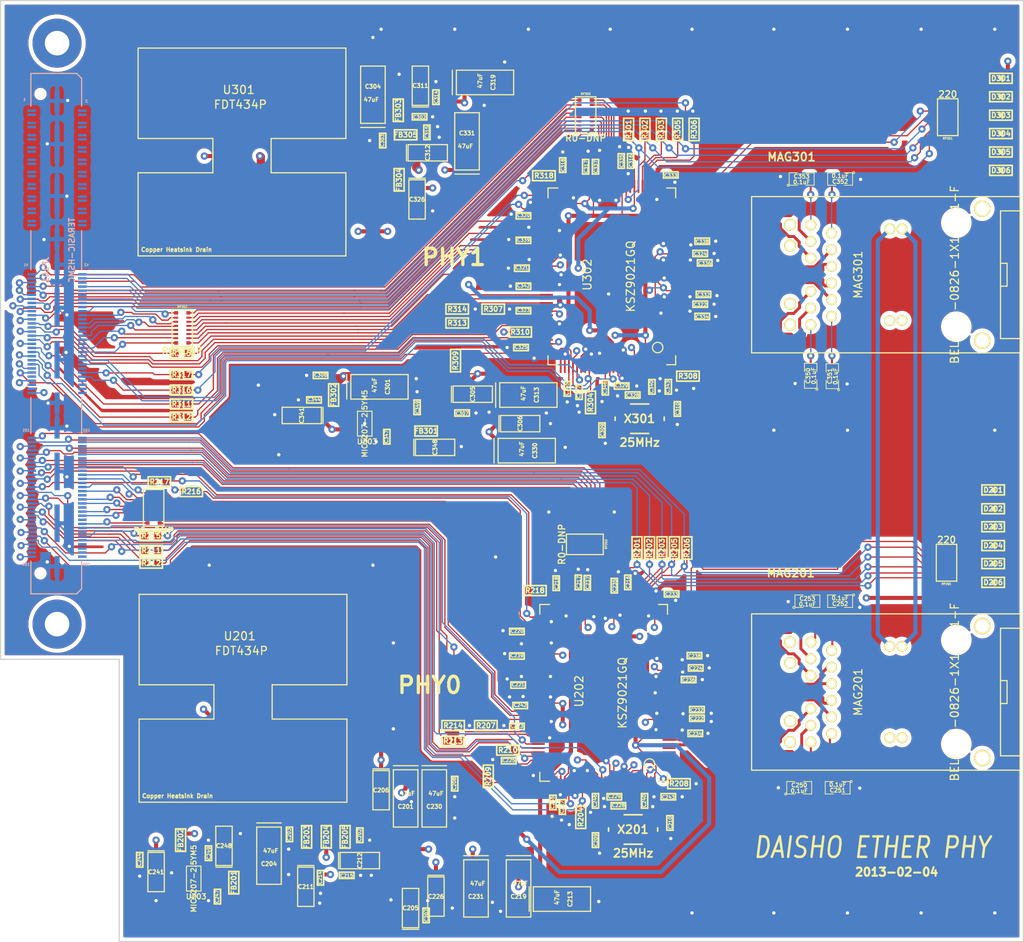
<source format=kicad_pcb>
(kicad_pcb (version 20221018) (generator pcbnew)
  (layers (0 "F.Cu" signal) (1 "In1.Cu" mixed "Inner2.Cu") (2 "In2.Cu" mixed "Inner1.Cu") (31 "B.Cu" signal) (34 "B.Paste" user) (35 "F.Paste" user) (36 "B.SilkS" user) (37 "F.SilkS" user) (38 "B.Mask" user) (39 "F.Mask" user) (44 "Edge.Cuts" user))
  (net 0 "")
  (net 1 "+2.5V")
  (net 2 "+3.3V")
  (net 3 "/GigE Phy0/AVDDH")
  (net 4 "/GigE Phy0/AVDDL")
  (net 5 "/GigE Phy0/AVDDL_PMOS")
  (net 6 "/GigE Phy0/AVDD_PLL")
  (net 7 "/GigE Phy0/DVDDH")
  (net 8 "/GigE Phy0/DVDDL")
  (net 9 "/GigE Phy0/GTX_CLK")
  (net 10 "/GigE Phy0/LDO_O")
  (net 11 "/GigE Phy0/LED1_D")
  (net 12 "/GigE Phy0/LED2_D")
  (net 13 "/GigE Phy0/LED3_D")
  (net 14 "/GigE Phy0/LED4_D")
  (net 15 "/GigE Phy0/LED5_D")
  (net 16 "/GigE Phy0/LED6")
  (net 17 "/GigE Phy0/LED6_D")
  (net 18 "/GigE Phy0/RXD0")
  (net 19 "/GigE Phy0/RXD1")
  (net 20 "/GigE Phy0/RXD2")
  (net 21 "/GigE Phy0/RXD3")
  (net 22 "/GigE Phy0/RXD4")
  (net 23 "/GigE Phy0/RXD5")
  (net 24 "/GigE Phy0/RXD6")
  (net 25 "/GigE Phy0/RXD7")
  (net 26 "/GigE Phy0/TXD0")
  (net 27 "/GigE Phy0/TXD1")
  (net 28 "/GigE Phy0/TXD2")
  (net 29 "/GigE Phy0/TXD3")
  (net 30 "/GigE Phy0/TXD4")
  (net 31 "/GigE Phy0/TXD5")
  (net 32 "/GigE Phy0/TXD6")
  (net 33 "/GigE Phy0/TXD7")
  (net 34 "/GigE Phy1/AVDDH")
  (net 35 "/GigE Phy1/AVDDL")
  (net 36 "/GigE Phy1/AVDD_PLL")
  (net 37 "/GigE Phy1/DVDDH")
  (net 38 "/GigE Phy1/DVDDL")
  (net 39 "/GigE Phy1/GTX_CLK")
  (net 40 "/GigE Phy1/LDO_O")
  (net 41 "/GigE Phy1/LED1_D")
  (net 42 "/GigE Phy1/LED2_D")
  (net 43 "/GigE Phy1/LED3_D")
  (net 44 "/GigE Phy1/LED4_D")
  (net 45 "/GigE Phy1/LED5_D")
  (net 46 "/GigE Phy1/LED6")
  (net 47 "/GigE Phy1/LED6_D")
  (net 48 "/GigE Phy1/PHY1_AVDDL_PMOS")
  (net 49 "/GigE Phy1/RXD0")
  (net 50 "/GigE Phy1/RXD1")
  (net 51 "/GigE Phy1/RXD2")
  (net 52 "/GigE Phy1/RXD3")
  (net 53 "/GigE Phy1/RXD4")
  (net 54 "/GigE Phy1/RXD5")
  (net 55 "/GigE Phy1/RXD6")
  (net 56 "/GigE Phy1/RXD7")
  (net 57 "/GigE Phy1/TXD0")
  (net 58 "/GigE Phy1/TXD1")
  (net 59 "/GigE Phy1/TXD2")
  (net 60 "/GigE Phy1/TXD3")
  (net 61 "/GigE Phy1/TXD4")
  (net 62 "/GigE Phy1/TXD5")
  (net 63 "/GigE Phy1/TXD6")
  (net 64 "/GigE Phy1/TXD7")
  (net 65 "GND")
  (net 66 "MAG_VC_1")
  (net 67 "MAG_VC_2")
  (net 68 "MAG_VC_3")
  (net 69 "MAG_VC_4")
  (net 70 "N-00000135")
  (net 71 "N-00000163")
  (net 72 "N-00000164")
  (net 73 "N-00000165")
  (net 74 "N-00000180")
  (net 75 "N-00000182")
  (net 76 "N-00000202")
  (net 77 "N-00000203")
  (net 78 "N-00000220")
  (net 79 "N-00000248")
  (net 80 "N-00000249")
  (net 81 "N-00000250")
  (net 82 "N-00000262")
  (net 83 "N-00000263")
  (net 84 "N-00000282")
  (net 85 "N-00000283")
  (net 86 "PHY0_CLK125_NDO")
  (net 87 "PHY0_COL")
  (net 88 "PHY0_CRS")
  (net 89 "PHY0_GM_GTK_CLK")
  (net 90 "PHY0_GM_MDC")
  (net 91 "PHY0_GM_MIO")
  (net 92 "PHY0_GM_RXD0")
  (net 93 "PHY0_GM_RXD1")
  (net 94 "PHY0_GM_RXD2")
  (net 95 "PHY0_GM_RXD3")
  (net 96 "PHY0_GM_RXD4")
  (net 97 "PHY0_GM_RXD5")
  (net 98 "PHY0_GM_RXD6")
  (net 99 "PHY0_GM_RXD7")
  (net 100 "PHY0_GM_RXDV")
  (net 101 "PHY0_GM_RX_CLK")
  (net 102 "PHY0_GM_RX_ERR")
  (net 103 "PHY0_GM_TXD0")
  (net 104 "PHY0_GM_TXD1")
  (net 105 "PHY0_GM_TXD2")
  (net 106 "PHY0_GM_TXD3")
  (net 107 "PHY0_GM_TXD4")
  (net 108 "PHY0_GM_TXD5")
  (net 109 "PHY0_GM_TXD6")
  (net 110 "PHY0_GM_TXD7")
  (net 111 "PHY0_GM_TX_EN")
  (net 112 "PHY0_GM_TX_ER")
  (net 113 "PHY0_HW_RST")
  (net 114 "PHY0_INT_N")
  (net 115 "PHY0_MDC")
  (net 116 "PHY0_MDIO")
  (net 117 "PHY0_PHYADDR0")
  (net 118 "PHY0_PHYADDR1")
  (net 119 "PHY0_PHYADDR2")
  (net 120 "PHY0_PHYADDR3")
  (net 121 "PHY0_PHYADDR4")
  (net 122 "PHY0_RXDV")
  (net 123 "PHY0_RX_CLK")
  (net 124 "PHY0_RX_ERR")
  (net 125 "PHY0_TXRXM_A")
  (net 126 "PHY0_TXRXM_B")
  (net 127 "PHY0_TXRXM_C")
  (net 128 "PHY0_TXRXM_D")
  (net 129 "PHY0_TXRXP_A")
  (net 130 "PHY0_TXRXP_B")
  (net 131 "PHY0_TXRXP_C")
  (net 132 "PHY0_TXRXP_D")
  (net 133 "PHY0_TX_CLK")
  (net 134 "PHY0_TX_EN")
  (net 135 "PHY0_TX_ER")
  (net 136 "PHY1_CLK125_NDO")
  (net 137 "PHY1_COL")
  (net 138 "PHY1_CRS")
  (net 139 "PHY1_GM_GTK_CLK")
  (net 140 "PHY1_GM_MDC")
  (net 141 "PHY1_GM_MIO")
  (net 142 "PHY1_GM_RXD0")
  (net 143 "PHY1_GM_RXD1")
  (net 144 "PHY1_GM_RXD2")
  (net 145 "PHY1_GM_RXD3")
  (net 146 "PHY1_GM_RXD4")
  (net 147 "PHY1_GM_RXD5")
  (net 148 "PHY1_GM_RXD6")
  (net 149 "PHY1_GM_RXD7")
  (net 150 "PHY1_GM_RXDV")
  (net 151 "PHY1_GM_RX_CLK")
  (net 152 "PHY1_GM_RX_ERR")
  (net 153 "PHY1_GM_TXD0")
  (net 154 "PHY1_GM_TXD1")
  (net 155 "PHY1_GM_TXD2")
  (net 156 "PHY1_GM_TXD3")
  (net 157 "PHY1_GM_TXD4")
  (net 158 "PHY1_GM_TXD5")
  (net 159 "PHY1_GM_TXD6")
  (net 160 "PHY1_GM_TXD7")
  (net 161 "PHY1_GM_TX_EN")
  (net 162 "PHY1_GM_TX_ER")
  (net 163 "PHY1_HW_RST")
  (net 164 "PHY1_INT_N")
  (net 165 "PHY1_MDC")
  (net 166 "PHY1_MDIO")
  (net 167 "PHY1_PHYADDR0")
  (net 168 "PHY1_PHYADDR1")
  (net 169 "PHY1_PHYADDR2")
  (net 170 "PHY1_PHYADDR3")
  (net 171 "PHY1_PHYADDR4")
  (net 172 "PHY1_RXDV")
  (net 173 "PHY1_RX_CLK")
  (net 174 "PHY1_RX_ERR")
  (net 175 "PHY1_TXRXM_A")
  (net 176 "PHY1_TXRXM_B")
  (net 177 "PHY1_TXRXM_C")
  (net 178 "PHY1_TXRXM_D")
  (net 179 "PHY1_TXRXP_A")
  (net 180 "PHY1_TXRXP_B")
  (net 181 "PHY1_TXRXP_C")
  (net 182 "PHY1_TXRXP_D")
  (net 183 "PHY1_TX_CLK")
  (net 184 "PHY1_TX_EN")
  (net 185 "PHY1_TX_ER")
  (footprint "BELFUSE-MAG" (layer "F.Cu") (at 206.3 143 -90)
    (fp_text reference "MAG201")
    (fp_text value "BELFUSE-0826-1X1T-M1-F")
  )
  (footprint "BELFUSE-MAG" (layer "F.Cu") (at 206.3 92 -90)
    (fp_text reference "MAG301")
    (fp_text value "BELFUSE-0826-1X1T-M1-F")
  )
  (footprint "gsg-2312" (layer "F.Cu") (at 139 156 -90)
    (fp_text reference "C201")
    (fp_text value "47uF")
  )
  (footprint "gsg-sm1206p" (layer "F.Cu") (at 142.6 113.1)
    (fp_text reference "C348")
    (fp_text value "10uF" hide)
  )
  (footprint "gsg-sm1206p" (layer "F.Cu") (at 126.3 109.2 180)
    (fp_text reference "C341")
    (fp_text value "10uF" hide)
  )
  (footprint "gsg-sm1206p" (layer "F.Cu") (at 153 110.2)
    (fp_text reference "C306")
    (fp_text value "10uF" hide)
  )
  (footprint "gsg-sm1206p" (layer "F.Cu") (at 147.2 106.6)
    (fp_text reference "C305")
    (fp_text value "10uF" hide)
  )
  (footprint "gsg-sm1206p" (layer "F.Cu") (at 140.4 82.8 -90)
    (fp_text reference "C326")
    (fp_text value "10uF" hide)
  )
  (footprint "gsg-sm1206p" (layer "F.Cu") (at 140.8 68.9 90)
    (fp_text reference "C311")
    (fp_text value "10uF" hide)
  )
  (footprint "gsg-sm1206p" (layer "F.Cu") (at 141.7 77.1)
    (fp_text reference "C312")
    (fp_text value "10uF" hide)
  )
  (footprint "gsg-sm1206p" (layer "F.Cu") (at 116.8 161.8 90)
    (fp_text reference "C248")
    (fp_text value "10uF" hide)
  )
  (footprint "gsg-sm1206p" (layer "F.Cu") (at 108.5 165 -90)
    (fp_text reference "C241")
    (fp_text value "10uF" hide)
  )
  (footprint "gsg-sm1206p" (layer "F.Cu") (at 136 155 -90)
    (fp_text reference "C206")
    (fp_text value "10uF" hide)
  )
  (footprint "gsg-sm1206p" (layer "F.Cu") (at 139.6 169.4 90)
    (fp_text reference "C205")
    (fp_text value "10uF" hide)
  )
  (footprint "gsg-sm1206p" (layer "F.Cu") (at 142.7 168 -90)
    (fp_text reference "C226")
    (fp_text value "10uF" hide)
  )
  (footprint "gsg-sm1206p" (layer "F.Cu") (at 126.8 166.8 -90)
    (fp_text reference "C211")
    (fp_text value "10uF" hide)
  )
  (footprint "gsg-sm1206p" (layer "F.Cu") (at 133.4 163.6)
    (fp_text reference "C212")
    (fp_text value "10uF" hide)
  )
  (footprint "GSG-PQFP128" (layer "F.Cu") (at 164.2 92.2 90)
    (fp_text reference "U302")
    (fp_text value "KSZ9021GQ")
  )
  (footprint "GSG-PQFP128" (layer "F.Cu") (at 163.2 143.1 90)
    (fp_text reference "U202")
    (fp_text value "KSZ9021GQ")
  )
  (footprint "gsg-2312" (layer "F.Cu") (at 148.7 68.5)
    (fp_text reference "C319")
    (fp_text value "47uF")
  )
  (footprint "gsg-2312" (layer "F.Cu") (at 146.5 75.7 90)
    (fp_text reference "C331")
    (fp_text value "47uF")
  )
  (footprint "gsg-2312" (layer "F.Cu") (at 142.5 156 -90)
    (fp_text reference "C230")
    (fp_text value "47uF")
  )
  (footprint "gsg-2312" (layer "F.Cu") (at 158.1 168.3)
    (fp_text reference "C213")
    (fp_text value "47uF")
  )
  (footprint "gsg-2312" (layer "F.Cu") (at 135.8 105.7)
    (fp_text reference "C301")
    (fp_text value "47uF")
  )
  (footprint "gsg-2312" (layer "F.Cu") (at 135 70 90)
    (fp_text reference "C304")
    (fp_text value "47uF")
  )
  (footprint "gsg-2312" (layer "F.Cu") (at 147.6 167 -90)
    (fp_text reference "C231")
    (fp_text value "47uF")
  )
  (footprint "gsg-2312" (layer "F.Cu") (at 154 106.7)
    (fp_text reference "C313")
    (fp_text value "47uF")
  )
  (footprint "gsg-2312" (layer "F.Cu") (at 152.8 167 -90)
    (fp_text reference "C219")
    (fp_text value "47uF")
  )
  (footprint "gsg-2312" (layer "F.Cu") (at 153.8 113.5)
    (fp_text reference "C330")
    (fp_text value "47uF")
  )
  (footprint "gsg-2312" (layer "F.Cu") (at 122.3 163 -90)
    (fp_text reference "C204")
    (fp_text value "47uF")
  )
  (footprint "1506-RPACK" (layer "F.Cu") (at 111.7 98.5 90)
    (fp_text reference "RP302")
    (fp_text value "R0-DNP")
  )
  (footprint "1506-RPACK" (layer "F.Cu") (at 161 72.5 90)
    (fp_text reference "RP303")
    (fp_text value "R0-DNP")
  )
  (footprint "1506-RPACK" (layer "F.Cu") (at 205.25 72.75 -90)
    (fp_text reference "RP301")
    (fp_text value "220")
  )
  (footprint "1506-RPACK" (layer "F.Cu") (at 205.1 127.2 -90)
    (fp_text reference "RP201")
    (fp_text value "220")
  )
  (footprint "1506-RPACK" (layer "F.Cu") (at 160.9 124.95)
    (fp_text reference "RP203")
    (fp_text value "R0-DNP")
  )
  (footprint "1506-RPACK" (layer "F.Cu") (at 108.2 120.5 90)
    (fp_text reference "RP202")
    (fp_text value "R0-DNP")
  )
  (footprint "FDT434P-SOT223" (layer "F.Cu") (at 119 77)
    (fp_text reference "U301")
    (fp_text value "FDT434P")
  )
  (footprint "FDT434P-SOT223" (layer "F.Cu") (at 119.126 143.764)
    (fp_text reference "U201")
    (fp_text value "FDT434P")
  )
  (footprint "ABMM2" (layer "F.Cu") (at 166.8 159.8 180)
    (fp_text reference "X201")
    (fp_text value "25MHz")
  )
  (footprint "ABMM2" (layer "F.Cu") (at 167.6 109.6 180)
    (fp_text reference "X301")
    (fp_text value "25MHz")
  )
  (footprint "SM0805" (layer "F.Cu") (at 192.1 131.9 180)
    (fp_text reference "C252")
    (fp_text value "0.1uF")
  )
  (footprint "SM0805" (layer "F.Cu") (at 191.8 154.7 180)
    (fp_text reference "C251")
    (fp_text value "0.1uF")
  )
  (footprint "GSG-0402" (layer "F.Cu") (at 166.15 129.6 90)
    (fp_text reference "C216")
    (fp_text value "10nF" hide)
  )
  (footprint "SM0805" (layer "F.Cu") (at 187.1 154.7)
    (fp_text reference "C250")
    (fp_text value "0.1uF")
  )
  (footprint "GSG-0402" (layer "F.Cu") (at 157.4 129.7 90)
    (fp_text reference "C218")
    (fp_text value "10nF" hide)
  )
  (footprint "GSG-0402" (layer "F.Cu") (at 152.6 135.6 180)
    (fp_text reference "C220")
    (fp_text value "10nF" hide)
  )
  (footprint "GSG-0402" (layer "F.Cu") (at 152.75 142.15 180)
    (fp_text reference "C221")
    (fp_text value "10nF" hide)
  )
  (footprint "GSG-0402" (layer "F.Cu") (at 106.5 163.5 -90)
    (fp_text reference "C244")
    (fp_text value "0.1uF" hide)
  )
  (footprint "GSG-0402" (layer "F.Cu") (at 152.6 147.2 180)
    (fp_text reference "C223")
    (fp_text value "10nF" hide)
  )
  (footprint "GSG-0402" (layer "F.Cu") (at 151.6 151.4 180)
    (fp_text reference "C225")
    (fp_text value "10nF" hide)
  )
  (footprint "GSG-0402" (layer "F.Cu") (at 158.15 157.05 -90)
    (fp_text reference "C227")
    (fp_text value "10nF" hide)
  )
  (footprint "GSG-0402" (layer "F.Cu") (at 168.2 156.3 -90)
    (fp_text reference "C240")
    (fp_text value "10nF" hide)
  )
  (footprint "GSG-0402" (layer "F.Cu") (at 174.3 138.55)
    (fp_text reference "C238")
    (fp_text value "10nF" hide)
  )
  (footprint "GSG-0402" (layer "F.Cu") (at 174.6 145.15)
    (fp_text reference "C232")
    (fp_text value "10nF" hide)
  )
  (footprint "GSG-0402" (layer "F.Cu") (at 174.4 148.05)
    (fp_text reference "C234")
    (fp_text value "10nF" hide)
  )
  (footprint "GSG-0603" (layer "F.Cu") (at 149.1 153.3 90)
    (fp_text reference "R209")
    (fp_text value "4.7K" hide)
  )
  (footprint "GSG-0402" (layer "F.Cu") (at 171.1 155.8)
    (fp_text reference "C243")
    (fp_text value "10nF" hide)
  )
  (footprint "GSG-0402" (layer "F.Cu") (at 116 168 -90)
    (fp_text reference "C247")
    (fp_text value "470pF" hide)
  )
  (footprint "GSG-0603" (layer "F.Cu") (at 126.9 160.7 -90)
    (fp_text reference "FB203")
    (fp_text value "FBEAD" hide)
  )
  (footprint "GSG-0603" (layer "F.Cu") (at 131.6 160.7 -90)
    (fp_text reference "FB205")
    (fp_text value "FBEAD" hide)
  )
  (footprint "GSG-0603" (layer "F.Cu") (at 129.3 160.7 -90)
    (fp_text reference "FB204")
    (fp_text value "FBEAD" hide)
  )
  (footprint "GSG-0603" (layer "F.Cu") (at 148.8 147.1 180)
    (fp_text reference "R207")
    (fp_text value "1k" hide)
  )
  (footprint "GSG-0603" (layer "F.Cu") (at 112.8 118.5 180)
    (fp_text reference "R216")
    (fp_text value "0.0-NP" hide)
  )
  (footprint "GSG-0603" (layer "F.Cu") (at 173.374 125.4 90)
    (fp_text reference "R206")
    (fp_text value "1k" hide)
  )
  (footprint "GSG-0603" (layer "F.Cu") (at 171.85 125.4 90)
    (fp_text reference "R205")
    (fp_text value "1k" hide)
  )
  (footprint "SM0805" (layer "F.Cu") (at 188.1 131.9)
    (fp_text reference "C253")
    (fp_text value "0.1uF")
  )
  (footprint "GSG-0603" (layer "F.Cu") (at 168.802 125.4 90)
    (fp_text reference "R202")
    (fp_text value "1k" hide)
  )
  (footprint "GSG-0603" (layer "F.Cu") (at 167.278 125.4 90)
    (fp_text reference "R201")
    (fp_text value "1k" hide)
  )
  (footprint "GSG-0603" (layer "F.Cu") (at 107.9 125.7 180)
    (fp_text reference "R211")
    (fp_text value "0.0-NP" hide)
  )
  (footprint "GSG-0603" (layer "F.Cu") (at 107.9 127.25 180)
    (fp_text reference "R212")
    (fp_text value "0.0-NP" hide)
  )
  (footprint "GSG-0603" (layer "F.Cu") (at 144.8 149 180)
    (fp_text reference "R213")
    (fp_text value "0.0-NP" hide)
  )
  (footprint "GSG-0603" (layer "F.Cu") (at 144.8 147.1 180)
    (fp_text reference "R214")
    (fp_text value "0.0-NP" hide)
  )
  (footprint "GSG-0603" (layer "F.Cu") (at 107.9 123.9 180)
    (fp_text reference "R215")
    (fp_text value "0.0-NP" hide)
  )
  (footprint "GSG-0603" (layer "F.Cu") (at 154.8 130.6 180)
    (fp_text reference "R218")
    (fp_text value "0.0-NP" hide)
  )
  (footprint "GSG-0603" (layer "F.Cu") (at 170.326 125.4 90)
    (fp_text reference "R203")
    (fp_text value "1k" hide)
  )
  (footprint "GSG-0402" (layer "F.Cu") (at 145 154.2 -90)
    (fp_text reference "C208")
    (fp_text value "0.1uF" hide)
  )
  (footprint "GSG-0603" (layer "F.Cu") (at 111.5 161.1 90)
    (fp_text reference "FB202")
    (fp_text value "FBEAD" hide)
  )
  (footprint "GSG-0402" (layer "F.Cu") (at 141.5 170.3 90)
    (fp_text reference "C207")
    (fp_text value "0.1uF" hide)
  )
  (footprint "GSG-0603" (layer "F.Cu") (at 118 166.3 -90)
    (fp_text reference "FB201")
    (fp_text value "FBEAD" hide)
  )
  (footprint "GSG-0402" (layer "F.Cu") (at 162.2 156.3 -90)
    (fp_text reference "C246")
    (fp_text value "10nF" hide)
  )
  (footprint "GSG-0402" (layer "F.Cu") (at 157 156.5 -90)
    (fp_text reference "C245")
    (fp_text value "10nF" hide)
  )
  (footprint "GSG-0402" (layer "F.Cu") (at 153 144.65 180)
    (fp_text reference "C242")
    (fp_text value "10nF" hide)
  )
  (footprint "GSG-0402" (layer "F.Cu") (at 131.8 165.4)
    (fp_text reference "C215")
    (fp_text value "0.1uF" hide)
  )
  (footprint "GSG-0402" (layer "F.Cu") (at 161.2 129.65 90)
    (fp_text reference "C237")
    (fp_text value "10nF" hide)
  )
  (footprint "GSG-0402" (layer "F.Cu") (at 164.5 130 90)
    (fp_text reference "C235")
    (fp_text value "10nF" hide)
  )
  (footprint "GSG-0402" (layer "F.Cu") (at 171.5 131)
    (fp_text reference "C233")
    (fp_text value "10nF" hide)
  )
  (footprint "GSG-0402" (layer "F.Cu") (at 164.5 155.8 180)
    (fp_text reference "C229")
    (fp_text value "10nF" hide)
  )
  (footprint "GSG-0402" (layer "F.Cu") (at 174.45 140.05)
    (fp_text reference "C224")
    (fp_text value "10nF" hide)
  )
  (footprint "GSG-0402" (layer "F.Cu") (at 174.6 146.2)
    (fp_text reference "C222")
    (fp_text value "10nF" hide)
  )
  (footprint "GSG-0402" (layer "F.Cu") (at 128.6 165.7 -90)
    (fp_text reference "C214")
    (fp_text value "0.1uF" hide)
  )
  (footprint "GSG-0402" (layer "F.Cu") (at 152.6 138.6 180)
    (fp_text reference "C239")
    (fp_text value "10nF" hide)
  )
  (footprint "GSG-0402" (layer "F.Cu") (at 153.4 96.4 180)
    (fp_text reference "C323")
    (fp_text value "10nF" hide)
  )
  (footprint "GSG-0402" (layer "F.Cu") (at 153.2 91.2 180)
    (fp_text reference "C321")
    (fp_text value "10nF" hide)
  )
  (footprint "GSG-0402" (layer "F.Cu") (at 153.4 84.8 180)
    (fp_text reference "C320")
    (fp_text value "10nF" hide)
  )
  (footprint "GSG-0402" (layer "F.Cu") (at 158.2 78.6 90)
    (fp_text reference "C318")
    (fp_text value "10nF" hide)
  )
  (footprint "GSG-0402" (layer "F.Cu") (at 161 78.8 90)
    (fp_text reference "C317")
    (fp_text value "10nF" hide)
  )
  (footprint "GSG-0402" (layer "F.Cu") (at 166.5 78.1 90)
    (fp_text reference "C316")
    (fp_text value "10nF" hide)
  )
  (footprint "GSG-0402" (layer "F.Cu") (at 128.6 104.3 180)
    (fp_text reference "C308")
    (fp_text value "0.1uF" hide)
  )
  (footprint "GSG-0402" (layer "F.Cu") (at 140.7 72.7)
    (fp_text reference "C302")
    (fp_text value "0.1uF" hide)
  )
  (footprint "GSG-0402" (layer "F.Cu") (at 145.9 108.9)
    (fp_text reference "C307")
    (fp_text value "0.1uF" hide)
  )
  (footprint "GSG-0603" (layer "F.Cu") (at 141.5 111.1)
    (fp_text reference "FB301")
    (fp_text value "FBEAD" hide)
  )
  (footprint "GSG-0402" (layer "F.Cu") (at 163.4 105.8 -90)
    (fp_text reference "C346")
    (fp_text value "10nF" hide)
  )
  (footprint "GSG-0402" (layer "F.Cu") (at 158.75 105.95 -90)
    (fp_text reference "C345")
    (fp_text value "10nF" hide)
  )
  (footprint "GSG-0402" (layer "F.Cu") (at 153.4 93.4 180)
    (fp_text reference "C342")
    (fp_text value "10nF" hide)
  )
  (footprint "GSG-0402" (layer "F.Cu") (at 153.4 87.8 180)
    (fp_text reference "C339")
    (fp_text value "10nF" hide)
  )
  (footprint "GSG-0402" (layer "F.Cu") (at 162.2 78.8 90)
    (fp_text reference "C337")
    (fp_text value "10nF" hide)
  )
  (footprint "GSG-0402" (layer "F.Cu") (at 165.35 78.1 90)
    (fp_text reference "C335")
    (fp_text value "10nF" hide)
  )
  (footprint "GSG-0603" (layer "F.Cu") (at 130.2 106.7 90)
    (fp_text reference "FB302")
    (fp_text value "FBEAD" hide)
  )
  (footprint "GSG-0603" (layer "F.Cu") (at 172.4 154.2 180)
    (fp_text reference "R208")
    (fp_text value "4.99K 1%" hide)
  )
  (footprint "GSG-0402" (layer "F.Cu") (at 162.2 161.1 90)
    (fp_text reference "C209")
    (fp_text value "22pF" hide)
  )
  (footprint "SM0805" (layer "F.Cu") (at 187.4 80.3)
    (fp_text reference "C353")
    (fp_text value "0.1uF")
  )
  (footprint "SM0805" (layer "F.Cu") (at 192.1 80.3 180)
    (fp_text reference "C352")
    (fp_text value "0.1uF")
  )
  (footprint "SM0805" (layer "F.Cu") (at 191.15 104.4 90)
    (fp_text reference "C351")
    (fp_text value "0.1uF")
  )
  (footprint "SM0805" (layer "F.Cu") (at 188.5 104.35 90)
    (fp_text reference "C350")
    (fp_text value "0.1uF")
  )
  (footprint "GSG-0402" (layer "F.Cu") (at 140.4 108.2 90)
    (fp_text reference "C349")
    (fp_text value "0.1uF" hide)
  )
  (footprint "GSG-0402" (layer "F.Cu") (at 136.7 111.8 -90)
    (fp_text reference "C347")
    (fp_text value "470pF" hide)
  )
  (footprint "GSG-0402" (layer "F.Cu") (at 153.1 100.9 180)
    (fp_text reference "C325")
    (fp_text value "10nF" hide)
  )
  (footprint "GSG-0402" (layer "F.Cu") (at 171.3 159 90)
    (fp_text reference "C210")
    (fp_text value "22pF" hide)
  )
  (footprint "GSG-0402" (layer "F.Cu") (at 171.1 105.7 -90)
    (fp_text reference "C343")
    (fp_text value "10nF" hide)
  )
  (footprint "GSG-0402" (layer "F.Cu") (at 169.1 105.7 -90)
    (fp_text reference "C340")
    (fp_text value "10nF" hide)
  )
  (footprint "GSG-0402" (layer "F.Cu") (at 175.55 90.55)
    (fp_text reference "C336")
    (fp_text value "10nF" hide)
  )
  (footprint "GSG-0402" (layer "F.Cu") (at 175.25 97.1)
    (fp_text reference "C334")
    (fp_text value "10nF" hide)
  )
  (footprint "GSG-0402" (layer "F.Cu") (at 175.4 94.4)
    (fp_text reference "C332")
    (fp_text value "10nF" hide)
  )
  (footprint "GSG-0402" (layer "F.Cu") (at 160.2 106.35 -90)
    (fp_text reference "C327")
    (fp_text value "10nF" hide)
  )
  (footprint "GSG-0402" (layer "F.Cu") (at 127.8 107.3 180)
    (fp_text reference "C344")
    (fp_text value "0.1uF" hide)
  )
  (footprint "GSG-0603" (layer "F.Cu") (at 145.3 97.9 180)
    (fp_text reference "R313")
    (fp_text value "0.0-NP" hide)
  )
  (footprint "GSG-0603" (layer "F.Cu") (at 145.3 96.2 180)
    (fp_text reference "R314")
    (fp_text value "0.0-NP" hide)
  )
  (footprint "GSG-0603" (layer "F.Cu") (at 111.6 101.6 180)
    (fp_text reference "R315")
    (fp_text value "0.0-NP" hide)
  )
  (footprint "GSG-0603" (layer "F.Cu") (at 155.9 79.9 180)
    (fp_text reference "R318")
    (fp_text value "0.0-NP" hide)
  )
  (footprint "GSG-0603" (layer "F.Cu") (at 111.6 104.2 180)
    (fp_text reference "R317")
    (fp_text value "0.0-NP" hide)
  )
  (footprint "GSG-0603" (layer "F.Cu") (at 111.6 106.1 180)
    (fp_text reference "R316")
    (fp_text value "0.0-NP" hide)
  )
  (footprint "GSG-0603" (layer "F.Cu") (at 145.1 102.5 90)
    (fp_text reference "R309")
    (fp_text value "4.7K" hide)
  )
  (footprint "GSG-0603" (layer "F.Cu") (at 153 99)
    (fp_text reference "R310")
    (fp_text value "4.7K" hide)
  )
  (footprint "GSG-0402" (layer "F.Cu") (at 171.4 79.8)
    (fp_text reference "C333")
    (fp_text value "10nF" hide)
  )
  (footprint "GSG-0402" (layer "F.Cu") (at 136.2 75.6 -90)
    (fp_text reference "C303")
    (fp_text value "10nF" hide)
  )
  (footprint "GSG-0603" (layer "F.Cu") (at 108.9 117.3 180)
    (fp_text reference "R217")
    (fp_text value "0.0-NP" hide)
  )
  (footprint "GSG-0402" (layer "F.Cu") (at 172.2 108.4 90)
    (fp_text reference "C310")
    (fp_text value "22pF" hide)
  )
  (footprint "GSG-0402" (layer "F.Cu") (at 163 111 90)
    (fp_text reference "C309")
    (fp_text value "22pF" hide)
  )
  (footprint "GSG-0603" (layer "F.Cu") (at 173.5 104.4 180)
    (fp_text reference "R308")
    (fp_text value "4.99K 1%" hide)
  )
  (footprint "GSG-0402" (layer "F.Cu") (at 124.8 160.4 -90)
    (fp_text reference "C203")
    (fp_text value "10nF" hide)
  )
  (footprint "GSG-0603" (layer "F.Cu") (at 160.4 158.3 -90)
    (fp_text reference "R204")
    (fp_text value "4.7k" hide)
  )
  (footprint "GSG-0603" (layer "F.Cu") (at 151.5 150.1)
    (fp_text reference "R210")
    (fp_text value "4.7K" hide)
  )
  (footprint "GSG-0603" (layer "F.Cu") (at 161.6 107.6 -90)
    (fp_text reference "R304")
    (fp_text value "4.7k" hide)
  )
  (footprint "GSG-0402" (layer "F.Cu") (at 165.4 105.6 180)
    (fp_text reference "C329")
    (fp_text value "10nF" hide)
  )
  (footprint "GSG-0402" (layer "F.Cu") (at 166.75 106.7)
    (fp_text reference "C328")
    (fp_text value "0.1uF" hide)
  )
  (footprint "GSG-0402" (layer "F.Cu") (at 175 89.4)
    (fp_text reference "C324")
    (fp_text value "10nF" hide)
  )
  (footprint "GSG-0402" (layer "F.Cu") (at 175 95.6)
    (fp_text reference "C322")
    (fp_text value "10nF" hide)
  )
  (footprint "GSG-0402" (layer "F.Cu") (at 141.6 74.6 90)
    (fp_text reference "C315")
    (fp_text value "0.1uF" hide)
  )
  (footprint "GSG-0603" (layer "F.Cu") (at 138.1 71.9 90)
    (fp_text reference "FB303")
    (fp_text value "FBEAD" hide)
  )
  (footprint "GSG-0603" (layer "F.Cu") (at 139 74.9)
    (fp_text reference "FB305")
    (fp_text value "FBEAD" hide)
  )
  (footprint "GSG-0603" (layer "F.Cu") (at 111.6 109.4 180)
    (fp_text reference "R312")
    (fp_text value "0.0-NP" hide)
  )
  (footprint "GSG-0603" (layer "F.Cu") (at 149.7 96.2 180)
    (fp_text reference "R307")
    (fp_text value "1k" hide)
  )
  (footprint "GSG-0402" (layer "F.Cu") (at 133.4 160.5 -90)
    (fp_text reference "C202")
    (fp_text value "0.1uF" hide)
  )
  (footprint "GSG-0603" (layer "F.Cu") (at 174.25 74.25 90)
    (fp_text reference "R306")
    (fp_text value "1k" hide)
  )
  (footprint "GSG-0603" (layer "F.Cu") (at 172.25 74.25 90)
    (fp_text reference "R305")
    (fp_text value "1k" hide)
  )
  (footprint "GSG-0603" (layer "F.Cu") (at 170.25 74.25 90)
    (fp_text reference "R303")
    (fp_text value "1k" hide)
  )
  (footprint "GSG-0603" (layer "F.Cu") (at 168.25 74.25 90)
    (fp_text reference "R302")
    (fp_text value "1k" hide)
  )
  (footprint "GSG-0603" (layer "F.Cu") (at 166.25 74.25 90)
    (fp_text reference "R301")
    (fp_text value "1k" hide)
  )
  (footprint "GSG-0603" (layer "F.Cu") (at 111.6 107.8 180)
    (fp_text reference "R311")
    (fp_text value "0.0-NP" hide)
  )
  (footprint "GSG-0603" (layer "F.Cu") (at 138.2 80.4 -90)
    (fp_text reference "FB304")
    (fp_text value "FBEAD" hide)
  )
  (footprint "GSG-0603D" (layer "F.Cu") (at 210.8 118.3 180)
    (fp_text reference "D201")
    (fp_text value "PHY0_LINK10-YLW" hide)
  )
  (footprint "GSG-0603D" (layer "F.Cu") (at 210.8 120.6 180)
    (fp_text reference "D202")
    (fp_text value "PHY0_LINK100-GRN" hide)
  )
  (footprint "GSG-0603D" (layer "F.Cu") (at 210.8 122.8 180)
    (fp_text reference "D203")
    (fp_text value "PHY0_LINK1000-BLUE" hide)
  )
  (footprint "GSG-0603D" (layer "F.Cu") (at 210.8 125.1 180)
    (fp_text reference "D204")
    (fp_text value "PHY0_DUPLEX-YLW" hide)
  )
  (footprint "GSG-0603D" (layer "F.Cu") (at 210.8 127.3 180)
    (fp_text reference "D205")
    (fp_text value "PHY0_RX-GRN" hide)
  )
  (footprint "GSG-0603D" (layer "F.Cu") (at 211.75 68 180)
    (fp_text reference "D301")
    (fp_text value "PHY1_LINK10-YLW" hide)
  )
  (footprint "GSG-0603D" (layer "F.Cu") (at 211.75 70.25 180)
    (fp_text reference "D302")
    (fp_text value "PHY1_LINK100-GRN" hide)
  )
  (footprint "GSG-0603D" (layer "F.Cu") (at 211.75 72.5 180)
    (fp_text reference "D303")
    (fp_text value "PHY1_LINK1000-BLUE" hide)
  )
  (footprint "GSG-0603D" (layer "F.Cu") (at 211.75 74.75 180)
    (fp_text reference "D304")
    (fp_text value "PHY1_DUPLEX-YLW" hide)
  )
  (footprint "GSG-0603D" (layer "F.Cu") (at 211.75 77 180)
    (fp_text reference "D305")
    (fp_text value "PHY1_RX-GRN" hide)
  )
  (footprint "GSG-0603D" (layer "F.Cu") (at 211.75 79.25 180)
    (fp_text reference "D306")
    (fp_text value "PHY1_TX-GRN" hide)
  )
  (footprint "GSG-0603D" (layer "F.Cu") (at 210.8 129.6 180)
    (fp_text reference "D206")
    (fp_text value "PHY0_TX-GRN" hide)
  )
  (footprint "SOT23-5" (layer "F.Cu") (at 113.1 165.8 -90)
    (fp_text reference "U203")
    (fp_text value "MIC5207-2.5YM5")
  )
  (footprint "SOT23-5" (layer "F.Cu") (at 134 110.2 -90)
    (fp_text reference "U303")
    (fp_text value "MIC5207-2.5YM5")
  )
  (footprint "GSG-0402" (layer "F.Cu") (at 142.7 70.3 90)
    (fp_text reference "C314")
    (fp_text value "0.1uF" hide)
  )
  (footprint "GSG-0402" (layer "F.Cu") (at 175.25 87.9)
    (fp_text reference "C338")
    (fp_text value "10nF" hide)
  )
  (footprint "GSG-0402" (layer "F.Cu") (at 165 156.9 180)
    (fp_text reference "C228")
    (fp_text value "0.1uF" hide)
  )
  (footprint "GSG-0402" (layer "F.Cu") (at 114.9 162.7 90)
    (fp_text reference "C249")
    (fp_text value "0.1uF" hide)
  )
  (footprint "GSG-0402" (layer "F.Cu") (at 173.5836 141.478)
    (fp_text reference "C236")
    (fp_text value "10nF" hide)
  )
  (footprint "GSG-0402" (layer "F.Cu") (at 160.1 129.6 90)
    (fp_text reference "C217")
    (fp_text value "10nF" hide)
  )
  (footprint "TERASIC-HSMC-WITH-MOUNTS" (layer "B.Cu") (at 96.4 99.2 -90)
    (fp_text reference "JP101")
    (fp_text value "TERASIC-HSMC")
  )
  (gr_line (start 104 173.5) (end 104 139) (stroke (width 0.15)) (layer "Edge.Cuts"))
  (gr_line (start 214.5 173.5) (end 104 173.5) (stroke (width 0.15)) (layer "Edge.Cuts"))
  (gr_line (start 89.5 139) (end 89.5 58.5) (stroke (width 0.15)) (layer "Edge.Cuts"))
  (gr_line (start 89.5 58.5) (end 214.5 58.5) (stroke (width 0.15)) (layer "Edge.Cuts"))
  (gr_line (start 104 139) (end 89.5 139) (stroke (width 0.15)) (layer "Edge.Cuts"))
  (gr_line (start 214.5 58.5) (end 214.5 173.5) (stroke (width 0.15)) (layer "Edge.Cuts"))
  (gr_text "PHY0" (at 141.9352 142.15872) (layer "F.SilkS") (effects (font (size 2 2) (thickness 0.4))))
  (gr_text "PHY1" (at 144.89684 89.85504) (layer "F.SilkS") (effects (font (size 2 2) (thickness 0.4))))
  (gr_text "2013-02-04\n" (at 199 165) (layer "F.SilkS") (effects (font (size 1 1) (thickness 0.25))))
  (gr_text "MAG301" (at 186.1566 77.6097) (layer "F.SilkS") (effects (font (size 1 1) (thickness 0.2))))
  (gr_text "DAISHO ETHER PHY" (at 196 162) (layer "F.SilkS") (effects (font (size 2.5 2) (thickness 0.3) italic)))
  (gr_text "MAG201" (at 186.0677 128.4605) (layer "F.SilkS") (effects (font (size 1 1) (thickness 0.2))))
  (segment (start 139.8859 109.2475) (end 140.4 108.7334) (width 0.5) (layer "F.Cu") (net 1))
  (segment (start 139.8 109.2475) (end 139.8859 109.2475) (width 0.5) (layer "F.Cu") (net 1))
  (segment (start 139.8 110.162) (end 140.738 111.1) (width 0.5) (layer "F.Cu") (net 1))
  (segment (start 140.738 112.638) (end 141.2 113.1) (width 0.5) (layer "F.Cu") (net 1))
  (segment (start 114.37 163.7634) (end 114.9 163.2334) (width 0.5) (layer "F.Cu") (net 1))
  (segment (start 115.1525 164.8475) (end 116.8 163.2) (width 0.5) (layer "F.Cu") (net 1))
  (segment (start 116.8 164.338) (end 118 165.538) (width 0.5) (layer "F.Cu") (net 1))
  (segment (start 114.37 164.8475) (end 114.37 163.7634) (width 0.5) (layer "F.Cu") (net 1))
  (segment (start 114.37 164.8475) (end 115.1525 164.8475) (width 0.5) (layer "F.Cu") (net 1))
  (segment (start 116.8 163.2) (end 117.362 163.762) (width 0.5) (layer "F.Cu") (net 1))
  (segment (start 135.27 109.2475) (end 139.8 109.2475) (width 0.5) (layer "F.Cu") (net 1))
  (segment (start 139.8 109.2475) (end 139.8 110.162) (width 0.5) (layer "F.Cu") (net 1))
  (segment (start 140.738 111.1) (end 140.738 112.638) (width 0.5) (layer "F.Cu") (net 1))
  (segment (start 116.8 163.2) (end 116.8 164.338) (width 0.5) (layer "F.Cu") (net 1))
  (segment (start 131.7525 111.1525) (end 131.5 110.9) (width 0.5) (layer "F.Cu") (net 2))
  (segment (start 131.5 110.9) (end 131.5 109.6) (width 0.5) (layer "F.Cu") (net 2))
  (segment (start 131.5 109.6) (end 131.8 109.3) (width 0.5) (layer "F.Cu") (net 2))
  (segment (start 131.8525 109.2475) (end 132.73 109.2475) (width 0.5) (layer "F.Cu") (net 2))
  (segment (start 130.2 107.7) (end 131.8 109.3) (width 0.5) (layer "F.Cu") (net 2))
  (segment (start 131.8 109.3) (end 131.8525 109.2475) (width 0.5) (layer "F.Cu") (net 2))
  (segment (start 130 110.9) (end 131.5 110.9) (width 0.5) (layer "F.Cu") (net 2))
  (segment (start 128.3 109.2) (end 127.7 109.2) (width 0.5) (layer "F.Cu") (net 2))
  (segment (start 107.8666 162.9666) (end 106.5 162.9666) (width 0.5) (layer "F.Cu") (net 2))
  (segment (start 112.7475 166.7525) (end 113 166.5) (width 0.5) (layer "F.Cu") (net 2))
  (segment (start 113 166.5) (end 113 165) (width 0.5) (layer "F.Cu") (net 2))
  (segment (start 113 165) (end 112.8475 164.8475) (width 0.5) (layer "F.Cu") (net 2))
  (segment (start 112.8475 164.8475) (end 111.83 164.8475) (width 0.5) (layer "F.Cu") (net 2))
  (segment (start 108.5 161.1) (end 108.5 163.6) (width 0.5) (layer "F.Cu") (net 2))
  (segment (start 111.5 163.6) (end 111.83 163.93) (width 0.5) (layer "F.Cu") (net 2))
  (segment (start 111.83 163.93) (end 111.83 164.8475) (width 0.5) (layer "F.Cu") (net 2))
  (segment (start 128.3334 108.5666) (end 128.3334 107.3) (width 0.5) (layer "F.Cu") (net 2))
  (segment (start 130.2 107.462) (end 130.2 107.7) (width 0.5) (layer "F.Cu") (net 2))
  (segment (start 111.83 166.7525) (end 112.7475 166.7525) (width 0.5) (layer "F.Cu") (net 2))
  (segment (start 111.5 161.862) (end 111.5 163.6) (width 0.5) (layer "F.Cu") (net 2))
  (segment (start 130 110.9) (end 128.3 109.2) (width 0.5) (layer "F.Cu") (net 2))
  (segment (start 108.5 163.6) (end 111.5 163.6) (width 0.5) (layer "F.Cu") (net 2))
  (segment (start 108.5 163.6) (end 107.8666 162.9666) (width 0.5) (layer "F.Cu") (net 2))
  (segment (start 132.73 111.1525) (end 131.7525 111.1525) (width 0.5) (layer "F.Cu") (net 2))
  (segment (start 108.5 163.6) (end 109.1 163) (width 0.5) (layer "F.Cu") (net 2))
  (segment (start 127.7 109.2) (end 128.3334 108.5666) (width 0.5) (layer "F.Cu") (net 2))
  (via (at 108.5 161.1) (size 0.889) (drill 0.4064) (layers "F.Cu" "B.Cu") (net 2))
  (via (at 91.9 97.6) (size 0.889) (drill 0.4064) (layers "F.Cu" "B.Cu") (net 2))
  (via (at 91.8 93.9) (size 0.889) (drill 0.4064) (layers "F.Cu" "B.Cu") (net 2))
  (via (at 91.8 105.2) (size 0.889) (drill 0.4064) (layers "F.Cu" "B.Cu") (net 2))
  (via (at 91.8 93) (size 0.889) (drill 0.4064) (layers "F.Cu" "B.Cu") (net 2))
  (via (at 91.9 98.9) (size 0.889) (drill 0.4064) (layers "F.Cu" "B.Cu") (net 2))
  (via (at 92 125.1) (size 0.889) (drill 0.4064) (layers "F.Cu" "B.Cu") (net 2))
  (via (at 130 110.9) (size 0.889) (drill 0.4064) (layers "F.Cu" "B.Cu") (net 2))
  (via (at 91.9 116) (size 0.889) (drill 0.4064) (layers "F.Cu" "B.Cu") (net 2))
  (via (at 92 123.5) (size 0.889) (drill 0.4064) (layers "F.Cu" "B.Cu") (net 2))
  (via (at 91.8 101.8) (size 0.889) (drill 0.4064) (layers "F.Cu" "B.Cu") (net 2))
  (via (at 91.9 113) (size 0.889) (drill 0.4064) (layers "F.Cu" "B.Cu") (net 2))
  (via (at 91.9 119) (size 0.889) (drill 0.4064) (layers "F.Cu" "B.Cu") (net 2))
  (via (at 91 95.8) (size 0.889) (drill 0.4064) (layers "F.Cu" "B.Cu") (net 2))
  (via (at 91.9 114.4) (size 0.889) (drill 0.4064) (layers "F.Cu" "B.Cu") (net 2))
  (via (at 91.9 126.5) (size 0.889) (drill 0.4064) (layers "F.Cu" "B.Cu") (net 2))
  (via (at 94.8 106.4) (size 0.889) (drill 0.4064) (layers "F.Cu" "B.Cu") (net 2))
  (via (at 91.9 117.5) (size 0.889) (drill 0.4064) (layers "F.Cu" "B.Cu") (net 2))
  (via (at 91.9 100.4) (size 0.889) (drill 0.4064) (layers "F.Cu" "B.Cu") (net 2))
  (via (at 91.9 121.9) (size 0.889) (drill 0.4064) (layers "F.Cu" "B.Cu") (net 2))
  (via (at 91.8 102.9) (size 0.889) (drill 0.4064) (layers "F.Cu" "B.Cu") (net 2))
  (via (at 91.9 120.4) (size 0.889) (drill 0.4064) (layers "F.Cu" "B.Cu") (net 2))
  (segment (start 92.05 104.95) (end 91.8 105.2) (width 0.154) (layer "B.Cu") (net 2))
  (segment (start 91.95 101.95) (end 91.8 101.8) (width 0.154) (layer "B.Cu") (net 2))
  (segment (start 92.35 103.45) (end 91.8 102.9) (width 0.154) (layer "B.Cu") (net 2))
  (segment (start 91.95 100.45) (end 91.9 100.4) (width 0.154) (layer "B.Cu") (net 2))
  (segment (start 91.95 98.95) (end 91.9 98.9) (width 0.154) (layer "B.Cu") (net 2))
  (segment (start 92.05 97.45) (end 91.9 97.6) (width 0.154) (layer "B.Cu") (net 2))
  (segment (start 92.35 95.95) (end 92.2 95.8) (width 0.154) (layer "B.Cu") (net 2))
  (segment (start 92.2 95.8) (end 91 95.8) (width 0.154) (layer "B.Cu") (net 2))
  (segment (start 92.35 94.45) (end 91.8 93.9) (width 0.154) (layer "B.Cu") (net 2))
  (segment (start 91.85 92.95) (end 91.8 93) (width 0.154) (layer "B.Cu") (net 2))
  (segment (start 91.95 112.95) (end 91.9 113) (width 0.154) (layer "B.Cu") (net 2))
  (segment (start 91.95 114.45) (end 91.9 114.4) (width 0.154) (layer "B.Cu") (net 2))
  (segment (start 91.95 115.95) (end 91.9 116) (width 0.154) (layer "B.Cu") (net 2))
  (segment (start 91.95 117.45) (end 91.9 117.5) (width 0.154) (layer "B.Cu") (net 2))
  (segment (start 91.95 118.95) (end 91.9 119) (width 0.154) (layer "B.Cu") (net 2))
  (segment (start 91.95 120.45) (end 91.9 120.4) (width 0.154) (layer "B.Cu") (net 2))
  (segment (start 91.95 121.95) (end 91.9 121.9) (width 0.154) (layer "B.Cu") (net 2))
  (segment (start 92.05 123.45) (end 92 123.5) (width 0.154) (layer "B.Cu") (net 2))
  (segment (start 92.15 124.95) (end 92 125.1) (width 0.154) (layer "B.Cu") (net 2))
  (segment (start 91.95 126.45) (end 91.9 126.5) (width 0.154) (layer "B.Cu") (net 2))
  (segment (start 94.75 106.45) (end 94.8 106.4) (width 0.154) (layer "B.Cu") (net 2))
  (segment (start 93.31 117.45) (end 91.95 117.45) (width 0.154) (layer "B.Cu") (net 2))
  (segment (start 93.31 120.45) (end 91.95 120.45) (width 0.154) (layer "B.Cu") (net 2))
  (segment (start 93.31 104.95) (end 92.05 104.95) (width 0.154) (layer "B.Cu") (net 2))
  (segment (start 93.31 98.95) (end 91.95 98.95) (width 0.154) (layer "B.Cu") (net 2))
  (segment (start 93.31 101.95) (end 91.95 101.95) (width 0.154) (layer "B.Cu") (net 2))
  (segment (start 92.35 95.95) (end 93.31 95.95) (width 0.154) (layer "B.Cu") (net 2))
  (segment (start 93.31 115.95) (end 91.95 115.95) (width 0.154) (layer "B.Cu") (net 2))
  (segment (start 93.31 123.45) (end 92.05 123.45) (width 0.154) (layer "B.Cu") (net 2))
  (segment (start 93.31 114.45) (end 91.95 114.45) (width 0.154) (layer "B.Cu") (net 2))
  (segment (start 93.31 124.95) (end 92.15 124.95) (width 0.154) (layer "B.Cu") (net 2))
  (segment (start 93.31 100.45) (end 91.95 100.45) (width 0.154) (layer "B.Cu") (net 2))
  (segment (start 91.95 112.95) (end 93.31 112.95) (width 0.154) (layer "B.Cu") (net 2))
  (segment (start 93.31 106.45) (end 94.75 106.45) (width 0.154) (layer "B.Cu") (net 2))
  (segment (start 93.31 118.95) (end 91.95 118.95) (width 0.154) (layer "B.Cu") (net 2))
  (segment (start 93.31 121.95) (end 91.95 121.95) (width 0.154) (layer "B.Cu") (net 2))
  (segment (start 93.36 106.4) (end 93.31 106.45) (width 0.154) (layer "B.Cu") (net 2))
  (segment (start 93.31 94.45) (end 92.35 94.45) (width 0.154) (layer "B.Cu") (net 2))
  (segment (start 93.31 103.45) (end 92.35 103.45) (width 0.154) (layer "B.Cu") (net 2))
  (segment (start 93.31 97.45) (end 92.05 97.45) (width 0.154) (layer "B.Cu") (net 2))
  (segment (start 91.85 92.95) (end 93.31 92.95) (width 0.154) (layer "B.Cu") (net 2))
  (segment (start 93.31 126.45) (end 91.95 126.45) (width 0.154) (layer "B.Cu") (net 2))
  (segment (start 169.45 154.6834) (end 170.5666 155.8) (width 0.154) (layer "F.Cu") (net 3))
  (segment (start 132.664 146.864) (end 136 150.2) (width 0.5) (layer "F.Cu") (net 3))
  (segment (start 136 150.2) (end 136 151.3) (width 0.5) (layer "F.Cu") (net 3))
  (segment (start 113.162 160.338) (end 113.2 160.3) (width 0.5) (layer "F.Cu") (net 3))
  (segment (start 136 151.3) (end 136 153.6) (width 0.5) (layer "F.Cu") (net 3))
  (segment (start 167.95 150.35) (end 167.95 151.6) (width 0.154) (layer "F.Cu") (net 3))
  (segment (start 168.25 148.35) (end 171 148.35) (width 0.154) (layer "F.Cu") (net 3))
  (segment (start 167.1 146.2) (end 168.4 144.9) (width 0.5) (layer "F.Cu") (net 3))
  (segment (start 168.5 144.8) (end 168.5 141.85) (width 0.5) (layer "F.Cu") (net 3))
  (segment (start 168.55 136.85) (end 168.5 136.9) (width 0.154) (layer "F.Cu") (net 3))
  (segment (start 170.25 138.35) (end 169.8 137.9) (width 0.154) (layer "F.Cu") (net 3))
  (segment (start 169.8 137.9) (end 169.8 136.85) (width 0.154) (layer "F.Cu") (net 3))
  (segment (start 169.8 136.85) (end 168.55 136.85) (width 0.154) (layer "F.Cu") (net 3))
  (segment (start 168.5 141.85) (end 168.5 136.9) (width 0.5) (layer "F.Cu") (net 3))
  (segment (start 168.45 144.85) (end 168.4 144.9) (width 0.154) (layer "F.Cu") (net 3))
  (segment (start 168.4 144.9) (end 168.5 144.8) (width 0.5) (layer "F.Cu") (net 3))
  (segment (start 169.45 152.95) (end 169.6 152.8) (width 0.154) (layer "F.Cu") (net 3))
  (segment (start 169.6 152.8) (end 169.6 152.1) (width 0.154) (layer "F.Cu") (net 3))
  (segment (start 169.6 152.1) (end 169.1 151.6) (width 0.154) (layer "F.Cu") (net 3))
  (segment (start 169.1 151.6) (end 167.95 151.6) (width 0.154) (layer "F.Cu") (net 3))
  (segment (start 167.95 151.6) (end 167.95 152.6) (width 0.154) (layer "F.Cu") (net 3))
  (segment (start 111.538 160.3) (end 111.5 160.338) (width 0.5) (layer "F.Cu") (net 3))
  (segment (start 138.5 155.3) (end 139 154.8) (width 0.5) (layer "F.Cu") (net 3))
  (segment (start 139 154.8) (end 139 153.6) (width 0.5) (layer "F.Cu") (net 3))
  (segment (start 166.45 152.95) (end 166.8 152.6) (width 0.154) (layer "F.Cu") (net 3))
  (segment (start 166.8 152.6) (end 167.95 152.6) (width 0.154) (layer "F.Cu") (net 3))
  (segment (start 167.95 152.6) (end 167.95 153.9) (width 0.154) (layer "F.Cu") (net 3))
  (segment (start 146.4666 153.6666) (end 153.8 161) (width 0.5) (layer "F.Cu") (net 3))
  (segment (start 167.95 155.5166) (end 168.2 155.7666) (width 0.154) (layer "F.Cu") (net 3))
  (segment (start 173.5666 138.35) (end 173.7666 138.55) (width 0.154) (layer "F.Cu") (net 3))
  (segment (start 172.6782 141.85) (end 173.0502 141.478) (width 0.154) (layer "F.Cu") (net 3))
  (segment (start 173.7666 144.85) (end 174.0666 145.15) (width 0.154) (layer "F.Cu") (net 3))
  (segment (start 173.5666 148.35) (end 173.8666 148.05) (width 0.154) (layer "F.Cu") (net 3))
  (segment (start 171.2 141.85) (end 172.6782 141.85) (width 0.154) (layer "F.Cu") (net 3))
  (segment (start 171.2 138.35) (end 173.5666 138.35) (width 0.154) (layer "F.Cu") (net 3))
  (segment (start 113.2 160.3) (end 111.538 160.3) (width 0.5) (layer "F.Cu") (net 3))
  (segment (start 169.45 153.9) (end 169.45 152.95) (width 0.154) (layer "F.Cu") (net 3))
  (segment (start 139 153.6) (end 142.5 153.6) (width 0.5) (layer "F.Cu") (net 3))
  (segment (start 145 153.6666) (end 146.4666 153.6666) (width 0.5) (layer "F.Cu") (net 3))
  (segment (start 166.45 153.9) (end 166.45 152.95) (width 0.154) (layer "F.Cu") (net 3))
  (segment (start 171 138.35) (end 170.25 138.35) (width 0.154) (layer "F.Cu") (net 3))
  (segment (start 171.2 144.85) (end 173.7666 144.85) (width 0.154) (layer "F.Cu") (net 3))
  (segment (start 171 144.85) (end 168.45 144.85) (width 0.154) (layer "F.Cu") (net 3))
  (segment (start 121.426 146.864) (end 132.664 146.864) (width 0.5) (layer "F.Cu") (net 3))
  (segment (start 167.1 149.5) (end 167.95 150.35) (width 0.154) (layer "F.Cu") (net 3))
  (segment (start 171.2 148.35) (end 173.5666 148.35) (width 0.154) (layer "F.Cu") (net 3))
  (segment (start 136 153.6) (end 139 153.6) (width 0.5) (layer "F.Cu") (net 3))
  (segment (start 167.95 153.9) (end 167.95 155.5166) (width 0.154) (layer "F.Cu") (net 3))
  (segment (start 167.1 149.5) (end 168.25 148.35) (width 0.154) (layer "F.Cu") (net 3))
  (segment (start 171.2 141.85) (end 168.5 141.85) (width 0.154) (layer "F.Cu") (net 3))
  (segment (start 171 136.85) (end 169.8 136.85) (width 0.154) (layer "F.Cu") (net 3))
  (segment (start 167.1 146.2) (end 167.1 149.5) (width 0.5) (layer "F.Cu") (net 3))
  (segment (start 142.5 153.6) (end 144.9334 153.6) (width 0.5) (layer "F.Cu") (net 3))
  (segment (start 169.45 153.9) (end 169.45 154.6834) (width 0.154) (layer "F.Cu") (net 3))
  (via (at 153.8 161) (size 0.889) (drill 0.4064) (layers "F.Cu" "B.Cu") (net 3))
  (via (at 138.5 155.3) (size 0.889) (drill 0.4064) (layers "F.Cu" "B.Cu") (net 3))
  (via (at 113.2 160.3) (size 0.889) (drill 0.4064) (layers "F.Cu" "B.Cu") (net 3))
  (via (at 167.1 149.5) (size 0.889) (drill 0.4064) (layers "F.Cu" "B.Cu") (net 3))
  (via (at 136 151.3) (size 0.889) (drill 0.4064) (layers "F.Cu" "B.Cu") (net 3))
  (segment (start 153.8 161) (end 157.8 165) (width 0.5) (layer "B.Cu") (net 3))
  (segment (start 157.8 165) (end 170.2 165) (width 0.5) (layer "B.Cu") (net 3))
  (segment (start 170.2 165) (end 176.1 159.1) (width 0.5) (layer "B.Cu") (net 3))
  (segment (start 176.1 159.1) (end 176.1 153.5) (width 0.5) (layer "B.Cu") (net 3))
  (segment (start 176.1 153.5) (end 172.1 149.5) (width 0.5) (layer "B.Cu") (net 3))
  (segment (start 172.1 149.5) (end 167.1 149.5) (width 0.5) (layer "B.Cu") (net 3))
  (segment (start 126.8 161.562) (end 126.8 165.4) (width 0.5) (layer "F.Cu") (net 4))
  (segment (start 127.0334 165.1666) (end 128.6 165.1666) (width 0.5) (layer "F.Cu") (net 4))
  (segment (start 128.7334 165.3) (end 129.8 165.3) (width 0.5) (layer "F.Cu") (net 4))
  (segment (start 168.65 146.35) (end 168.3 146.7) (width 0.154) (layer "F.Cu") (net 4))
  (segment (start 169.85 140.35) (end 169.4 139.9) (width 0.154) (layer "F.Cu") (net 4))
  (segment (start 173.7166 139.85) (end 173.9166 140.05) (width 0.154) (layer "F.Cu") (net 4))
  (segment (start 173.9166 146.35) (end 174.0666 146.2) (width 0.154) (layer "F.Cu") (net 4))
  (segment (start 128.6 165.1666) (end 128.7334 165.3) (width 0.5) (layer "F.Cu") (net 4))
  (segment (start 126.8 165.4) (end 127.0334 165.1666) (width 0.5) (layer "F.Cu") (net 4))
  (segment (start 171.2 146.35) (end 173.9166 146.35) (width 0.154) (layer "F.Cu") (net 4))
  (segment (start 126.9 161.462) (end 126.8 161.562) (width 0.5) (layer "F.Cu") (net 4))
  (segment (start 171 146.35) (end 171 146.85) (width 0.154) (layer "F.Cu") (net 4))
  (segment (start 171.2 139.85) (end 173.7166 139.85) (width 0.154) (layer "F.Cu") (net 4))
  (segment (start 171 139.85) (end 171 140.35) (width 0.154) (layer "F.Cu") (net 4))
  (segment (start 152.8 166.8) (end 152.8 164.6) (width 0.5) (layer "F.Cu") (net 4))
  (segment (start 171 146.35) (end 168.65 146.35) (width 0.154) (layer "F.Cu") (net 4))
  (segment (start 171 140.35) (end 169.85 140.35) (width 0.154) (layer "F.Cu") (net 4))
  (via (at 169.4 139.9) (size 0.889) (drill 0.4064) (layers "F.Cu" "B.Cu") (net 4))
  (via (at 152.8 166.8) (size 0.889) (drill 0.4064) (layers "F.Cu" "B.Cu") (net 4))
  (via (at 168.3 146.7) (size 0.889) (drill 0.4064) (layers "F.Cu" "B.Cu") (net 4))
  (via (at 129.8 165.3) (size 0.889) (drill 0.4064) (layers "F.Cu" "B.Cu") (net 4))
  (segment (start 123.0334 159.8666) (end 124.8 159.8666) (width 0.5) (layer "F.Cu") (net 5))
  (segment (start 124.8714 159.938) (end 126.9 159.938) (width 0.5) (layer "F.Cu") (net 5))
  (segment (start 131.7286 159.9666) (end 133.4 159.9666) (width 0.5) (layer "F.Cu") (net 5))
  (segment (start 122.3 154.9) (end 119.126 151.726) (width 0.5) (layer "F.Cu") (net 5))
  (segment (start 119.126 151.726) (end 119.126 146.864) (width 0.5) (layer "F.Cu") (net 5))
  (segment (start 129.3 159.938) (end 131.7 159.938) (width 0.5) (layer "F.Cu") (net 5))
  (segment (start 119.126 146.864) (end 118.8 147.19) (width 0.5) (layer "F.Cu") (net 5))
  (segment (start 122.3 160.6) (end 122.3 154.9) (width 0.5) (layer "F.Cu") (net 5))
  (segment (start 131.7 159.938) (end 131.7286 159.9666) (width 0.5) (layer "F.Cu") (net 5))
  (segment (start 124.8 159.8666) (end 124.8714 159.938) (width 0.5) (layer "F.Cu") (net 5))
  (segment (start 126.9 159.938) (end 129.3 159.938) (width 0.5) (layer "F.Cu") (net 5))
  (segment (start 122.3 160.6) (end 123.0334 159.8666) (width 0.5) (layer "F.Cu") (net 5))
  (segment (start 165.45 155.3834) (end 165.0334 155.8) (width 0.154) (layer "F.Cu") (net 6))
  (segment (start 165.95 156.4834) (end 165.5334 156.9) (width 0.154) (layer "F.Cu") (net 6))
  (segment (start 165.95 152.85) (end 166.9 151.9) (width 0.154) (layer "F.Cu") (net 6))
  (segment (start 142.7 163.8) (end 142.7 166.6) (width 0.5) (layer "F.Cu") (net 6))
  (segment (start 165.45 153.9) (end 165.95 153.9) (width 0.154) (layer "F.Cu") (net 6))
  (segment (start 129.3 163.2) (end 129.3 161.462) (width 0.5) (layer "F.Cu") (net 6))
  (segment (start 165.95 153.9) (end 165.95 156.4834) (width 0.154) (layer "F.Cu") (net 6))
  (segment (start 165.95 153.9) (end 165.95 152.85) (width 0.154) (layer "F.Cu") (net 6))
  (segment (start 165.45 153.9) (end 165.45 155.3834) (width 0.154) (layer "F.Cu") (net 6))
  (via (at 166.9 151.9) (size 0.889) (drill 0.4064) (layers "F.Cu" "B.Cu") (net 6))
  (via (at 142.7 163.8) (size 0.889) (drill 0.4064) (layers "F.Cu" "B.Cu") (net 6))
  (via (at 129.3 163.2) (size 0.889) (drill 0.4064) (layers "F.Cu" "B.Cu") (net 6))
  (segment (start 153.3834 135.35) (end 153.1334 135.6) (width 0.154) (layer "F.Cu") (net 7))
  (segment (start 153.2834 147.35) (end 153.1334 147.2) (width 0.154) (layer "F.Cu") (net 7))
  (segment (start 121.738 170.8) (end 139.6 170.8) (width 0.5) (layer "F.Cu") (net 7))
  (segment (start 141.4666 170.8) (end 141.5 170.8334) (width 0.5) (layer "F.Cu") (net 7))
  (segment (start 154.5 171) (end 155.35 170.15) (width 0.5) (layer "F.Cu") (net 7))
  (segment (start 155.4 154.1) (end 156.05 153.45) (width 0.5) (layer "F.Cu") (net 7))
  (segment (start 156.05 153.45) (end 156.1 153.4) (width 0.5) (layer "F.Cu") (net 7))
  (segment (start 159.2 150.3) (end 159.2 149.1) (width 0.5) (layer "F.Cu") (net 7))
  (segment (start 159.2 149.1) (end 159.2 149) (width 0.5) (layer "F.Cu") (net 7))
  (segment (start 159.2 137.3) (end 159.55 136.95) (width 0.5) (layer "F.Cu") (net 7))
  (segment (start 160.3 136.2) (end 165.8 136.2) (width 0.5) (layer "F.Cu") (net 7))
  (segment (start 165.95 136.05) (end 165.8 136.2) (width 0.154) (layer "F.Cu") (net 7))
  (segment (start 157.95 135.35) (end 159.55 136.95) (width 0.154) (layer "F.Cu") (net 7))
  (segment (start 159.55 136.95) (end 160.3 136.2) (width 0.5) (layer "F.Cu") (net 7))
  (segment (start 159.2 142.35) (end 159.2 142.4) (width 0.154) (layer "F.Cu") (net 7))
  (segment (start 159.2 142.4) (end 159.2 148) (width 0.5) (layer "F.Cu") (net 7))
  (segment (start 156.85 147.35) (end 157.5 148) (width 0.154) (layer "F.Cu") (net 7))
  (segment (start 157.5 148) (end 159.2 148) (width 0.154) (layer "F.Cu") (net 7))
  (segment (start 159.2 148) (end 159.2 149.1) (width 0.5) (layer "F.Cu") (net 7))
  (segment (start 157.45 151.35) (end 157.8 151.7) (width 0.154) (layer "F.Cu") (net 7))
  (segment (start 157.8 151.7) (end 158.9 150.6) (width 0.5) (layer "F.Cu") (net 7))
  (segment (start 158.45 153.35) (end 158.9 152.9) (width 0.154) (layer "F.Cu") (net 7))
  (segment (start 158.9 152.9) (end 158.9 150.6) (width 0.154) (layer "F.Cu") (net 7))
  (segment (start 158.9 150.6) (end 159.2 150.3) (width 0.5) (layer "F.Cu") (net 7))
  (segment (start 155.262 153.962) (end 155.438 154.138) (width 0.154) (layer "F.Cu") (net 7))
  (segment (start 155.438 154.062) (end 155.438 154.138) (width 0.154) (layer "F.Cu") (net 7))
  (segment (start 155.438 154.138) (end 155.4 154.1) (width 0.154) (layer "F.Cu") (net 7))
  (segment (start 141.6666 171) (end 154.5 171) (width 0.5) (layer "F.Cu") (net 7))
  (segment (start 155.35 170.15) (end 155.4 170.1) (width 0.5) (layer "F.Cu") (net 7))
  (segment (start 155.35 168.65) (end 155.438 168.562) (width 0.5) (layer "F.Cu") (net 7))
  (segment (start 155.438 168.562) (end 155.438 154.062) (width 0.5) (layer "F.Cu") (net 7))
  (segment (start 157.45 133.85) (end 157.9 134.3) (width 0.154) (layer "F.Cu") (net 7))
  (segment (start 157.9 134.3) (end 157.9 135.35) (width 0.154) (layer "F.Cu") (net 7))
  (segment (start 157.9 135.35) (end 157.95 135.35) (width 0.154) (layer "F.Cu") (net 7))
  (segment (start 211.562 127.3) (end 211.562 125.1) (width 0.5) (layer "F.Cu") (net 7))
  (segment (start 211.562 125.1) (end 211.562 122.8) (width 0.5) (layer "F.Cu") (net 7))
  (segment (start 211.562 122.8) (end 211.562 120.6) (width 0.5) (layer "F.Cu") (net 7))
  (segment (start 211.562 120.6) (end 211.562 118.3) (width 0.5) (layer "F.Cu") (net 7))
  (segment (start 211.562 130.938) (end 211 131.5) (width 0.5) (layer "F.Cu") (net 7))
  (segment (start 211 131.5) (end 195.3 131.5) (width 0.5) (layer "F.Cu") (net 7))
  (segment (start 160.45 130.4834) (end 160.1 130.1334) (width 0.154) (layer "F.Cu") (net 7))
  (segment (start 165.95 130.3334) (end 166.15 130.1334) (width 0.154) (layer "F.Cu") (net 7))
  (segment (start 158.45 155.15) (end 158.6 155.3) (width 0.154) (layer "F.Cu") (net 7))
  (segment (start 158.6 155.3) (end 158.6 156.0666) (width 0.154) (layer "F.Cu") (net 7))
  (segment (start 158.6 156.0666) (end 158.15 156.5166) (width 0.154) (layer "F.Cu") (net 7))
  (segment (start 154.3 151.35) (end 153.85 151.8) (width 0.154) (layer "F.Cu") (net 7))
  (segment (start 153.85 151.8) (end 152.5334 151.8) (width 0.154) (layer "F.Cu") (net 7))
  (segment (start 152.5334 151.8) (end 152.1334 151.4) (width 0.154) (layer "F.Cu") (net 7))
  (segment (start 152.05 151.4) (end 150.75 150.1) (width 0.154) (layer "F.Cu") (net 7))
  (segment (start 150.75 150.1) (end 150.738 150.1) (width 0.154) (layer "F.Cu") (net 7))
  (segment (start 153.4834 142.35) (end 153.2834 142.15) (width 0.154) (layer "F.Cu") (net 7))
  (segment (start 157.45 130.2834) (end 157.4 130.2334) (width 0.154) (layer "F.Cu") (net 7))
  (segment (start 160.45 136.05) (end 160.3 136.2) (width 0.154) (layer "F.Cu") (net 7))
  (segment (start 211.562 127.3) (end 211.562 129.6) (width 0.5) (layer "F.Cu") (net 7))
  (segment (start 159.2 137.3) (end 159.2 142.4) (width 0.5) (layer "F.Cu") (net 7))
  (segment (start 141.5 170.8334) (end 141.6666 171) (width 0.5) (layer "F.Cu") (net 7))
  (segment (start 152.1334 151.4) (end 152.05 151.4) (width 0.154) (layer "F.Cu") (net 7))
  (segment (start 156.05 153.45) (end 157.8 151.7) (width 0.5) (layer "F.Cu") (net 7))
  (segment (start 157.45 132.1) (end 157.45 130.2834) (width 0.154) (layer "F.Cu") (net 7))
  (segment (start 139.6 170.8) (end 141.4666 170.8) (width 0.5) (layer "F.Cu") (net 7))
  (segment (start 155.4 151.35) (end 157.45 151.35) (width 0.154) (layer "F.Cu") (net 7))
  (segment (start 211.562 129.6) (end 211.562 130.938) (width 0.5) (layer "F.Cu") (net 7))
  (segment (start 155.4 142.35) (end 159.2 142.35) (width 0.154) (layer "F.Cu") (net 7))
  (segment (start 160.45 132.1) (end 160.45 136.05) (width 0.154) (layer "F.Cu") (net 7))
  (segment (start 155.4 147.35) (end 153.2834 147.35) (width 0.154) (layer "F.Cu") (net 7))
  (segment (start 155.4 135.35) (end 153.3834 135.35) (width 0.154) (layer "F.Cu") (net 7))
  (segment (start 155.2 142.35) (end 153.4834 142.35) (width 0.154) (layer "F.Cu") (net 7))
  (segment (start 155.4 135.35) (end 155.4 135.85) (width 0.154) (layer "F.Cu") (net 7))
  (segment (start 160.45 132.1) (end 160.45 130.4834) (width 0.154) (layer "F.Cu") (net 7))
  (segment (start 155.4 141.85) (end 155.4 142.35) (width 0.154) (layer "F.Cu") (net 7))
  (segment (start 165.95 132.3) (end 165.95 136.05) (width 0.154) (layer "F.Cu") (net 7))
  (segment (start 167.6 136.2) (end 165.8 136.2) (width 0.5) (layer "F.Cu") (net 7))
  (segment (start 155.4 147.35) (end 156.85 147.35) (width 0.154) (layer "F.Cu") (net 7))
  (segment (start 155.4 151.35) (end 154.85 151.35) (width 0.154) (layer "F.Cu") (net 7))
  (segment (start 165.95 132.1) (end 165.95 130.3334) (width 0.154) (layer "F.Cu") (net 7))
  (segment (start 158.45 153.9) (end 158.45 153.35) (width 0.154) (layer "F.Cu") (net 7))
  (segment (start 155.35 170.15) (end 155.35 168.65) (width 0.5) (layer "F.Cu") (net 7))
  (segment (start 118 167.062) (end 121.738 170.8) (width 0.5) (layer "F.Cu") (net 7))
  (segment (start 149.1 154.062) (end 155.438 154.062) (width 0.154) (layer "F.Cu") (net 7))
  (segment (start 155.4 135.35) (end 157.9 135.35) (width 0.154) (layer "F.Cu") (net 7))
  (segment (start 155.2 151.35) (end 154.3 151.35) (width 0.154) (layer "F.Cu") (net 7))
  (segment (start 157.45 132.3) (end 157.45 133.85) (width 0.154) (layer "F.Cu") (net 7))
  (segment (start 158.45 154.1) (end 158.45 155.15) (width 0.154) (layer "F.Cu") (net 7))
  (via (at 167.6 136.2) (size 0.889) (drill 0.4064) (layers "F.Cu" "B.Cu") (net 7))
  (via (at 195.3 131.5) (size 0.889) (drill 0.4064) (layers "F.Cu" "B.Cu") (net 7))
  (segment (start 170.75 131) (end 170.9666 131) (width 0.154) (layer "F.Cu") (net 8))
  (segment (start 153.3834 138.85) (end 153.1334 138.6) (width 0.154) (layer "F.Cu") (net 8))
  (segment (start 156.95 155.7166) (end 157 155.7666) (width 0.154) (layer "F.Cu") (net 8))
  (segment (start 156.95 155.9166) (end 157 155.9666) (width 0.154) (layer "F.Cu") (net 8))
  (segment (start 162.45 155.5166) (end 162.2 155.7666) (width 0.154) (layer "F.Cu") (net 8))
  (segment (start 132 161.862) (end 132 163.6) (width 0.5) (layer "F.Cu") (net 8))
  (segment (start 131.2666 164.3334) (end 131.2666 165.4) (width 0.5) (layer "F.Cu") (net 8))
  (segment (start 133.4 162.2) (end 141.8 162.2) (width 0.5) (layer "F.Cu") (net 8))
  (segment (start 141.8 162.2) (end 141.9 162.2) (width 0.5) (layer "F.Cu") (net 8))
  (segment (start 158.2 147) (end 158.2 144.4) (width 0.5) (layer "F.Cu") (net 8))
  (segment (start 158.05 138.35) (end 155.4 138.35) (width 0.154) (layer "F.Cu") (net 8))
  (segment (start 169.45 135.05) (end 169.45 132.3) (width 0.154) (layer "F.Cu") (net 8))
  (segment (start 147.2 164.2) (end 147.2 162.2) (width 0.5) (layer "F.Cu") (net 8))
  (segment (start 156.95 153.35) (end 157.6 152.7) (width 0.154) (layer "F.Cu") (net 8))
  (segment (start 157.6 152.7) (end 158.1 152.7) (width 0.154) (layer "F.Cu") (net 8))
  (segment (start 157.95 152.85) (end 158.1 152.7) (width 0.154) (layer "F.Cu") (net 8))
  (segment (start 162.45 153.05) (end 161.9 152.5) (width 0.154) (layer "F.Cu") (net 8))
  (segment (start 161.9 152.5) (end 161.9 152.2) (width 0.154) (layer "F.Cu") (net 8))
  (segment (start 161.9 152.2) (end 161 151.3) (width 0.154) (layer "F.Cu") (net 8))
  (segment (start 161 151.3) (end 160 151.3) (width 0.154) (layer "F.Cu") (net 8))
  (segment (start 158.15 144.35) (end 158.2 144.4) (width 0.154) (layer "F.Cu") (net 8))
  (segment (start 164.45 130.5834) (end 164.45 132.3) (width 0.154) (layer "F.Cu") (net 8))
  (segment (start 160.95 134.75) (end 161.3 135.1) (width 0.154) (layer "F.Cu") (net 8))
  (segment (start 164.45 134.75) (end 164.45 132.3) (width 0.154) (layer "F.Cu") (net 8))
  (segment (start 160.95 130.4334) (end 161.2 130.1834) (width 0.154) (layer "F.Cu") (net 8))
  (segment (start 153.7334 144.85) (end 155.2 144.85) (width 0.154) (layer "F.Cu") (net 8))
  (segment (start 131.6 161.462) (end 132 161.862) (width 0.5) (layer "F.Cu") (net 8))
  (segment (start 162.45 153.9) (end 162.45 155.5166) (width 0.154) (layer "F.Cu") (net 8))
  (segment (start 155.4 144.35) (end 155.4 144.85) (width 0.154) (layer "F.Cu") (net 8))
  (segment (start 155.4 138.85) (end 153.3834 138.85) (width 0.154) (layer "F.Cu") (net 8))
  (segment (start 157.95 153.9) (end 157.95 152.85) (width 0.154) (layer "F.Cu") (net 8))
  (segment (start 164.2 135) (end 164.45 134.75) (width 0.154) (layer "F.Cu") (net 8))
  (segment (start 169.45 132.3) (end 170.75 131) (width 0.154) (layer "F.Cu") (net 8))
  (segment (start 147.2 164.2) (end 147.6 164.6) (width 0.5) (layer "F.Cu") (net 8))
  (segment (start 132 163.6) (end 133.4 162.2) (width 0.5) (layer "F.Cu") (net 8))
  (segment (start 162.45 153.05) (end 162.45 153.9) (width 0.154) (layer "F.Cu") (net 8))
  (segment (start 164.5 130.5334) (end 164.45 130.5834) (width 0.154) (layer "F.Cu") (net 8))
  (segment (start 158.2 138.5) (end 158.05 138.35) (width 0.154) (layer "F.Cu") (net 8))
  (segment (start 155.4 144.35) (end 155.35 144.4) (width 0.154) (layer "F.Cu") (net 8))
  (segment (start 155.4 138.35) (end 155.4 138.85) (width 0.154) (layer "F.Cu") (net 8))
  (segment (start 132 163.6) (end 131.2666 164.3334) (width 0.5) (layer "F.Cu") (net 8))
  (segment (start 169.4 135.1) (end 169.45 135.05) (width 0.154) (layer "F.Cu") (net 8))
  (segment (start 160.95 132.1) (end 160.95 130.4334) (width 0.154) (layer "F.Cu") (net 8))
  (segment (start 153.5334 144.65) (end 153.7334 144.85) (width 0.154) (layer "F.Cu") (net 8))
  (segment (start 156.95 153.9) (end 156.95 153.35) (width 0.154) (layer "F.Cu") (net 8))
  (segment (start 160.95 132.1) (end 160.95 134.75) (width 0.154) (layer "F.Cu") (net 8))
  (segment (start 155.4 144.35) (end 158.15 144.35) (width 0.154) (layer "F.Cu") (net 8))
  (segment (start 156.95 153.9) (end 156.95 155.9166) (width 0.154) (layer "F.Cu") (net 8))
  (via (at 141.8 162.2) (size 0.889) (drill 0.4064) (layers "F.Cu" "B.Cu") (net 8))
  (via (at 158.2 138.5) (size 0.889) (drill 0.4064) (layers "F.Cu" "B.Cu") (net 8))
  (via (at 158.2 144.4) (size 0.889) (drill 0.4064) (layers "F.Cu" "B.Cu") (net 8))
  (via (at 160 151.3) (size 0.889) (drill 0.4064) (layers "F.Cu" "B.Cu") (net 8))
  (via (at 164.2 135) (size 0.889) (drill 0.4064) (layers "F.Cu" "B.Cu") (net 8))
  (via (at 161.3 135.1) (size 0.889) (drill 0.4064) (layers "F.Cu" "B.Cu") (net 8))
  (via (at 169.4 135.1) (size 0.889) (drill 0.4064) (layers "F.Cu" "B.Cu") (net 8))
  (via (at 147.2 162.2) (size 0.889) (drill 0.4064) (layers "F.Cu" "B.Cu") (net 8))
  (via (at 158.1 152.7) (size 0.889) (drill 0.4064) (layers "F.Cu" "B.Cu") (net 8))
  (via (at 158.2 147) (size 0.889) (drill 0.4064) (layers "F.Cu" "B.Cu") (net 8))
  (segment (start 154.25 133.85) (end 153.8 133.4) (width 0.154) (layer "F.Cu") (net 9))
  (segment (start 111.7 117.2) (end 109.762 117.2) (width 0.154) (layer "F.Cu") (net 9))
  (segment (start 109.762 117.2) (end 109.662 117.3) (width 0.154) (layer "F.Cu") (net 9))
  (segment (start 155.4 133.85) (end 154.25 133.85) (width 0.154) (layer "F.Cu") (net 9))
  (via (at 111.7 117.2) (size 0.889) (drill 0.4064) (layers "F.Cu" "B.Cu") (net 9))
  (via (at 153.8 133.4) (size 0.889) (drill 0.4064) (layers "F.Cu" "B.Cu") (net 9))
  (segment (start 153.8 133.4) (end 153.8 121.2) (width 0.154) (layer "B.Cu") (net 9))
  (segment (start 153.8 121.2) (end 151.7 119.1) (width 0.154) (layer "B.Cu") (net 9))
  (segment (start 113.8 117.2) (end 111.7 117.2) (width 0.154) (layer "B.Cu") (net 9))
  (segment (start 115.7 119.1) (end 113.8 117.2) (width 0.154) (layer "B.Cu") (net 9))
  (segment (start 151.7 119.1) (end 115.7 119.1) (width 0.154) (layer "B.Cu") (net 9))
  (segment (start 164.45 151.95) (end 164.7 151.7) (width 0.154) (layer "F.Cu") (net 10))
  (segment (start 114.3 145.1) (end 116.064 146.864) (width 0.5) (layer "F.Cu") (net 10))
  (segment (start 116.064 146.864) (end 116.826 146.864) (width 0.5) (layer "F.Cu") (net 10))
  (segment (start 164.45 153.9) (end 164.45 151.95) (width 0.154) (layer "F.Cu") (net 10))
  (via (at 114.3 145.1) (size 0.889) (drill 0.4064) (layers "F.Cu" "B.Cu") (net 10))
  (via (at 164.7 151.7) (size 0.889) (drill 0.4064) (layers "F.Cu" "B.Cu") (net 10))
  (segment (start 209.4755 129.0375) (end 210.038 129.6) (width 0.154) (layer "F.Cu") (net 11))
  (segment (start 205.85 129.0375) (end 209.4755 129.0375) (width 0.154) (layer "F.Cu") (net 11))
  (segment (start 208.888 128.45) (end 210.038 127.3) (width 0.154) (layer "F.Cu") (net 12))
  (segment (start 205.85 128.45) (end 208.888 128.45) (width 0.154) (layer "F.Cu") (net 12))
  (segment (start 208.1 127.95) (end 209.1 126.95) (width 0.154) (layer "F.Cu") (net 13))
  (segment (start 209.1 126.95) (end 209.1 126.038) (width 0.154) (layer "F.Cu") (net 13))
  (segment (start 209.1 126.038) (end 210.038 125.1) (width 0.154) (layer "F.Cu") (net 13))
  (segment (start 205.85 127.95) (end 208.1 127.95) (width 0.154) (layer "F.Cu") (net 13))
  (segment (start 207.85 127.45) (end 208.65 126.65) (width 0.154) (layer "F.Cu") (net 14))
  (segment (start 208.65 126.65) (end 208.65 124.188) (width 0.154) (layer "F.Cu") (net 14))
  (segment (start 208.65 124.188) (end 210.038 122.8) (width 0.154) (layer "F.Cu") (net 14))
  (segment (start 205.85 127.45) (end 207.85 127.45) (width 0.154) (layer "F.Cu") (net 14))
  (segment (start 207.5 126.95) (end 208.15 126.3) (width 0.154) (layer "F.Cu") (net 15))
  (segment (start 208.15 126.3) (end 208.15 122.488) (width 0.154) (layer "F.Cu") (net 15))
  (segment (start 208.15 122.488) (end 210.038 120.6) (width 0.154) (layer "F.Cu") (net 15))
  (segment (start 205.85 126.95) (end 207.5 126.95) (width 0.154) (layer "F.Cu") (net 15))
  (segment (start 173.65 133.85) (end 173.9 133.6) (width 0.154) (layer "F.Cu") (net 16))
  (segment (start 173.9 127.9) (end 174.6 127.2) (width 0.154) (layer "F.Cu") (net 16))
  (segment (start 175.4 128) (end 191.8 128) (width 0.154) (layer "F.Cu") (net 16))
  (segment (start 191.8 128) (end 191.8 127.5) (width 0.154) (layer "F.Cu") (net 16))
  (segment (start 191.8 127.5) (end 194.7 124.6) (width 0.154) (layer "F.Cu") (net 16))
  (segment (start 194.7 124.6) (end 196.15 124.6) (width 0.154) (layer "F.Cu") (net 16))
  (segment (start 196.15 124.6) (end 196.2 124.6) (width 0.154) (layer "F.Cu") (net 16))
  (segment (start 200.95 124.6) (end 202.8 126.45) (width 0.154) (layer "F.Cu") (net 16))
  (segment (start 202.8 126.45) (end 204.35 126.45) (width 0.154) (layer "F.Cu") (net 16))
  (segment (start 196.15 124.6) (end 200.95 124.6) (width 0.154) (layer "F.Cu") (net 16))
  (segment (start 173.65 133.85) (end 171 133.85) (width 0.154) (layer "F.Cu") (net 16))
  (segment (start 174.6 127.2) (end 175.4 128) (width 0.154) (layer "F.Cu") (net 16))
  (segment (start 173.9 133.6) (end 173.9 127.9) (width 0.154) (layer "F.Cu") (net 16))
  (segment (start 207.2 126.45) (end 207.65 126) (width 0.154) (layer "F.Cu") (net 17))
  (segment (start 207.65 126) (end 207.65 120.688) (width 0.154) (layer "F.Cu") (net 17))
  (segment (start 207.65 120.688) (end 210.038 118.3) (width 0.154) (layer "F.Cu") (net 17))
  (segment (start 205.85 126.45) (end 207.2 126.45) (width 0.154) (layer "F.Cu") (net 17))
  (segment (start 151.75 145.85) (end 149.5 143.6) (width 0.154) (layer "F.Cu") (net 18))
  (segment (start 149.5 143.6) (end 149.5 140.8) (width 0.154) (layer "F.Cu") (net 18))
  (segment (start 149.5 140.8) (end 143.8 135.1) (width 0.154) (layer "F.Cu") (net 18))
  (segment (start 143.8 135.1) (end 143.8 124.4) (width 0.154) (layer "F.Cu") (net 18))
  (segment (start 143.8 124.4) (end 141.9 122.5) (width 0.154) (layer "F.Cu") (net 18))
  (segment (start 109.4 122.5) (end 141.9 122.5) (width 0.154) (layer "F.Cu") (net 18))
  (segment (start 109.2375 122.3375) (end 108.95 122.3375) (width 0.154) (layer "F.Cu") (net 18))
  (segment (start 109.4 122.5) (end 109.2375 122.3375) (width 0.154) (layer "F.Cu") (net 18))
  (segment (start 155.4 145.85) (end 151.75 145.85) (width 0.154) (layer "F.Cu") (net 18))
  (segment (start 151.95 145.35) (end 149.9 143.3) (width 0.154) (layer "F.Cu") (net 19))
  (segment (start 149.9 143.3) (end 149.9 140.5) (width 0.154) (layer "F.Cu") (net 19))
  (segment (start 149.9 140.5) (end 144.2 134.8) (width 0.154) (layer "F.Cu") (net 19))
  (segment (start 144.2 134.8) (end 144.2 124.2) (width 0.154) (layer "F.Cu") (net 19))
  (segment (start 144.2 124.2) (end 142.1 122.1) (width 0.154) (layer "F.Cu") (net 19))
  (segment (start 109.65 122.1) (end 109.6 122.1) (width 0.154) (layer "F.Cu") (net 19))
  (segment (start 109.3 121.75) (end 108.95 121.75) (width 0.154) (layer "F.Cu") (net 19))
  (segment (start 109.65 122.1) (end 109.3 121.75) (width 0.154) (layer "F.Cu") (net 19))
  (segment (start 155.4 145.35) (end 151.95 145.35) (width 0.154) (layer "F.Cu") (net 19))
  (segment (start 142.1 122.1) (end 109.65 122.1) (width 0.154) (layer "F.Cu") (net 19))
  (segment (start 151.55 142.85) (end 150.3 141.6) (width 0.154) (layer "F.Cu") (net 20))
  (segment (start 150.3 141.6) (end 150.3 140.3) (width 0.154) (layer "F.Cu") (net 20))
  (segment (start 150.3 140.3) (end 144.6 134.6) (width 0.154) (layer "F.Cu") (net 20))
  (segment (start 144.6 134.6) (end 144.6 123.9) (width 0.154) (layer "F.Cu") (net 20))
  (segment (start 144.6 123.9) (end 142.4 121.7) (width 0.154) (layer "F.Cu") (net 20))
  (segment (start 109.7 121.7) (end 142.4 121.7) (width 0.154) (layer "F.Cu") (net 20))
  (segment (start 109.25 121.25) (end 108.95 121.25) (width 0.154) (layer "F.Cu") (net 20))
  (segment (start 109.7 121.7) (end 109.25 121.25) (width 0.154) (layer "F.Cu") (net 20))
  (segment (start 155.4 142.85) (end 151.55 142.85) (width 0.154) (layer "F.Cu") (net 20))
  (segment (start 150.95 140.35) (end 148.3 137.7) (width 0.154) (layer "F.Cu") (net 21))
  (segment (start 148.3 137.7) (end 148.3 136.9) (width 0.154) (layer "F.Cu") (net 21))
  (segment (start 148.3 136.9) (end 145.1 133.7) (width 0.154) (layer "F.Cu") (net 21))
  (segment (start 145.1 133.7) (end 145.1 123.7) (width 0.154) (layer "F.Cu") (net 21))
  (segment (start 145.1 123.7) (end 142.7 121.3) (width 0.154) (layer "F.Cu") (net 21))
  (segment (start 109.25 120.75) (end 108.95 120.75) (width 0.154) (layer "F.Cu") (net 21))
  (segment (start 109.8 121.3) (end 109.25 120.75) (width 0.154) (layer "F.Cu") (net 21))
  (segment (start 142.7 121.3) (end 109.8 121.3) (width 0.154) (layer "F.Cu") (net 21))
  (segment (start 155.4 140.35) (end 150.95 140.35) (width 0.154) (layer "F.Cu") (net 21))
  (segment (start 151.05 139.85) (end 148.7 137.5) (width 0.154) (layer "F.Cu") (net 22))
  (segment (start 148.7 137.5) (end 148.7 136.6) (width 0.154) (layer "F.Cu") (net 22))
  (segment (start 148.7 136.6) (end 145.6 133.5) (width 0.154) (layer "F.Cu") (net 22))
  (segment (start 145.6 133.5) (end 145.6 123.5) (width 0.154) (layer "F.Cu") (net 22))
  (segment (start 145.6 123.5) (end 143 120.9) (width 0.154) (layer "F.Cu") (net 22))
  (segment (start 109.45 120.25) (end 108.95 120.25) (width 0.154) (layer "F.Cu") (net 22))
  (segment (start 110.1 120.9) (end 109.45 120.25) (width 0.154) (layer "F.Cu") (net 22))
  (segment (start 143 120.9) (end 110.1 120.9) (width 0.154) (layer "F.Cu") (net 22))
  (segment (start 155.4 139.85) (end 151.05 139.85) (width 0.154) (layer "F.Cu") (net 22))
  (segment (start 151.15 139.35) (end 149.1 137.3) (width 0.154) (layer "F.Cu") (net 23))
  (segment (start 149.1 137.3) (end 149.1 136.3) (width 0.154) (layer "F.Cu") (net 23))
  (segment (start 149.1 136.3) (end 146.1 133.3) (width 0.154) (layer "F.Cu") (net 23))
  (segment (start 146.1 133.3) (end 146.1 123.3) (width 0.154) (layer "F.Cu") (net 23))
  (segment (start 146.1 123.3) (end 143.3 120.5) (width 0.154) (layer "F.Cu") (net 23))
  (segment (start 110.35 120.5) (end 110.3 120.5) (width 0.154) (layer "F.Cu") (net 23))
  (segment (start 109.6 119.75) (end 108.95 119.75) (width 0.154) (layer "F.Cu") (net 23))
  (segment (start 143.3 120.5) (end 110.35 120.5) (width 0.154) (layer "F.Cu") (net 23))
  (segment (start 155.4 139.35) (end 151.15 139.35) (width 0.154) (layer "F.Cu") (net 23))
  (segment (start 110.35 120.5) (end 109.6 119.75) (width 0.154) (layer "F.Cu") (net 23))
  (segment (start 146.6 133.1) (end 146.6 123.1) (width 0.154) (layer "F.Cu") (net 24))
  (segment (start 146.6 123.1) (end 143.6 120.1) (width 0.154) (layer "F.Cu") (net 24))
  (segment (start 151.65 137.85) (end 150.6 136.8) (width 0.154) (layer "F.Cu") (net 24))
  (segment (start 150.6 136.8) (end 150.3 136.8) (width 0.154) (layer "F.Cu") (net 24))
  (segment (start 150.3 136.8) (end 146.6 133.1) (width 0.154) (layer "F.Cu") (net 24))
  (segment (start 109.75 119.25) (end 108.95 119.25) (width 0.154) (layer "F.Cu") (net 24))
  (segment (start 155.4 137.85) (end 151.65 137.85) (width 0.154) (layer "F.Cu") (net 24))
  (segment (start 143.6 120.1) (end 110.6 120.1) (width 0.154) (layer "F.Cu") (net 24))
  (segment (start 110.6 120.1) (end 109.75 119.25) (width 0.154) (layer "F.Cu") (net 24))
  (segment (start 150.45 136.35) (end 147 132.9) (width 0.154) (layer "F.Cu") (net 25))
  (segment (start 147 132.9) (end 147 122.9) (width 0.154) (layer "F.Cu") (net 25))
  (segment (start 147 122.9) (end 143.8 119.7) (width 0.154) (layer "F.Cu") (net 25))
  (segment (start 109.8625 118.6625) (end 108.95 118.6625) (width 0.154) (layer "F.Cu") (net 25))
  (segment (start 110.9 119.7) (end 109.8625 118.6625) (width 0.154) (layer "F.Cu") (net 25))
  (segment (start 143.8 119.7) (end 110.9 119.7) (width 0.154) (layer "F.Cu") (net 25))
  (segment (start 155.4 136.35) (end 150.45 136.35) (width 0.154) (layer "F.Cu") (net 25))
  (segment (start 163.4 127) (end 162.7375 126.3375) (width 0.154) (layer "F.Cu") (net 26))
  (segment (start 162.7375 126.3375) (end 162.7375 125.7) (width 0.154) (layer "F.Cu") (net 26))
  (segment (start 163.4 132.1) (end 163.4 127) (width 0.154) (layer "F.Cu") (net 26))
  (segment (start 162.95 127.35) (end 162.15 126.55) (width 0.154) (layer "F.Cu") (net 27))
  (segment (start 162.15 126.55) (end 162.15 125.7) (width 0.154) (layer "F.Cu") (net 27))
  (segment (start 162.95 132.1) (end 162.95 127.35) (width 0.154) (layer "F.Cu") (net 27))
  (segment (start 162.45 127.6) (end 161.65 126.8) (width 0.154) (layer "F.Cu") (net 28))
  (segment (start 161.65 126.8) (end 161.65 125.7) (width 0.154) (layer "F.Cu") (net 28))
  (segment (start 162.45 132.1) (end 162.45 127.6) (width 0.154) (layer "F.Cu") (net 28))
  (segment (start 161.95 127.75) (end 161.15 126.95) (width 0.154) (layer "F.Cu") (net 29))
  (segment (start 161.15 126.95) (end 161.15 125.7) (width 0.154) (layer "F.Cu") (net 29))
  (segment (start 161.95 132.1) (end 161.95 127.75) (width 0.154) (layer "F.Cu") (net 29))
  (segment (start 159.95 130.95) (end 159.4 130.4) (width 0.154) (layer "F.Cu") (net 30))
  (segment (start 159.4 130.4) (end 159.4 127.65) (width 0.154) (layer "F.Cu") (net 30))
  (segment (start 159.4 127.65) (end 159.95 127.1) (width 0.154) (layer "F.Cu") (net 30))
  (segment (start 159.95 127.1) (end 160.3 127.1) (width 0.154) (layer "F.Cu") (net 30))
  (segment (start 160.3 127.1) (end 160.65 126.75) (width 0.154) (layer "F.Cu") (net 30))
  (segment (start 160.65 126.75) (end 160.65 125.7) (width 0.154) (layer "F.Cu") (net 30))
  (segment (start 159.95 132.1) (end 159.95 130.95) (width 0.154) (layer "F.Cu") (net 30))
  (segment (start 159.45 131) (end 159.05 130.6) (width 0.154) (layer "F.Cu") (net 31))
  (segment (start 159.05 130.6) (end 159.05 127.5) (width 0.154) (layer "F.Cu") (net 31))
  (segment (start 159.05 127.5) (end 159.95 126.6) (width 0.154) (layer "F.Cu") (net 31))
  (segment (start 160.15 126.4) (end 160.15 125.7) (width 0.154) (layer "F.Cu") (net 31))
  (segment (start 159.95 126.6) (end 160.15 126.4) (width 0.154) (layer "F.Cu") (net 31))
  (segment (start 159.45 132.1) (end 159.45 131) (width 0.154) (layer "F.Cu") (net 31))
  (segment (start 158.95 131) (end 158.65 130.7) (width 0.154) (layer "F.Cu") (net 32))
  (segment (start 158.65 130.7) (end 158.65 127.35) (width 0.154) (layer "F.Cu") (net 32))
  (segment (start 158.65 127.35) (end 159.65 126.35) (width 0.154) (layer "F.Cu") (net 32))
  (segment (start 159.65 126.35) (end 159.65 125.7) (width 0.154) (layer "F.Cu") (net 32))
  (segment (start 158.95 132.1) (end 158.95 131) (width 0.154) (layer "F.Cu") (net 32))
  (segment (start 158.45 131) (end 158.3 130.85) (width 0.154) (layer "F.Cu") (net 33))
  (segment (start 158.3 130.85) (end 158.3 127.15) (width 0.154) (layer "F.Cu") (net 33))
  (segment (start 158.3 127.15) (end 159.0625 126.3875) (width 0.154) (layer "F.Cu") (net 33))
  (segment (start 159.0625 126.3875) (end 159.0625 125.7) (width 0.154) (layer "F.Cu") (net 33))
  (segment (start 158.45 132.1) (end 158.45 131) (width 0.154) (layer "F.Cu") (net 33))
  (segment (start 170.85 87.45) (end 170.6 87.2) (width 0.254) (layer "F.Cu") (net 34))
  (segment (start 170.6 87.2) (end 170.6 86.7) (width 0.254) (layer "F.Cu") (net 34))
  (segment (start 170.6 86.2) (end 170.85 85.95) (width 0.254) (layer "F.Cu") (net 34))
  (segment (start 170.85 85.95) (end 172 85.95) (width 0.254) (layer "F.Cu") (net 34))
  (segment (start 167.45 102.05) (end 167.6 101.9) (width 0.154) (layer "F.Cu") (net 34))
  (segment (start 167.6 101.9) (end 168.3 101.9) (width 0.154) (layer "F.Cu") (net 34))
  (segment (start 168.8 101.9) (end 168.95 102.05) (width 0.154) (layer "F.Cu") (net 34))
  (segment (start 168.95 102.05) (end 168.95 103) (width 0.154) (layer "F.Cu") (net 34))
  (segment (start 168.95 104.8166) (end 169.2 105.0666) (width 0.154) (layer "F.Cu") (net 34))
  (segment (start 171.1 103.65) (end 171.1 105.0666) (width 0.154) (layer "F.Cu") (net 34))
  (segment (start 121.2 77.5) (end 121.3 77.6) (width 1) (layer "F.Cu") (net 34))
  (segment (start 121.3 80.1) (end 121.3 77.6) (width 1) (layer "F.Cu") (net 34))
  (segment (start 132.1 104.4) (end 131.4 104.4) (width 1) (layer "F.Cu") (net 34))
  (segment (start 130.2 105.6) (end 131.4 104.4) (width 1) (layer "F.Cu") (net 34))
  (segment (start 129.2334 104.4) (end 129.1334 104.3) (width 0.5) (layer "F.Cu") (net 34))
  (segment (start 168.3 101.9) (end 168.8 101.9) (width 0.154) (layer "F.Cu") (net 34))
  (segment (start 170.5 93.6) (end 170.85 93.95) (width 0.154) (layer "F.Cu") (net 34))
  (segment (start 170.85 93.95) (end 172 93.95) (width 0.154) (layer "F.Cu") (net 34))
  (segment (start 169.9 93) (end 169.9 91.2) (width 0.154) (layer "F.Cu") (net 34))
  (segment (start 169.9 91.2) (end 170.15 90.95) (width 0.154) (layer "F.Cu") (net 34))
  (segment (start 170.15 90.95) (end 172 90.95) (width 0.154) (layer "F.Cu") (net 34))
  (segment (start 168.3 87.1) (end 168.7 86.7) (width 0.5) (layer "F.Cu") (net 34))
  (segment (start 168.7 86.7) (end 170.6 86.7) (width 0.5) (layer "F.Cu") (net 34))
  (segment (start 170.6 86.7) (end 170.6 86.2) (width 0.254) (layer "F.Cu") (net 34))
  (segment (start 168.3 97.4) (end 168.3 93.9) (width 0.5) (layer "F.Cu") (net 34))
  (segment (start 171.95 97.4) (end 172 97.45) (width 0.154) (layer "F.Cu") (net 34))
  (segment (start 168.3 93.9) (end 168.3 87.1) (width 0.5) (layer "F.Cu") (net 34))
  (segment (start 150.2 110.2) (end 149.2 111.2) (width 0.5) (layer "F.Cu") (net 34))
  (segment (start 151.6 110.2) (end 150.2 110.2) (width 0.5) (layer "F.Cu") (net 34))
  (segment (start 149.2 111.3) (end 151.4 113.5) (width 0.5) (layer "F.Cu") (net 34))
  (segment (start 169.4334 105.5) (end 170.7666 105.5) (width 0.154) (layer "F.Cu") (net 34))
  (segment (start 170.7666 105.5) (end 171.1 105.1666) (width 0.154) (layer "F.Cu") (net 34))
  (segment (start 174.3666 97.45) (end 174.7166 97.1) (width 0.154) (layer "F.Cu") (net 34))
  (segment (start 174.4166 93.95) (end 174.8666 94.4) (width 0.154) (layer "F.Cu") (net 34))
  (segment (start 174.6166 90.95) (end 175.0166 90.55) (width 0.154) (layer "F.Cu") (net 34))
  (segment (start 174.2666 87.45) (end 174.7166 87.9) (width 0.154) (layer "F.Cu") (net 34))
  (segment (start 168.3 99.4) (end 168.3 97.4) (width 0.5) (layer "F.Cu") (net 34))
  (segment (start 131.4 104.4) (end 129.2334 104.4) (width 0.5) (layer "F.Cu") (net 34))
  (segment (start 168.3 97.4) (end 171.95 97.4) (width 0.154) (layer "F.Cu") (net 34))
  (segment (start 132.1 104.4) (end 133.4 105.7) (width 1) (layer "F.Cu") (net 34))
  (segment (start 172.2 87.45) (end 174.2666 87.45) (width 0.154) (layer "F.Cu") (net 34))
  (segment (start 172.2 90.95) (end 174.6166 90.95) (width 0.154) (layer "F.Cu") (net 34))
  (segment (start 170.45 103) (end 171.1 103.65) (width 0.154) (layer "F.Cu") (net 34))
  (segment (start 130.2 105.938) (end 130.2 105.6) (width 1) (layer "F.Cu") (net 34))
  (segment (start 172 87.45) (end 170.85 87.45) (width 0.254) (layer "F.Cu") (net 34))
  (segment (start 169.1 105.1666) (end 169.4334 105.5) (width 0.154) (layer "F.Cu") (net 34))
  (segment (start 149.2 111.2) (end 149.2 111.3) (width 0.5) (layer "F.Cu") (net 34))
  (segment (start 168.3 93.9) (end 168.8 93.9) (width 0.154) (layer "F.Cu") (net 34))
  (segment (start 167.45 103) (end 167.45 102.05) (width 0.154) (layer "F.Cu") (net 34))
  (segment (start 168.95 103) (end 168.95 104.8166) (width 0.154) (layer "F.Cu") (net 34))
  (segment (start 170.5 93.6) (end 169.9 93) (width 0.154) (layer "F.Cu") (net 34))
  (segment (start 172.2 97.45) (end 174.3666 97.45) (width 0.154) (layer "F.Cu") (net 34))
  (segment (start 172.2 93.95) (end 174.4166 93.95) (width 0.154) (layer "F.Cu") (net 34))
  (segment (start 168.3 101.9) (end 168.3 99.4) (width 0.154) (layer "F.Cu") (net 34))
  (via (at 149.2 111.2) (size 0.889) (drill 0.4064) (layers "F.Cu" "B.Cu") (net 34))
  (via (at 168.8 93.9) (size 0.889) (drill 0.4064) (layers "F.Cu" "B.Cu") (net 34))
  (via (at 164.6 99.4) (size 0.889) (drill 0.4064) (layers "F.Cu" "B.Cu") (net 34))
  (via (at 168.3 99.4) (size 0.889) (drill 0.4064) (layers "F.Cu" "B.Cu") (net 34))
  (via (at 131.4 104.4) (size 0.889) (drill 0.4064) (layers "F.Cu" "B.Cu") (net 34))
  (via (at 121.2 77.5) (size 0.889) (drill 0.4064) (layers "F.Cu" "B.Cu") (net 34))
  (via (at 170.5 93.6) (size 0.889) (drill 0.4064) (layers "F.Cu" "B.Cu") (net 34))
  (segment (start 168.8 93.9) (end 169.1 93.6) (width 0.154) (layer "B.Cu") (net 34))
  (segment (start 169.1 93.6) (end 170.5 93.6) (width 0.154) (layer "B.Cu") (net 34))
  (segment (start 168.3 99.4) (end 164.6 99.4) (width 0.5) (layer "B.Cu") (net 34))
  (segment (start 174.3166 95.45) (end 174.4666 95.6) (width 0.254) (layer "F.Cu") (net 35))
  (segment (start 174.4166 89.45) (end 174.4666 89.4) (width 0.254) (layer "F.Cu") (net 35))
  (segment (start 138.938 70.3) (end 140.8 70.3) (width 1) (layer "F.Cu") (net 35))
  (segment (start 141.3334 70.8334) (end 140.8 70.3) (width 0.5) (layer "F.Cu") (net 35))
  (segment (start 170.35 89.45) (end 170.1 89.2) (width 0.154) (layer "F.Cu") (net 35))
  (segment (start 170.05 95.45) (end 169.5 94.9) (width 0.154) (layer "F.Cu") (net 35))
  (segment (start 169.5 94.9) (end 169.5 89.8) (width 0.154) (layer "F.Cu") (net 35))
  (segment (start 169.5 89.8) (end 170.1 89.2) (width 0.154) (layer "F.Cu") (net 35))
  (segment (start 146.0334 70.8334) (end 146.2 71) (width 0.5) (layer "F.Cu") (net 35))
  (segment (start 146.2 68.6) (end 146.3 68.5) (width 0.5) (layer "F.Cu") (net 35))
  (segment (start 146.2 71) (end 146.2 68.6) (width 0.5) (layer "F.Cu") (net 35))
  (segment (start 170.35 89.45) (end 172 89.45) (width 0.154) (layer "F.Cu") (net 35))
  (segment (start 146.0334 70.8334) (end 142.7 70.8334) (width 0.5) (layer "F.Cu") (net 35))
  (segment (start 138.1 71.138) (end 138.938 70.3) (width 1) (layer "F.Cu") (net 35))
  (segment (start 172 95.45) (end 172 95.95) (width 0.254) (layer "F.Cu") (net 35))
  (segment (start 172 95.45) (end 174.3166 95.45) (width 0.254) (layer "F.Cu") (net 35))
  (segment (start 172 88.95) (end 172 89.45) (width 0.254) (layer "F.Cu") (net 35))
  (segment (start 172 95.45) (end 170.05 95.45) (width 0.154) (layer "F.Cu") (net 35))
  (segment (start 172 89.45) (end 174.4166 89.45) (width 0.254) (layer "F.Cu") (net 35))
  (segment (start 142.7 70.8334) (end 141.3334 70.8334) (width 0.5) (layer "F.Cu") (net 35))
  (via (at 170.1 89.2) (size 0.889) (drill 0.4064) (layers "F.Cu" "B.Cu") (net 35))
  (via (at 146.2 71) (size 0.889) (drill 0.4064) (layers "F.Cu" "B.Cu") (net 35))
  (segment (start 140.162 81.162) (end 140.4 81.4) (width 0.5) (layer "F.Cu") (net 36))
  (segment (start 166.95 101.25) (end 166.6 100.9) (width 0.154) (layer "F.Cu") (net 36))
  (segment (start 166.45 104.2) (end 166.2 104.45) (width 0.154) (layer "F.Cu") (net 36))
  (segment (start 166.2 104.45) (end 166.2 105.3334) (width 0.154) (layer "F.Cu") (net 36))
  (segment (start 166.2 105.3334) (end 165.9334 105.6) (width 0.154) (layer "F.Cu") (net 36))
  (segment (start 166.95 104.3) (end 166.55 104.7) (width 0.154) (layer "F.Cu") (net 36))
  (segment (start 166.55 104.7) (end 166.55 106.3666) (width 0.154) (layer "F.Cu") (net 36))
  (segment (start 166.55 106.3666) (end 166.2166 106.7) (width 0.154) (layer "F.Cu") (net 36))
  (segment (start 142.3 81.4) (end 140.4 81.4) (width 0.5) (layer "F.Cu") (net 36))
  (segment (start 166.45 103.2) (end 166.45 104.2) (width 0.154) (layer "F.Cu") (net 36))
  (segment (start 166.95 103) (end 166.45 103) (width 0.154) (layer "F.Cu") (net 36))
  (segment (start 138.2 81.162) (end 140.162 81.162) (width 0.5) (layer "F.Cu") (net 36))
  (segment (start 166.95 103.2) (end 166.95 104.3) (width 0.154) (layer "F.Cu") (net 36))
  (segment (start 166.95 103) (end 166.95 101.25) (width 0.154) (layer "F.Cu") (net 36))
  (via (at 166.6 100.9) (size 0.889) (drill 0.4064) (layers "F.Cu" "B.Cu") (net 36))
  (via (at 142.3 81.4) (size 0.889) (drill 0.4064) (layers "F.Cu" "B.Cu") (net 36))
  (segment (start 153.9834 96.45) (end 156.4 96.45) (width 0.154) (layer "F.Cu") (net 37))
  (segment (start 158.45 79.5166) (end 158.1334 79.2) (width 0.154) (layer "F.Cu") (net 37))
  (segment (start 161.45 79.7834) (end 161 79.3334) (width 0.154) (layer "F.Cu") (net 37))
  (segment (start 153.9834 84.95) (end 153.9334 84.9) (width 0.154) (layer "F.Cu") (net 37))
  (segment (start 161.45 82.75) (end 161.45 81.4) (width 0.154) (layer "F.Cu") (net 37))
  (segment (start 159 83.3) (end 158.9 83.2) (width 0.154) (layer "F.Cu") (net 37))
  (segment (start 158.45 82.75) (end 158.45 81.4) (width 0.154) (layer "F.Cu") (net 37))
  (segment (start 166.95 83.75) (end 166.95 81.4) (width 0.154) (layer "F.Cu") (net 37))
  (segment (start 157.45 100.45) (end 157.7 100.2) (width 0.154) (layer "F.Cu") (net 37))
  (segment (start 159.45 102.25) (end 159.9 101.8) (width 0.154) (layer "F.Cu") (net 37))
  (segment (start 159.9 101.8) (end 159.9 101.3) (width 0.154) (layer "F.Cu") (net 37))
  (segment (start 154.0834 100.45) (end 153.6334 100.9) (width 0.154) (layer "F.Cu") (net 37))
  (segment (start 145.938 104.1) (end 147.8 104.1) (width 0.154) (layer "F.Cu") (net 37))
  (segment (start 157.9 90.8) (end 157.75 90.95) (width 0.154) (layer "F.Cu") (net 37))
  (segment (start 157.75 90.95) (end 156.4 90.95) (width 0.154) (layer "F.Cu") (net 37))
  (segment (start 157.8 96.8) (end 157.45 96.45) (width 0.154) (layer "F.Cu") (net 37))
  (segment (start 157.45 96.45) (end 156.4 96.45) (width 0.154) (layer "F.Cu") (net 37))
  (segment (start 157.65 84.45) (end 158.9 83.2) (width 0.154) (layer "F.Cu") (net 37))
  (segment (start 158.9 83.2) (end 158.45 82.75) (width 0.154) (layer "F.Cu") (net 37))
  (segment (start 145.8 106.1) (end 145.8 107.6) (width 0.5) (layer "F.Cu") (net 37))
  (segment (start 145.8 107.6) (end 145.3666 108.0334) (width 0.5) (layer "F.Cu") (net 37))
  (segment (start 145.3666 108.0334) (end 145.3666 108.9) (width 0.5) (layer "F.Cu") (net 37))
  (segment (start 142.262 108.338) (end 144 106.6) (width 0.5) (layer "F.Cu") (net 37))
  (segment (start 144 106.6) (end 145.8 106.6) (width 0.5) (layer "F.Cu") (net 37))
  (segment (start 149 104.1) (end 151.6 106.7) (width 0.5) (layer "F.Cu") (net 37))
  (segment (start 153.9834 91.45) (end 153.7334 91.2) (width 0.154) (layer "F.Cu") (net 37))
  (segment (start 159.45 105.45) (end 159.8166 105.8166) (width 0.154) (layer "F.Cu") (net 37))
  (segment (start 159.8166 105.8166) (end 160.2 105.8166) (width 0.154) (layer "F.Cu") (net 37))
  (segment (start 166.95 79.0834) (end 166.5 78.6334) (width 0.154) (layer "F.Cu") (net 37))
  (segment (start 212.6 67.912) (end 212.512 68) (width 0.5) (layer "F.Cu") (net 37))
  (segment (start 212.512 72.5) (end 212.512 74.75) (width 0.5) (layer "F.Cu") (net 37))
  (segment (start 212.6 65.9) (end 212.6 67.912) (width 0.5) (layer "F.Cu") (net 37))
  (segment (start 147.8 104.1) (end 145.8 106.1) (width 0.5) (layer "F.Cu") (net 37))
  (segment (start 156.4 84.45) (end 156.4 84.95) (width 0.254) (layer "F.Cu") (net 37))
  (segment (start 147.8 104.1) (end 149 104.1) (width 0.5) (layer "F.Cu") (net 37))
  (segment (start 153.9334 96.4) (end 153.9834 96.45) (width 0.154) (layer "F.Cu") (net 37))
  (segment (start 145.1 103.262) (end 145.938 104.1) (width 0.154) (layer "F.Cu") (net 37))
  (segment (start 161.45 81.4) (end 161.45 79.7834) (width 0.154) (layer "F.Cu") (net 37))
  (segment (start 160.9 83.3) (end 159 83.3) (width 0.154) (layer "F.Cu") (net 37))
  (segment (start 142.262 111.1) (end 142.3 111.062) (width 0.5) (layer "F.Cu") (net 37))
  (segment (start 159.45 103) (end 159.45 104.5166) (width 0.154) (layer "F.Cu") (net 37))
  (segment (start 159.45 102.25) (end 159.45 103) (width 0.154) (layer "F.Cu") (net 37))
  (segment (start 159.45 104.65) (end 159.45 105.45) (width 0.154) (layer "F.Cu") (net 37))
  (segment (start 160.9 83.3) (end 161.45 82.75) (width 0.154) (layer "F.Cu") (net 37))
  (segment (start 212.512 74.75) (end 212.512 77) (width 0.5) (layer "F.Cu") (net 37))
  (segment (start 158.45 81.4) (end 158.45 79.5166) (width 0.154) (layer "F.Cu") (net 37))
  (segment (start 212.512 70.25) (end 212.512 72.5) (width 0.5) (layer "F.Cu") (net 37))
  (segment (start 212.512 77) (end 212.512 79.25) (width 0.5) (layer "F.Cu") (net 37))
  (segment (start 156.4 84.45) (end 157.65 84.45) (width 0.154) (layer "F.Cu") (net 37))
  (segment (start 159.45 104.5166) (end 159.45 104.65) (width 0.154) (layer "F.Cu") (net 37))
  (segment (start 156.4 91.45) (end 156.4 90.95) (width 0.254) (layer "F.Cu") (net 37))
  (segment (start 152.238 99) (end 151 99) (width 0.154) (layer "F.Cu") (net 37))
  (segment (start 156.4 84.95) (end 153.9834 84.95) (width 0.154) (layer "F.Cu") (net 37))
  (segment (start 212.512 68) (end 212.512 70.25) (width 0.5) (layer "F.Cu") (net 37))
  (segment (start 142.262 111.1) (end 142.262 108.338) (width 0.5) (layer "F.Cu") (net 37))
  (segment (start 166.95 81.2) (end 166.95 79.0834) (width 0.154) (layer "F.Cu") (net 37))
  (segment (start 166.8 83.9) (end 166.95 83.75) (width 0.154) (layer "F.Cu") (net 37))
  (segment (start 156.4 100.45) (end 154.0834 100.45) (width 0.154) (layer "F.Cu") (net 37))
  (segment (start 156.2 91.45) (end 153.9834 91.45) (width 0.154) (layer "F.Cu") (net 37))
  (segment (start 156.4 100.45) (end 157.45 100.45) (width 0.154) (layer "F.Cu") (net 37))
  (via (at 157.9 90.8) (size 0.889) (drill 0.4064) (layers "F.Cu" "B.Cu") (net 37))
  (via (at 212.6 65.9) (size 0.889) (drill 0.4064) (layers "F.Cu" "B.Cu") (net 37))
  (via (at 166.8 83.9) (size 0.889) (drill 0.4064) (layers "F.Cu" "B.Cu") (net 37))
  (via (at 160.1 91.2) (size 0.889) (drill 0.4064) (layers "F.Cu" "B.Cu") (net 37))
  (via (at 159.9 101.3) (size 0.889) (drill 0.4064) (layers "F.Cu" "B.Cu") (net 37))
  (via (at 160.9 83.3) (size 0.889) (drill 0.4064) (layers "F.Cu" "B.Cu") (net 37))
  (via (at 151 99) (size 0.889) (drill 0.4064) (layers "F.Cu" "B.Cu") (net 37))
  (via (at 157.8 96.8) (size 0.889) (drill 0.4064) (layers "F.Cu" "B.Cu") (net 37))
  (via (at 157.7 100.2) (size 0.889) (drill 0.4064) (layers "F.Cu" "B.Cu") (net 37))
  (via (at 147.8 104.1) (size 0.889) (drill 0.4064) (layers "F.Cu" "B.Cu") (net 37))
  (segment (start 160.1 87.6) (end 163.8 83.9) (width 0.5) (layer "B.Cu") (net 37))
  (segment (start 163.8 83.9) (end 166.8 83.9) (width 0.5) (layer "B.Cu") (net 37))
  (segment (start 161.5 83.9) (end 160.9 83.3) (width 0.5) (layer "B.Cu") (net 37))
  (segment (start 163.8 83.9) (end 161.5 83.9) (width 0.5) (layer "B.Cu") (net 37))
  (segment (start 160.1 91.2) (end 160.1 87.6) (width 0.5) (layer "B.Cu") (net 37))
  (segment (start 158.95 105.2166) (end 159 105.2666) (width 0.154) (layer "F.Cu") (net 38))
  (segment (start 153.9834 93.45) (end 156.4 93.45) (width 0.154) (layer "F.Cu") (net 38))
  (segment (start 154.0834 87.95) (end 156.4 87.95) (width 0.154) (layer "F.Cu") (net 38))
  (segment (start 170.45 80.2166) (end 170.8666 79.8) (width 0.154) (layer "F.Cu") (net 38))
  (segment (start 161.95 79.5834) (end 162.2 79.3334) (width 0.154) (layer "F.Cu") (net 38))
  (segment (start 139.762 76.562) (end 140.3 77.1) (width 1) (layer "F.Cu") (net 38))
  (segment (start 140.3 78.9) (end 140.6 79.2) (width 1) (layer "F.Cu") (net 38))
  (segment (start 170.45 84.35) (end 170.45 84.25) (width 0.154) (layer "F.Cu") (net 38))
  (segment (start 161.95 84.8) (end 162 84.8) (width 0.154) (layer "F.Cu") (net 38))
  (segment (start 165.45 84.8) (end 165.5 84.8) (width 0.154) (layer "F.Cu") (net 38))
  (segment (start 158.9 93.9) (end 158.85 93.95) (width 0.154) (layer "F.Cu") (net 38))
  (segment (start 158.85 93.95) (end 156.4 93.95) (width 0.154) (layer "F.Cu") (net 38))
  (segment (start 158.9 88) (end 158.9 87.95) (width 0.154) (layer "F.Cu") (net 38))
  (segment (start 163.45 103) (end 163.45 100.85) (width 0.154) (layer "F.Cu") (net 38))
  (segment (start 157.95 102.15) (end 157.8 102) (width 0.154) (layer "F.Cu") (net 38))
  (segment (start 157.8 102) (end 157.8 101.2) (width 0.154) (layer "F.Cu") (net 38))
  (segment (start 157.8 101.2) (end 158 101) (width 0.154) (layer "F.Cu") (net 38))
  (segment (start 158 101) (end 158.9 101) (width 0.154) (layer "F.Cu") (net 38))
  (segment (start 158.9 101) (end 159.2 101.3) (width 0.154) (layer "F.Cu") (net 38))
  (segment (start 159.2 101.3) (end 159.2 102) (width 0.154) (layer "F.Cu") (net 38))
  (segment (start 159.2 102) (end 158.95 102.25) (width 0.154) (layer "F.Cu") (net 38))
  (segment (start 158.95 102.25) (end 158.95 103) (width 0.154) (layer "F.Cu") (net 38))
  (segment (start 158.9 100.4) (end 158.9 101) (width 0.154) (layer "F.Cu") (net 38))
  (segment (start 158.9 93.9) (end 158.9 99.9) (width 0.5) (layer "F.Cu") (net 38))
  (segment (start 162.5 99.9) (end 158.9 99.9) (width 0.5) (layer "F.Cu") (net 38))
  (segment (start 158.9 99.9) (end 158.9 100.4) (width 0.5) (layer "F.Cu") (net 38))
  (segment (start 161.95 84.8) (end 165.45 84.8) (width 0.5) (layer "F.Cu") (net 38))
  (segment (start 165.45 84.8) (end 169.9 84.8) (width 0.5) (layer "F.Cu") (net 38))
  (segment (start 169.9 84.8) (end 170.45 84.25) (width 0.5) (layer "F.Cu") (net 38))
  (segment (start 170.45 84.25) (end 170.45 81.4) (width 0.154) (layer "F.Cu") (net 38))
  (segment (start 163.4 103.05) (end 163.4 105.2666) (width 0.154) (layer "F.Cu") (net 38))
  (segment (start 139.9954 75.1334) (end 141.6 75.1334) (width 0.5) (layer "F.Cu") (net 38))
  (segment (start 145.4 79.2) (end 143.8 79.2) (width 0.5) (layer "F.Cu") (net 38))
  (segment (start 146.5 78.1) (end 145.4 79.2) (width 0.5) (layer "F.Cu") (net 38))
  (segment (start 158.95 105.2166) (end 158.75 105.4166) (width 0.154) (layer "F.Cu") (net 38))
  (segment (start 165.45 78.7334) (end 165.35 78.6334) (width 0.154) (layer "F.Cu") (net 38))
  (segment (start 158.9 84.8) (end 158.9 87.95) (width 0.5) (layer "F.Cu") (net 38))
  (segment (start 158.9 93.9) (end 158.9 88) (width 0.5) (layer "F.Cu") (net 38))
  (segment (start 156.4 93.95) (end 156.4 93.45) (width 0.254) (layer "F.Cu") (net 38))
  (segment (start 158.95 103.2) (end 158.95 105.2166) (width 0.154) (layer "F.Cu") (net 38))
  (segment (start 165.45 81.2) (end 165.45 78.7334) (width 0.154) (layer "F.Cu") (net 38))
  (segment (start 157.95 103) (end 157.95 102.15) (width 0.154) (layer "F.Cu") (net 38))
  (segment (start 165.45 81.4) (end 165.45 84.8) (width 0.154) (layer "F.Cu") (net 38))
  (segment (start 163.45 103) (end 163.4 103.05) (width 0.154) (layer "F.Cu") (net 38))
  (segment (start 161.95 81.4) (end 161.95 79.5834) (width 0.154) (layer "F.Cu") (net 38))
  (segment (start 139.762 74.9) (end 139.762 76.562) (width 1) (layer "F.Cu") (net 38))
  (segment (start 165.45 81.4) (end 165.45 80.75) (width 0.154) (layer "F.Cu") (net 38))
  (segment (start 140.3 78.9) (end 140.3 77.1) (width 1) (layer "F.Cu") (net 38))
  (segment (start 156.4 87.45) (end 156.4 87.95) (width 0.254) (layer "F.Cu") (net 38))
  (segment (start 170.45 81.4) (end 170.45 80.2166) (width 0.154) (layer "F.Cu") (net 38))
  (segment (start 156.4 87.95) (end 158.9 87.95) (width 0.154) (layer "F.Cu") (net 38))
  (segment (start 163.45 100.85) (end 162.5 99.9) (width 0.5) (layer "F.Cu") (net 38))
  (segment (start 153.9334 93.4) (end 153.9834 93.45) (width 0.154) (layer "F.Cu") (net 38))
  (segment (start 158.9 84.8) (end 161.95 84.8) (width 0.5) (layer "F.Cu") (net 38))
  (segment (start 161.95 81.4) (end 161.95 84.8) (width 0.154) (layer "F.Cu") (net 38))
  (segment (start 153.9334 87.8) (end 154.0834 87.95) (width 0.154) (layer "F.Cu") (net 38))
  (segment (start 139.762 74.9) (end 139.9954 75.1334) (width 0.5) (layer "F.Cu") (net 38))
  (via (at 143.8 79.2) (size 0.889) (drill 0.4064) (layers "F.Cu" "B.Cu") (net 38))
  (via (at 158.9 84.8) (size 0.889) (drill 0.4064) (layers "F.Cu" "B.Cu") (net 38))
  (via (at 140.6 79.2) (size 0.889) (drill 0.4064) (layers "F.Cu" "B.Cu") (net 38))
  (segment (start 155.65 82.95) (end 155 82.3) (width 0.154) (layer "F.Cu") (net 39))
  (segment (start 155 82.3) (end 153.5 82.3) (width 0.154) (layer "F.Cu") (net 39))
  (segment (start 112.362 104.2) (end 113.7 104.2) (width 0.154) (layer "F.Cu") (net 39))
  (segment (start 155.65 82.95) (end 156.4 82.95) (width 0.154) (layer "F.Cu") (net 39))
  (via (at 113.7 104.2) (size 0.889) (drill 0.4064) (layers "F.Cu" "B.Cu") (net 39))
  (via (at 153.5 82.3) (size 0.889) (drill 0.4064) (layers "F.Cu" "B.Cu") (net 39))
  (segment (start 152.66442 82.3) (end 134.06442 100.9) (width 0.154) (layer "B.Cu") (net 39))
  (segment (start 116.2 100.9) (end 115.2 101.9) (width 0.154) (layer "B.Cu") (net 39))
  (segment (start 115.2 101.9) (end 115.2 102.5) (width 0.154) (layer "B.Cu") (net 39))
  (segment (start 115.2 102.5) (end 113.8 103.9) (width 0.154) (layer "B.Cu") (net 39))
  (segment (start 113.8 104.1) (end 113.7 104.2) (width 0.154) (layer "B.Cu") (net 39))
  (segment (start 113.8 103.9) (end 113.8 104.1) (width 0.154) (layer "B.Cu") (net 39))
  (segment (start 116.2 100.9) (end 134.06442 100.9) (width 0.154) (layer "B.Cu") (net 39))
  (segment (start 153.5 82.3) (end 152.66442 82.3) (width 0.154) (layer "B.Cu") (net 39))
  (segment (start 165.45 102.35) (end 164.2 101.1) (width 0.154) (layer "F.Cu") (net 40))
  (segment (start 164.2 100.3) (end 162.7 98.8) (width 0.5) (layer "F.Cu") (net 40))
  (segment (start 162.7 98.8) (end 161.5 98.8) (width 0.5) (layer "F.Cu") (net 40))
  (segment (start 136.8 86.7) (end 133.2 86.7) (width 0.5) (layer "F.Cu") (net 40))
  (segment (start 114.4 77.5) (end 116.2 77.5) (width 0.5) (layer "F.Cu") (net 40))
  (segment (start 116.2 77.5) (end 116.7 78) (width 0.5) (layer "F.Cu") (net 40))
  (segment (start 116.7 80.1) (end 116.7 78) (width 0.5) (layer "F.Cu") (net 40))
  (segment (start 165.45 102.35) (end 165.45 103) (width 0.154) (layer "F.Cu") (net 40))
  (segment (start 164.2 101.1) (end 164.2 100.3) (width 0.5) (layer "F.Cu") (net 40))
  (via (at 146.7 93.2) (size 0.889) (drill 0.4064) (layers "F.Cu" "B.Cu") (net 40))
  (via (at 136.8 86.7) (size 0.889) (drill 0.4064) (layers "F.Cu" "B.Cu") (net 40))
  (via (at 161.5 98.8) (size 0.889) (drill 0.4064) (layers "F.Cu" "B.Cu") (net 40))
  (via (at 114.4 77.5) (size 0.889) (drill 0.4064) (layers "F.Cu" "B.Cu") (net 40))
  (via (at 133.2 86.7) (size 0.889) (drill 0.4064) (layers "F.Cu" "B.Cu") (net 40))
  (segment (start 161.5 96.4) (end 159.9 94.8) (width 0.5) (layer "B.Cu") (net 40))
  (segment (start 159.9 94.8) (end 148.3 94.8) (width 0.5) (layer "B.Cu") (net 40))
  (segment (start 148.3 94.8) (end 146.7 93.2) (width 0.5) (layer "B.Cu") (net 40))
  (segment (start 161.5 98.8) (end 161.5 96.4) (width 0.5) (layer "B.Cu") (net 40))
  (segment (start 209.75 79) (end 210 79.25) (width 0.154) (layer "F.Cu") (net 41))
  (segment (start 210 79.25) (end 210.988 79.25) (width 0.154) (layer "F.Cu") (net 41))
  (segment (start 207.2375 74.5875) (end 209.75 77.1) (width 0.154) (layer "F.Cu") (net 41))
  (segment (start 209.75 77.1) (end 209.75 79) (width 0.154) (layer "F.Cu") (net 41))
  (segment (start 206 74.5875) (end 207.2375 74.5875) (width 0.154) (layer "F.Cu") (net 41))
  (segment (start 210.75 77) (end 210.988 77) (width 0.154) (layer "F.Cu") (net 42))
  (segment (start 207.25 74) (end 210.25 77) (width 0.154) (layer "F.Cu") (net 42))
  (segment (start 210.25 77) (end 210.988 77) (width 0.154) (layer "F.Cu") (net 42))
  (segment (start 206 74) (end 207.25 74) (width 0.154) (layer "F.Cu") (net 42))
  (segment (start 207.85 73.5) (end 209.1 74.75) (width 0.154) (layer "F.Cu") (net 43))
  (segment (start 209.1 74.75) (end 210.988 74.75) (width 0.154) (layer "F.Cu") (net 43))
  (segment (start 206 73.5) (end 207.85 73.5) (width 0.154) (layer "F.Cu") (net 43))
  (segment (start 207.5375 72.9625) (end 208 72.5) (width 0.154) (layer "F.Cu") (net 44))
  (segment (start 208 72.5) (end 210.988 72.5) (width 0.154) (layer "F.Cu") (net 44))
  (segment (start 207.5 73) (end 207.5375 72.9625) (width 0.154) (layer "F.Cu") (net 44))
  (segment (start 206 73) (end 207.5 73) (width 0.154) (layer "F.Cu") (net 44))
  (segment (start 208.558002 70.441998) (end 208.75 70.25) (width 0.154) (layer "F.Cu") (net 45))
  (segment (start 208.75 70.25) (end 210.988 70.25) (width 0.154) (layer "F.Cu") (net 45))
  (segment (start 207.3 72.5) (end 208.558002 71.241998) (width 0.154) (layer "F.Cu") (net 45))
  (segment (start 208.558002 71.241998) (end 208.558002 70.441998) (width 0.154) (layer "F.Cu") (net 45))
  (segment (start 206 72.5) (end 207.3 72.5) (width 0.154) (layer "F.Cu") (net 45))
  (segment (start 174.25 82.95) (end 181.4 75.8) (width 0.154) (layer "F.Cu") (net 46))
  (segment (start 181.4 75.8) (end 198.7 75.8) (width 0.154) (layer "F.Cu") (net 46))
  (segment (start 174.25 82.95) (end 172 82.95) (width 0.154) (layer "F.Cu") (net 46))
  (segment (start 204.5 72) (end 201.9 72) (width 0.154) (layer "F.Cu") (net 46))
  (via (at 198.7 75.8) (size 0.889) (drill 0.4064) (layers "F.Cu" "B.Cu") (net 46))
  (via (at 201.9 72) (size 0.889) (drill 0.4064) (layers "F.Cu" "B.Cu") (net 46))
  (segment (start 198.7 75.8) (end 201.9 72.6) (width 0.154) (layer "B.Cu") (net 46))
  (segment (start 201.9 72.6) (end 201.9 72) (width 0.154) (layer "B.Cu") (net 46))
  (segment (start 208.25 68.5) (end 208.75 68) (width 0.154) (layer "F.Cu") (net 47))
  (segment (start 208.75 68) (end 210.988 68) (width 0.154) (layer "F.Cu") (net 47))
  (segment (start 207.15 72) (end 208.25 70.9) (width 0.154) (layer "F.Cu") (net 47))
  (segment (start 208.25 70.9) (end 208.25 68.5) (width 0.154) (layer "F.Cu") (net 47))
  (segment (start 206 72) (end 207.15 72) (width 0.154) (layer "F.Cu") (net 47))
  (segment (start 120.5 72.4) (end 135 72.4) (width 1.5) (layer "F.Cu") (net 48))
  (segment (start 135.262 72.662) (end 138.1 72.662) (width 1) (layer "F.Cu") (net 48))
  (segment (start 138.1 74.762) (end 138.238 74.9) (width 1) (layer "F.Cu") (net 48))
  (segment (start 138.2 74.938) (end 138.2 79.638) (width 0.5) (layer "F.Cu") (net 48))
  (segment (start 135 73.8666) (end 136.2 75.0666) (width 0.254) (layer "F.Cu") (net 48))
  (segment (start 138.138 72.7) (end 140.1666 72.7) (width 0.5) (layer "F.Cu") (net 48))
  (segment (start 138.1 72.662) (end 138.1 74.762) (width 1) (layer "F.Cu") (net 48))
  (segment (start 138.1 72.662) (end 138.138 72.7) (width 0.5) (layer "F.Cu") (net 48))
  (segment (start 119 73.9) (end 120.5 72.4) (width 1.5) (layer "F.Cu") (net 48))
  (segment (start 135 72.4) (end 135 73.8666) (width 0.254) (layer "F.Cu") (net 48))
  (segment (start 135 72.4) (end 135.262 72.662) (width 1) (layer "F.Cu") (net 48))
  (segment (start 138.238 74.9) (end 138.2 74.938) (width 0.5) (layer "F.Cu") (net 48))
  (segment (start 141.65 94.95) (end 137.5 99.1) (width 0.154) (layer "F.Cu") (net 49))
  (segment (start 137.5 99.1) (end 133.2 99.1) (width 0.154) (layer "F.Cu") (net 49))
  (segment (start 133.2 99.1) (end 133.1 99.1) (width 0.154) (layer "F.Cu") (net 49))
  (segment (start 114.9 99.1) (end 114 100) (width 0.154) (layer "F.Cu") (net 49))
  (segment (start 113.6625 100.3375) (end 112.45 100.3375) (width 0.154) (layer "F.Cu") (net 49))
  (segment (start 114 100) (end 113.6625 100.3375) (width 0.154) (layer "F.Cu") (net 49))
  (segment (start 156.4 94.95) (end 141.65 94.95) (width 0.154) (layer "F.Cu") (net 49))
  (segment (start 133.2 99.1) (end 114.9 99.1) (width 0.154) (layer "F.Cu") (net 49))
  (segment (start 141.65 94.45) (end 137.4 98.7) (width 0.154) (layer "F.Cu") (net 50))
  (segment (start 137.4 98.7) (end 133.2 98.7) (width 0.154) (layer "F.Cu") (net 50))
  (segment (start 133.2 98.7) (end 133.1 98.7) (width 0.154) (layer "F.Cu") (net 50))
  (segment (start 114.7 98.7) (end 114.2 99.2) (width 0.154) (layer "F.Cu") (net 50))
  (segment (start 114.2 99.2) (end 114.1875 99.2125) (width 0.154) (layer "F.Cu") (net 50))
  (segment (start 114 99.4) (end 113.9875 99.4125) (width 0.154) (layer "F.Cu") (net 50))
  (segment (start 113.65 99.75) (end 112.45 99.75) (width 0.154) (layer "F.Cu") (net 50))
  (segment (start 114 99.4) (end 113.65 99.75) (width 0.154) (layer "F.Cu") (net 50))
  (segment (start 156.4 94.45) (end 141.65 94.45) (width 0.154) (layer "F.Cu") (net 50))
  (segment (start 133.2 98.7) (end 114.7 98.7) (width 0.154) (layer "F.Cu") (net 50))
  (segment (start 114.2 99.2) (end 114 99.4) (width 0.154) (layer "F.Cu") (net 50))
  (segment (start 137.3 98.3) (end 133 98.3) (width 0.154) (layer "F.Cu") (net 51))
  (segment (start 133 98.3) (end 132.9 98.3) (width 0.154) (layer "F.Cu") (net 51))
  (segment (start 113.7625 99.0375) (end 114.5 98.3) (width 0.154) (layer "F.Cu") (net 51))
  (segment (start 133 98.3) (end 114.5 98.3) (width 0.154) (layer "F.Cu") (net 51))
  (segment (start 113.55 99.25) (end 112.45 99.25) (width 0.154) (layer "F.Cu") (net 51))
  (segment (start 143.65 91.95) (end 137.3 98.3) (width 0.154) (layer "F.Cu") (net 51))
  (segment (start 156.4 91.95) (end 143.65 91.95) (width 0.154) (layer "F.Cu") (net 51))
  (segment (start 113.7625 99.0375) (end 113.55 99.25) (width 0.154) (layer "F.Cu") (net 51))
  (segment (start 117 97.9) (end 114.3 97.9) (width 0.154) (layer "F.Cu") (net 52))
  (segment (start 113.45 98.75) (end 112.45 98.75) (width 0.154) (layer "F.Cu") (net 52))
  (segment (start 117.1 97.9) (end 117 97.9) (width 0.154) (layer "F.Cu") (net 52))
  (segment (start 145.65 89.45) (end 137.2 97.9) (width 0.154) (layer "F.Cu") (net 52))
  (segment (start 114.3 97.9) (end 113.5375 98.6625) (width 0.154) (layer "F.Cu") (net 52))
  (segment (start 145.65 89.45) (end 156.4 89.45) (width 0.154) (layer "F.Cu") (net 52))
  (segment (start 113.5375 98.6625) (end 113.45 98.75) (width 0.154) (layer "F.Cu") (net 52))
  (segment (start 117 97.9) (end 137.2 97.9) (width 0.154) (layer "F.Cu") (net 52))
  (segment (start 145.65 88.95) (end 137.1 97.5) (width 0.154) (layer "F.Cu") (net 53))
  (segment (start 113.35 98.25) (end 112.45 98.25) (width 0.154) (layer "F.Cu") (net 53))
  (segment (start 114.1 97.5) (end 113.35 98.25) (width 0.154) (layer "F.Cu") (net 53))
  (segment (start 114.1 97.5) (end 137.1 97.5) (width 0.154) (layer "F.Cu") (net 53))
  (segment (start 156.4 88.95) (end 145.65 88.95) (width 0.154) (layer "F.Cu") (net 53))
  (segment (start 145.68558 88.45) (end 137.03558 97.1) (width 0.154) (layer "F.Cu") (net 54))
  (segment (start 113.25 97.75) (end 112.45 97.75) (width 0.154) (layer "F.Cu") (net 54))
  (segment (start 156.4 88.45) (end 145.68558 88.45) (width 0.154) (layer "F.Cu") (net 54))
  (segment (start 137.03558 97.1) (end 113.9 97.1) (width 0.154) (layer "F.Cu") (net 54))
  (segment (start 113.9 97.1) (end 113.25 97.75) (width 0.154) (layer "F.Cu") (net 54))
  (segment (start 146.75 86.95) (end 137 96.7) (width 0.154) (layer "F.Cu") (net 55))
  (segment (start 137 96.7) (end 131.5 96.7) (width 0.154) (layer "F.Cu") (net 55))
  (segment (start 131.5 96.7) (end 131.4 96.7) (width 0.154) (layer "F.Cu") (net 55))
  (segment (start 113.15 97.25) (end 112.45 97.25) (width 0.154) (layer "F.Cu") (net 55))
  (segment (start 131.5 96.7) (end 113.7 96.7) (width 0.154) (layer "F.Cu") (net 55))
  (segment (start 113.7 96.7) (end 113.15 97.25) (width 0.154) (layer "F.Cu") (net 55))
  (segment (start 156.4 86.95) (end 146.75 86.95) (width 0.154) (layer "F.Cu") (net 55))
  (segment (start 147.79808 85.45) (end 140.2 93.04808) (width 0.154) (layer "F.Cu") (net 56))
  (segment (start 140.2 93.04808) (end 140.22404 93.02404) (width 0.154) (layer "F.Cu") (net 56))
  (segment (start 113.1375 96.6625) (end 112.45 96.6625) (width 0.154) (layer "F.Cu") (net 56))
  (segment (start 140.2 93.04808) (end 136.94808 96.3) (width 0.154) (layer "F.Cu") (net 56))
  (segment (start 136.94808 96.3) (end 113.5 96.3) (width 0.154) (layer "F.Cu") (net 56))
  (segment (start 156.4 85.45) (end 147.79808 85.45) (width 0.154) (layer "F.Cu") (net 56))
  (segment (start 113.5 96.3) (end 113.1375 96.6625) (width 0.154) (layer "F.Cu") (net 56))
  (segment (start 164.45 71.95) (end 163.65 71.15) (width 0.154) (layer "F.Cu") (net 57))
  (segment (start 163.1625 70.6625) (end 161.75 70.6625) (width 0.154) (layer "F.Cu") (net 57))
  (segment (start 163.65 71.15) (end 163.1625 70.6625) (width 0.154) (layer "F.Cu") (net 57))
  (segment (start 164.45 81.4) (end 164.45 71.95) (width 0.154) (layer "F.Cu") (net 57))
  (segment (start 163.95 79.75) (end 164.141998 79.558002) (width 0.154) (layer "F.Cu") (net 58))
  (segment (start 164.141998 79.558002) (end 164.141998 72.15) (width 0.154) (layer "F.Cu") (net 58))
  (segment (start 164.141998 72.15) (end 164.141998 72.141998) (width 0.154) (layer "F.Cu") (net 58))
  (segment (start 163.241998 71.25) (end 161.75 71.25) (width 0.154) (layer "F.Cu") (net 58))
  (segment (start 164.141998 72.15) (end 163.241998 71.25) (width 0.154) (layer "F.Cu") (net 58))
  (segment (start 163.95 81.4) (end 163.95 79.75) (width 0.154) (layer "F.Cu") (net 58))
  (segment (start 163.45 79.783996) (end 163.833996 79.4) (width 0.154) (layer "F.Cu") (net 59))
  (segment (start 163.833996 79.4) (end 163.833996 72.333996) (width 0.154) (layer "F.Cu") (net 59))
  (segment (start 163.833996 72.333996) (end 163.6125 72.1125) (width 0.154) (layer "F.Cu") (net 59))
  (segment (start 163.25 71.75) (end 161.75 71.75) (width 0.154) (layer "F.Cu") (net 59))
  (segment (start 163.6125 72.1125) (end 163.25 71.75) (width 0.154) (layer "F.Cu") (net 59))
  (segment (start 163.45 81.4) (end 163.45 79.783996) (width 0.154) (layer "F.Cu") (net 59))
  (segment (start 162.95 79.775994) (end 163.525994 79.2) (width 0.154) (layer "F.Cu") (net 60))
  (segment (start 163.525994 79.2) (end 163.525994 72.625994) (width 0.154) (layer "F.Cu") (net 60))
  (segment (start 163.525994 72.625994) (end 163.3875 72.4875) (width 0.154) (layer "F.Cu") (net 60))
  (segment (start 163.15 72.25) (end 161.75 72.25) (width 0.154) (layer "F.Cu") (net 60))
  (segment (start 163.3875 72.4875) (end 163.15 72.25) (width 0.154) (layer "F.Cu") (net 60))
  (segment (start 162.95 81.4) (end 162.95 79.775994) (width 0.154) (layer "F.Cu") (net 60))
  (segment (start 160.974006 75.9) (end 163.117992 75.9) (width 0.154) (layer "F.Cu") (net 61))
  (segment (start 163.117992 75.9) (end 163.217992 75.8) (width 0.154) (layer "F.Cu") (net 61))
  (segment (start 163.217992 75.8) (end 163.217992 73.017992) (width 0.154) (layer "F.Cu") (net 61))
  (segment (start 163.217992 73.017992) (end 163.0625 72.8625) (width 0.154) (layer "F.Cu") (net 61))
  (segment (start 160.374006 79.624006) (end 160.95 80.2) (width 0.154) (layer "F.Cu") (net 61))
  (segment (start 160.95 81.2) (end 160.95 80.2) (width 0.154) (layer "F.Cu") (net 61))
  (segment (start 162.95 72.75) (end 161.75 72.75) (width 0.154) (layer "F.Cu") (net 61))
  (segment (start 160.374006 76.5) (end 160.974006 75.9) (width 0.154) (layer "F.Cu") (net 61))
  (segment (start 160.95 81.4) (end 160.95 80.65) (width 0.154) (layer "F.Cu") (net 61))
  (segment (start 163.0625 72.8625) (end 162.95 72.75) (width 0.154) (layer "F.Cu") (net 61))
  (segment (start 160.374006 76.5) (end 160.374006 79.624006) (width 0.154) (layer "F.Cu") (net 61))
  (segment (start 160.774006 75.591998) (end 162.817992 75.591998) (width 0.154) (layer "F.Cu") (net 62))
  (segment (start 162.817992 75.591998) (end 162.90999 75.5) (width 0.154) (layer "F.Cu") (net 62))
  (segment (start 162.90999 75.5) (end 162.90999 73.40999) (width 0.154) (layer "F.Cu") (net 62))
  (segment (start 162.90999 73.40999) (end 162.7375 73.2375) (width 0.154) (layer "F.Cu") (net 62))
  (segment (start 161.7375 73.2375) (end 162.7375 73.2375) (width 0.154) (layer "F.Cu") (net 62))
  (segment (start 160.066004 79.816004) (end 160.45 80.2) (width 0.154) (layer "F.Cu") (net 62))
  (segment (start 160.45 80.2) (end 160.45 81.2) (width 0.154) (layer "F.Cu") (net 62))
  (segment (start 160.066004 76.3) (end 160.066004 79.816004) (width 0.154) (layer "F.Cu") (net 62))
  (segment (start 160.066004 76.3) (end 160.774006 75.591998) (width 0.154) (layer "F.Cu") (net 62))
  (segment (start 159.7 76.1) (end 160.6 75.2) (width 0.154) (layer "F.Cu") (net 63))
  (segment (start 160.6 75.2) (end 162.401988 75.2) (width 0.154) (layer "F.Cu") (net 63))
  (segment (start 162.401988 75.2) (end 162.6 75.001988) (width 0.154) (layer "F.Cu") (net 63))
  (segment (start 159.7 80) (end 159.95 80.25) (width 0.154) (layer "F.Cu") (net 63))
  (segment (start 159.95 81.2) (end 159.95 80.25) (width 0.154) (layer "F.Cu") (net 63))
  (segment (start 162.6 73.85) (end 162.5 73.75) (width 0.154) (layer "F.Cu") (net 63))
  (segment (start 162.5 73.75) (end 161.75 73.75) (width 0.154) (layer "F.Cu") (net 63))
  (segment (start 162.6 75.001988) (end 162.6 73.85) (width 0.154) (layer "F.Cu") (net 63))
  (segment (start 159.95 81.4) (end 159.95 80.75) (width 0.154) (layer "F.Cu") (net 63))
  (segment (start 159.7 76.1) (end 159.7 80) (width 0.154) (layer "F.Cu") (net 63))
  (segment (start 159.3 76) (end 160.5 74.8) (width 0.154) (layer "F.Cu") (net 64))
  (segment (start 160.5 74.8) (end 161.1375 74.8) (width 0.154) (layer "F.Cu") (net 64))
  (segment (start 161.7375 74.2) (end 161.1375 74.8) (width 0.154) (layer "F.Cu") (net 64))
  (segment (start 159.3 80.1) (end 159.45 80.25) (width 0.154) (layer "F.Cu") (net 64))
  (segment (start 159.45 80.25) (end 159.45 81.2) (width 0.154) (layer "F.Cu") (net 64))
  (segment (start 159.3 76) (end 159.3 80.1) (width 0.154) (layer "F.Cu") (net 64))
  (segment (start 159.45 81.4) (end 159.45 80.75) (width 0.154) (layer "F.Cu") (net 64))
  (segment (start 169.9334 106.1334) (end 170 106.2) (width 0.154) (layer "F.Cu") (net 65))
  (segment (start 171.1334 106.1) (end 172.1 106.1) (width 0.154) (layer "F.Cu") (net 65))
  (segment (start 163 112.2) (end 163.4 112.6) (width 0.154) (layer "F.Cu") (net 65))
  (segment (start 169.45 82.55) (end 169.7 82.8) (width 0.154) (layer "F.Cu") (net 65))
  (segment (start 171.9334 80.6666) (end 171.9 80.7) (width 0.154) (layer "F.Cu") (net 65))
  (segment (start 138.206 67.506) (end 138.2 67.5) (width 1) (layer "F.Cu") (net 65))
  (segment (start 170.75 88.45) (end 170.5 88.2) (width 0.154) (layer "F.Cu") (net 65))
  (segment (start 170.75 90.45) (end 170.5 90.2) (width 0.154) (layer "F.Cu") (net 65))
  (segment (start 143.094 75.206) (end 143.1 75.2) (width 0.254) (layer "F.Cu") (net 65))
  (segment (start 162.45 82.65) (end 162.7 82.9) (width 0.154) (layer "F.Cu") (net 65))
  (segment (start 164.95 82.65) (end 164.7 82.9) (width 0.154) (layer "F.Cu") (net 65))
  (segment (start 163.4 107.1) (end 163 107.5) (width 0.154) (layer "F.Cu") (net 65))
  (segment (start 158.45 101.75) (end 158.5 101.7) (width 0.154) (layer "F.Cu") (net 65))
  (segment (start 162.95 101.85) (end 162.7 101.6) (width 0.154) (layer "F.Cu") (net 65))
  (segment (start 142.294 84.194) (end 142.3 84.2) (width 0.5) (layer "F.Cu") (net 65))
  (segment (start 157.55 92.45) (end 158 92) (width 0.154) (layer "F.Cu") (net 65))
  (segment (start 157.75 97.95) (end 157.8 98) (width 0.154) (layer "F.Cu") (net 65))
  (segment (start 135.4666 112.3334) (end 135.4 112.4) (width 0.254) (layer "F.Cu") (net 65))
  (segment (start 135.1334 76.1334) (end 134.6 75.6) (width 0.254) (layer "F.Cu") (net 65))
  (segment (start 151.9 96.4) (end 151.7 96.2) (width 0.154) (layer "F.Cu") (net 65))
  (segment (start 151.7 87.8) (end 151.6 87.7) (width 0.154) (layer "F.Cu") (net 65))
  (segment (start 152.2 84.9) (end 151.9 84.6) (width 0.154) (layer "F.Cu") (net 65))
  (segment (start 157.65 86.45) (end 157.8 86.6) (width 0.154) (layer "F.Cu") (net 65))
  (segment (start 170.85 94.95) (end 170.6 94.7) (width 0.154) (layer "F.Cu") (net 65))
  (segment (start 170.65 92.45) (end 170.6 92.4) (width 0.154) (layer "F.Cu") (net 65))
  (segment (start 158.95 82.05) (end 159.5 82.6) (width 0.154) (layer "F.Cu") (net 65))
  (segment (start 160.45 101.95) (end 161 101.4) (width 0.154) (layer "F.Cu") (net 65))
  (segment (start 161 101.4) (end 161 101.1) (width 0.154) (layer "F.Cu") (net 65))
  (segment (start 160.95 102.45) (end 161.7 101.7) (width 0.154) (layer "F.Cu") (net 65))
  (segment (start 139.2 104.7) (end 140.3 104.7) (width 1) (layer "F.Cu") (net 65))
  (segment (start 170.45 96.95) (end 170.2 96.7) (width 0.154) (layer "F.Cu") (net 65))
  (segment (start 157.55 92.95) (end 157.8 93.2) (width 0.154) (layer "F.Cu") (net 65))
  (segment (start 165.95 101.55) (end 165.6 101.2) (width 0.154) (layer "F.Cu") (net 65))
  (segment (start 174.262 105.838) (end 174.2 105.9) (width 0.154) (layer "F.Cu") (net 65))
  (segment (start 161.162 108.8) (end 160.2 108.8) (width 0.154) (layer "F.Cu") (net 65))
  (segment (start 166.2 73.438) (end 166.2 72) (width 0.154) (layer "F.Cu") (net 65))
  (segment (start 168.3 73.438) (end 168.3 72) (width 0.154) (layer "F.Cu") (net 65))
  (segment (start 170.2 73.438) (end 170.2 72) (width 0.154) (layer "F.Cu") (net 65))
  (segment (start 172.2 73.438) (end 172.2 72) (width 0.154) (layer "F.Cu") (net 65))
  (segment (start 174.1 73.338) (end 174.1 72) (width 0.154) (layer "F.Cu") (net 65))
  (segment (start 157.65 95.95) (end 157.9 95.7) (width 0.154) (layer "F.Cu") (net 65))
  (segment (start 157.05 90.45) (end 156.4 90.45) (width 0.154) (layer "F.Cu") (net 65))
  (segment (start 162.7 77.7666) (end 162.7 76.8) (width 0.154) (layer "F.Cu") (net 65))
  (segment (start 161.3 77.9666) (end 161.3 76.9) (width 0.154) (layer "F.Cu") (net 65))
  (segment (start 124.806 109.1) (end 123 109.1) (width 0.5) (layer "F.Cu") (net 65))
  (segment (start 141.7666 73.9) (end 142.9 73.9) (width 0.5) (layer "F.Cu") (net 65))
  (segment (start 148.594 108.194) (end 149.2 108.8) (width 0.5) (layer "F.Cu") (net 65))
  (segment (start 156.4 108.7) (end 156.2 108.9) (width 0.5) (layer "F.Cu") (net 65))
  (segment (start 148.5 71.3) (end 148.6 71.3) (width 0.5) (layer "F.Cu") (net 65))
  (segment (start 158.1 113.5) (end 158.5 113.1) (width 0.5) (layer "F.Cu") (net 65))
  (segment (start 145.7 113.1) (end 145.8 113) (width 0.5) (layer "F.Cu") (net 65))
  (segment (start 169.85 141.35) (end 169.6 141.1) (width 0.154) (layer "F.Cu") (net 65))
  (segment (start 169.95 145.85) (end 169.7 145.6) (width 0.154) (layer "F.Cu") (net 65))
  (segment (start 169.85 147.85) (end 169.6 147.6) (width 0.154) (layer "F.Cu") (net 65))
  (segment (start 172 131.0334) (end 172 131.8) (width 0.154) (layer "F.Cu") (net 65))
  (segment (start 168.45 133.45) (end 168.7 133.7) (width 0.154) (layer "F.Cu") (net 65))
  (segment (start 164.5 128.8) (end 165 128.3) (width 0.154) (layer "F.Cu") (net 65))
  (segment (start 157.95 133.05) (end 158.6 133.7) (width 0.154) (layer "F.Cu") (net 65))
  (segment (start 156.45 137.35) (end 156.8 137) (width 0.154) (layer "F.Cu") (net 65))
  (segment (start 156.75 134.35) (end 156.8 134.4) (width 0.154) (layer "F.Cu") (net 65))
  (segment (start 156.45 141.35) (end 156.7 141.1) (width 0.154) (layer "F.Cu") (net 65))
  (segment (start 156.45 143.85) (end 156.7 143.6) (width 0.154) (layer "F.Cu") (net 65))
  (segment (start 151.9666 147.1) (end 151 147.1) (width 0.154) (layer "F.Cu") (net 65))
  (segment (start 156.35 148.85) (end 156.6 148.6) (width 0.154) (layer "F.Cu") (net 65))
  (segment (start 155.4 152.4) (end 154.6 153.2) (width 0.154) (layer "F.Cu") (net 65))
  (segment (start 159.95 152.95) (end 159.6 152.6) (width 0.154) (layer "F.Cu") (net 65))
  (segment (start 161.95 153.35) (end 161.2 152.6) (width 0.154) (layer "F.Cu") (net 65))
  (segment (start 163.7666 156) (end 163.2 156) (width 0.154) (layer "F.Cu") (net 65))
  (segment (start 164.3666 157) (end 163.3 157) (width 0.154) (layer "F.Cu") (net 65))
  (segment (start 171.3 160.8) (end 171.4 160.9) (width 0.154) (layer "F.Cu") (net 65))
  (segment (start 162.7 162.1334) (end 162.7 162.7) (width 0.154) (layer "F.Cu") (net 65))
  (segment (start 169.0334 156.8334) (end 169.2 157) (width 0.154) (layer "F.Cu") (net 65))
  (segment (start 163.95 151.85) (end 163.5 151.4) (width 0.154) (layer "F.Cu") (net 65))
  (segment (start 134.8 163.606) (end 134.8 165.4) (width 0.5) (layer "F.Cu") (net 65))
  (segment (start 133.4666 161.1) (end 134.6 161.1) (width 0.5) (layer "F.Cu") (net 65))
  (segment (start 127.406 168.8) (end 128.5 168.8) (width 0.5) (layer "F.Cu") (net 65))
  (segment (start 124.7 161.0334) (end 124.7 162.2) (width 0.5) (layer "F.Cu") (net 65))
  (segment (start 122.4 165.3) (end 124.7 165.3) (width 0.5) (layer "F.Cu") (net 65))
  (segment (start 161.45 133.25) (end 162 133.8) (width 0.154) (layer "F.Cu") (net 65))
  (segment (start 165.45 133.35) (end 165.2 133.6) (width 0.154) (layer "F.Cu") (net 65))
  (segment (start 164.95 152.85) (end 165.7 152.1) (width 0.154) (layer "F.Cu") (net 65))
  (segment (start 144.694 169.394) (end 144.7 169.4) (width 0.5) (layer "F.Cu") (net 65))
  (segment (start 111.1 165.8) (end 110.4 165.1) (width 0.5) (layer "F.Cu") (net 65))
  (segment (start 114.9334 168.5334) (end 114.9 168.5) (width 0.5) (layer "F.Cu") (net 65))
  (segment (start 118.694 160.406) (end 118.8 160.3) (width 0.5) (layer "F.Cu") (net 65))
  (segment (start 137.594 168.006) (end 137.2 168.4) (width 0.5) (layer "F.Cu") (net 65))
  (segment (start 141.5 168.7) (end 141.7 168.5) (width 0.5) (layer "F.Cu") (net 65))
  (segment (start 162.2 157.1) (end 161.6 157.7) (width 0.154) (layer "F.Cu") (net 65))
  (segment (start 159.138 159.062) (end 159 159.2) (width 0.154) (layer "F.Cu") (net 65))
  (segment (start 156.55 146.85) (end 156.8 146.6) (width 0.154) (layer "F.Cu") (net 65))
  (segment (start 162.3 168.3) (end 162.6 168.6) (width 0.5) (layer "F.Cu") (net 65))
  (segment (start 148.9 169.4) (end 149.6 168.7) (width 0.5) (layer "F.Cu") (net 65))
  (segment (start 151 169.4) (end 150.6 169.8) (width 0.5) (layer "F.Cu") (net 65))
  (segment (start 170.15 139.35) (end 169.7 138.9) (width 0.154) (layer "F.Cu") (net 65))
  (segment (start 139 157.1) (end 139.7 156.4) (width 0.5) (layer "F.Cu") (net 65))
  (segment (start 169.75 143.35) (end 169.5 143.1) (width 0.154) (layer "F.Cu") (net 65))
  (segment (start 151 135.6) (end 150.9 135.5) (width 0.154) (layer "F.Cu") (net 65))
  (segment (start 151.4 138.6) (end 151.1 138.3) (width 0.154) (layer "F.Cu") (net 65))
  (segment (start 192.9475 105.3525) (end 192.95 105.35) (width 0.254) (layer "F.Cu") (net 65))
  (segment (start 186.6025 105.3025) (end 186.6 105.3) (width 0.254) (layer "F.Cu") (net 65))
  (segment (start 185.1 80.3) (end 184.8 80) (width 0.254) (layer "F.Cu") (net 65))
  (segment (start 194.55 80.3) (end 194.6 80.35) (width 0.254) (layer "F.Cu") (net 65))
  (segment (start 187.0975 131.95) (end 185.75 131.95) (width 0.254) (layer "F.Cu") (net 65))
  (segment (start 193.8025 132.65) (end 194.5 132.65) (width 0.254) (layer "F.Cu") (net 65))
  (segment (start 192.8025 154.75) (end 194.5 154.75) (width 0.254) (layer "F.Cu") (net 65))
  (segment (start 154.55 83.45) (end 154.25 83.15) (width 0.154) (layer "F.Cu") (net 65))
  (segment (start 154.3 85.95) (end 154.05 86.2) (width 0.154) (layer "F.Cu") (net 65))
  (segment (start 154.3 89.95) (end 154.1 90.15) (width 0.154) (layer "F.Cu") (net 65))
  (segment (start 155.45 101.45) (end 154.7 102.2) (width 0.154) (layer "F.Cu") (net 65))
  (segment (start 160.2 107.8) (end 160 108) (width 0.154) (layer "F.Cu") (net 65))
  (segment (start 164.95 104.3) (end 165.3 104.65) (width 0.154) (layer "F.Cu") (net 65))
  (segment (start 165.3 104.65) (end 165.45 104.65) (width 0.154) (layer "F.Cu") (net 65))
  (segment (start 164.8666 106.7666) (end 164.9 106.8) (width 0.154) (layer "F.Cu") (net 65))
  (segment (start 167.2834 105.6334) (end 167.25 105.6) (width 0.154) (layer "F.Cu") (net 65))
  (segment (start 169.95 104.55) (end 170.1 104.7) (width 0.154) (layer "F.Cu") (net 65))
  (segment (start 173.5 94.45) (end 173.75 94.7) (width 0.154) (layer "F.Cu") (net 65))
  (segment (start 176.9 94.4) (end 177.05 94.55) (width 0.154) (layer "F.Cu") (net 65))
  (segment (start 173.55 89.95) (end 173.8 90.2) (width 0.154) (layer "F.Cu") (net 65))
  (segment (start 176.85 90.55) (end 177.15 90.25) (width 0.154) (layer "F.Cu") (net 65))
  (segment (start 173.45 87.95) (end 173.85 88.35) (width 0.154) (layer "F.Cu") (net 65))
  (segment (start 166.45 79.9) (end 166.2 79.65) (width 0.154) (layer "F.Cu") (net 65))
  (segment (start 165.15 77.3666) (end 165.15 76.35) (width 0.154) (layer "F.Cu") (net 65))
  (segment (start 166.25 77.3166) (end 166.25 76.45) (width 0.154) (layer "F.Cu") (net 65))
  (segment (start 161.2 128.1) (end 161.25 128.05) (width 0.154) (layer "F.Cu") (net 65))
  (segment (start 163.95 133.45) (end 163.4 134) (width 0.154) (layer "F.Cu") (net 65))
  (segment (start 166.7166 128.5) (end 167.05 128.5) (width 0.154) (layer "F.Cu") (net 65))
  (segment (start 168.95 131) (end 169.3 130.65) (width 0.154) (layer "F.Cu") (net 65))
  (segment (start 169.3 130.65) (end 169.6 130.65) (width 0.154) (layer "F.Cu") (net 65))
  (segment (start 172.6 138.85) (end 172.8 139.05) (width 0.154) (layer "F.Cu") (net 65))
  (segment (start 172.55 140.85) (end 172.85 140.55) (width 0.154) (layer "F.Cu") (net 65))
  (segment (start 172.6 145.35) (end 172.9 145.65) (width 0.154) (layer "F.Cu") (net 65))
  (segment (start 175.9 145.15) (end 176.35 145.6) (width 0.154) (layer "F.Cu") (net 65))
  (segment (start 175.95 146.2) (end 176.35 146.6) (width 0.154) (layer "F.Cu") (net 65))
  (segment (start 172.5 147.35) (end 172.8 147.65) (width 0.154) (layer "F.Cu") (net 65))
  (segment (start 168.95 155.4) (end 169.35 155.8) (width 0.154) (layer "F.Cu") (net 65))
  (segment (start 157.45 155.1) (end 157.9 155.55) (width 0.154) (layer "F.Cu") (net 65))
  (segment (start 159.45 155.4) (end 159.7 155.65) (width 0.154) (layer "F.Cu") (net 65))
  (segment (start 156.9 157.1334) (end 156.9 158.2) (width 0.154) (layer "F.Cu") (net 65))
  (segment (start 158.05 157.6834) (end 158.05 158.65) (width 0.154) (layer "F.Cu") (net 65))
  (segment (start 149.8 151.4) (end 149.65 151.25) (width 0.154) (layer "F.Cu") (net 65))
  (segment (start 153.55 143.35) (end 153.35 143.55) (width 0.154) (layer "F.Cu") (net 65))
  (segment (start 152.4666 144.3666) (end 151.7 143.6) (width 0.154) (layer "F.Cu") (net 65))
  (segment (start 152.15 142.15) (end 151.4 141.4) (width 0.154) (layer "F.Cu") (net 65))
  (segment (start 153.4 140.85) (end 153.15 141.1) (width 0.154) (layer "F.Cu") (net 65))
  (segment (start 153.4 136.85) (end 153.15 137.1) (width 0.154) (layer "F.Cu") (net 65))
  (segment (start 157.4 128.25) (end 157.3 128.15) (width 0.154) (layer "F.Cu") (net 65))
  (segment (start 172 88.45) (end 170.75 88.45) (width 0.154) (layer "F.Cu") (net 65))
  (segment (start 156.4 97.95) (end 157.75 97.95) (width 0.154) (layer "F.Cu") (net 65))
  (segment (start 170.75 90.45) (end 172 90.45) (width 0.154) (layer "F.Cu") (net 65))
  (segment (start 171.6334 155.8) (end 172.8 155.8) (width 0.154) (layer "F.Cu") (net 65))
  (segment (start 171 145.35) (end 171.85 145.35) (width 0.154) (layer "F.Cu") (net 65))
  (segment (start 156.2 113.5) (end 158.1 113.5) (width 0.5) (layer "F.Cu") (net 65))
  (segment (start 161.95 153.35) (end 161.95 153.9) (width 0.154) (layer "F.Cu") (net 65))
  (segment (start 142.5 158.4) (end 142.3 158.6) (width 0.5) (layer "F.Cu") (net 65))
  (segment (start 152.0666 138.6) (end 151.4 138.6) (width 0.154) (layer "F.Cu") (net 65))
  (segment (start 154.394 110.2) (end 156.7 110.2) (width 0.5) (layer "F.Cu") (net 65))
  (segment (start 168.95 154.1) (end 168.95 155.4) (width 0.154) (layer "F.Cu") (net 65))
  (segment (start 163 111.5334) (end 163 112.2) (width 0.154) (layer "F.Cu") (net 65))
  (segment (start 164.5 129.4666) (end 164.5 128.8) (width 0.154) (layer "F.Cu") (net 65))
  (segment (start 163.95 132.3) (end 163.95 133.15) (width 0.154) (layer "F.Cu") (net 65))
  (segment (start 152.8666 87.8) (end 151.7 87.8) (width 0.154) (layer "F.Cu") (net 65))
  (segment (start 168.25 73.488) (end 168.3 73.438) (width 0.154) (layer "F.Cu") (net 65))
  (segment (start 124.906 109.2) (end 124.806 109.1) (width 0.5) (layer "F.Cu") (net 65))
  (segment (start 165.45 132.3) (end 165.45 133.35) (width 0.154) (layer "F.Cu") (net 65))
  (segment (start 164.95 104.3) (end 164.95 103.2) (width 0.154) (layer "F.Cu") (net 65))
  (segment (start 186.1475 154.7) (end 184.55 154.7) (width 0.254) (layer "F.Cu") (net 65))
  (segment (start 126.8 168.194) (end 127.406 168.8) (width 0.5) (layer "F.Cu") (net 65))
  (segment (start 172 92.45) (end 170.65 92.45) (width 0.154) (layer "F.Cu") (net 65))
  (segment (start 139.6 168.006) (end 137.594 168.006) (width 0.5) (layer "F.Cu") (net 65))
  (segment (start 156.4 92.95) (end 157.55 92.95) (width 0.154) (layer "F.Cu") (net 65))
  (segment (start 132.73 110.2) (end 134 110.2) (width 0.154) (layer "F.Cu") (net 65))
  (segment (start 157 157.0334) (end 156.9 157.1334) (width 0.154) (layer "F.Cu") (net 65))
  (segment (start 171 143.35) (end 169.75 143.35) (width 0.154) (layer "F.Cu") (net 65))
  (segment (start 152.8 169.4) (end 151 169.4) (width 0.5) (layer "F.Cu") (net 65))
  (segment (start 172.2 89.95) (end 173.55 89.95) (width 0.154) (layer "F.Cu") (net 65))
  (segment (start 116 168.5334) (end 114.9334 168.5334) (width 0.5) (layer "F.Cu") (net 65))
  (segment (start 174.1 73.338) (end 174.25 73.488) (width 0.154) (layer "F.Cu") (net 65))
  (segment (start 175.1334 146.2) (end 175.95 146.2) (width 0.154) (layer "F.Cu") (net 65))
  (segment (start 141.2334 72.7) (end 142.3 72.7) (width 0.5) (layer "F.Cu") (net 65))
  (segment (start 128.0666 104.3) (end 126.9 104.3) (width 0.5) (layer "F.Cu") (net 65))
  (segment (start 160.2 106.8834) (end 160.2 107.8) (width 0.154) (layer "F.Cu") (net 65))
  (segment (start 155.4 143.35) (end 154.45 143.35) (width 0.154) (layer "F.Cu") (net 65))
  (segment (start 136.2 76.1334) (end 135.1334 76.1334) (width 0.254) (layer "F.Cu") (net 65))
  (segment (start 166.25 73.488) (end 166.2 73.438) (width 0.154) (layer "F.Cu") (net 65))
  (segment (start 152.4666 144.65) (end 152.4666 144.3666) (width 0.154) (layer "F.Cu") (net 65))
  (segment (start 111.83 165.8) (end 111.1 165.8) (width 0.5) (layer "F.Cu") (net 65))
  (segment (start 172.6 138.85) (end 171.2 138.85) (width 0.154) (layer "F.Cu") (net 65))
  (segment (start 168.2 156.8334) (end 169.0334 156.8334) (width 0.154) (layer "F.Cu") (net 65))
  (segment (start 152.8666 93.4) (end 151.8 93.4) (width 0.154) (layer "F.Cu") (net 65))
  (segment (start 142.7 69.7666) (end 142.7 68.4) (width 0.5) (layer "F.Cu") (net 65))
  (segment (start 156.4 101.45) (end 155.65 101.45) (width 0.154) (layer "F.Cu") (net 65))
  (segment (start 162.45 81.4) (end 162.45 82.65) (width 0.154) (layer "F.Cu") (net 65))
  (segment (start 152.0666 135.6) (end 151 135.6) (width 0.154) (layer "F.Cu") (net 65))
  (segment (start 146.8 147.1) (end 148.038 147.1) (width 0.154) (layer "F.Cu") (net 65))
  (segment (start 169.95 103.2) (end 169.95 104.55) (width 0.154) (layer "F.Cu") (net 65))
  (segment (start 173.45 87.95) (end 172.2 87.95) (width 0.154) (layer "F.Cu") (net 65))
  (segment (start 152.0666 147.2) (end 151.9666 147.1) (width 0.154) (layer "F.Cu") (net 65))
  (segment (start 161.45 132.3) (end 161.45 133.25) (width 0.154) (layer "F.Cu") (net 65))
  (segment (start 155.4 140.85) (end 154.45 140.85) (width 0.154) (layer "F.Cu") (net 65))
  (segment (start 166.5 77.5666) (end 166.25 77.3166) (width 0.154) (layer "F.Cu") (net 65))
  (segment (start 108.5 166.394) (end 108.5 168.5) (width 0.5) (layer "F.Cu") (net 65))
  (segment (start 158.95 81.4) (end 158.95 82.05) (width 0.154) (layer "F.Cu") (net 65))
  (segment (start 156.4 86.45) (end 157.65 86.45) (width 0.154) (layer "F.Cu") (net 65))
  (segment (start 145 154.7334) (end 145 155.8) (width 0.154) (layer "F.Cu") (net 65))
  (segment (start 163.4 106.3334) (end 163.4 107.1) (width 0.154) (layer "F.Cu") (net 65))
  (segment (start 174.117 141.478) (end 175.26 141.478) (width 0.3556) (layer "F.Cu") (net 65))
  (segment (start 152.5666 100.9) (end 151.4 100.9) (width 0.154) (layer "F.Cu") (net 65))
  (segment (start 174.9334 148.05) (end 175.95 148.05) (width 0.154) (layer "F.Cu") (net 65))
  (segment (start 155.2 140.85) (end 153.4 140.85) (width 0.154) (layer "F.Cu") (net 65))
  (segment (start 155.4 152.35) (end 155.4 152.4) (width 0.154) (layer "F.Cu") (net 65))
  (segment (start 163.9666 155.8) (end 163.7666 156) (width 0.154) (layer "F.Cu") (net 65))
  (segment (start 143.094 77.1) (end 143.094 75.206) (width 0.254) (layer "F.Cu") (net 65))
  (segment (start 146.4334 108.9) (end 147.6 108.9) (width 0.5) (layer "F.Cu") (net 65))
  (segment (start 151.0666 151.4) (end 149.8 151.4) (width 0.154) (layer "F.Cu") (net 65))
  (segment (start 162.2 78.2666) (end 162.7 77.7666) (width 0.154) (layer "F.Cu") (net 65))
  (segment (start 127.2666 107.3) (end 125.9 107.3) (width 0.5) (layer "F.Cu") (net 65))
  (segment (start 141.5 169.7666) (end 141.5 168.7) (width 0.5) (layer "F.Cu") (net 65))
  (segment (start 158.75 106.4834) (end 158.75 107.55) (width 0.154) (layer "F.Cu") (net 65))
  (segment (start 155.4 143.85) (end 156.45 143.85) (width 0.154) (layer "F.Cu") (net 65))
  (segment (start 160.4 159.062) (end 159.138 159.062) (width 0.154) (layer "F.Cu") (net 65))
  (segment (start 164.4666 156.9) (end 164.3666 157) (width 0.154) (layer "F.Cu") (net 65))
  (segment (start 170.25 73.488) (end 170.2 73.438) (width 0.154) (layer "F.Cu") (net 65))
  (segment (start 169.45 81.4) (end 169.45 82.55) (width 0.154) (layer "F.Cu") (net 65))
  (segment (start 171.2 145.35) (end 172.6 145.35) (width 0.154) (layer "F.Cu") (net 65))
  (segment (start 106.5 164.0334) (end 106.5 165.5) (width 0.5) (layer "F.Cu") (net 65))
  (segment (start 156.4 106.7) (end 156.4 108.7) (width 0.5) (layer "F.Cu") (net 65))
  (segment (start 142.7 169.394) (end 144.694 169.394) (width 0.5) (layer "F.Cu") (net 65))
  (segment (start 171 139.35) (end 170.15 139.35) (width 0.154) (layer "F.Cu") (net 65))
  (segment (start 175.5334 95.6) (end 176.7 95.6) (width 0.154) (layer "F.Cu") (net 65))
  (segment (start 160.95 103) (end 160.95 102.45) (width 0.154) (layer "F.Cu") (net 65))
  (segment (start 174.262 104.4) (end 174.262 105.838) (width 0.154) (layer "F.Cu") (net 65))
  (segment (start 140.4 107.6666) (end 140.4 106.3) (width 0.5) (layer "F.Cu") (net 65))
  (segment (start 143.994 113.1) (end 145.7 113.1) (width 0.5) (layer "F.Cu") (net 65))
  (segment (start 175.7834 97.1) (end 176.9 97.1) (width 0.154) (layer "F.Cu") (net 65))
  (segment (start 159.45 155.4) (end 159.45 154.1) (width 0.154) (layer "F.Cu") (net 65))
  (segment (start 156.4 92.45) (end 157.55 92.45) (width 0.154) (layer "F.Cu") (net 65))
  (segment (start 186.4475 80.3) (end 185.1 80.3) (width 0.254) (layer "F.Cu") (net 65))
  (segment (start 161 78.2666) (end 161.3 77.9666) (width 0.154) (layer "F.Cu") (net 65))
  (segment (start 192.7525 154.7) (end 192.8025 154.75) (width 0.254) (layer "F.Cu") (net 65))
  (segment (start 172.2 96.45) (end 173.75 96.45) (width 0.154) (layer "F.Cu") (net 65))
  (segment (start 172 96.95) (end 170.45 96.95) (width 0.154) (layer "F.Cu") (net 65))
  (segment (start 155.4 146.85) (end 156.55 146.85) (width 0.154) (layer "F.Cu") (net 65))
  (segment (start 160.45 103) (end 160.45 101.95) (width 0.154) (layer "F.Cu") (net 65))
  (segment (start 168.45 132.3) (end 168.45 133.45) (width 0.154) (layer "F.Cu") (net 65))
  (segment (start 172.2 94.45) (end 173.5 94.45) (width 0.154) (layer "F.Cu") (net 65))
  (segment (start 175.9334 94.4) (end 176.9 94.4) (width 0.154) (layer "F.Cu") (net 65))
  (segment (start 172.0334 131) (end 172 131.0334) (width 0.154) (layer "F.Cu") (net 65))
  (segment (start 161.6 108.362) (end 161.162 108.8) (width 0.154) (layer "F.Cu") (net 65))
  (segment (start 158.45 103) (end 158.45 101.75) (width 0.154) (layer "F.Cu") (net 65))
  (segment (start 132.3334 165.4) (end 133.5 165.4) (width 0.5) (layer "F.Cu") (net 65))
  (segment (start 187.1475 131.9) (end 187.0975 131.95) (width 0.254) (layer "F.Cu") (net 65))
  (segment (start 175.9 138.55) (end 174.8334 138.55) (width 0.154) (layer "F.Cu") (net 65))
  (segment (start 155.4 148.85) (end 156.35 148.85) (width 0.154) (layer "F.Cu") (net 65))
  (segment (start 171.2 140.85) (end 172.55 140.85) (width 0.154) (layer "F.Cu") (net 65))
  (segment (start 169.2 106.1334) (end 169.9334 106.1334) (width 0.154) (layer "F.Cu") (net 65))
  (segment (start 164.95 152.85) (end 164.95 153.9) (width 0.154) (layer "F.Cu") (net 65))
  (segment (start 171 147.85) (end 169.85 147.85) (width 0.154) (layer "F.Cu") (net 65))
  (segment (start 134.794 163.6) (end 134.8 163.606) (width 0.5) (layer "F.Cu") (net 65))
  (segment (start 175.1334 145.15) (end 175.9 145.15) (width 0.154) (layer "F.Cu") (net 65))
  (segment (start 151.1 68.5) (end 151.1 66) (width 0.5) (layer "F.Cu") (net 65))
  (segment (start 172.25 73.488) (end 172.2 73.438) (width 0.154) (layer "F.Cu") (net 65))
  (segment (start 193.0525 80.3) (end 194.55 80.3) (width 0.254) (layer "F.Cu") (net 65))
  (segment (start 152.2166 142.15) (end 152.15 142.15) (width 0.154) (layer "F.Cu") (net 65))
  (segment (start 152.8666 84.9) (end 152.2 84.9) (width 0.154) (layer "F.Cu") (net 65))
  (segment (start 135 67.6) (end 135 63) (width 1.5) (layer "F.Cu") (net 65))
  (segment (start 147.6 169.4) (end 148.9 169.4) (width 0.5) (layer "F.Cu") (net 65))
  (segment (start 166.15 129.0666) (end 166.7166 128.5) (width 0.154) (layer "F.Cu") (net 65))
  (segment (start 146.5 73.3) (end 148.5 71.3) (width 0.5) (layer "F.Cu") (net 65))
  (segment (start 161.2 129.1166) (end 161.2 128.1) (width 0.154) (layer "F.Cu") (net 65))
  (segment (start 140.8 67.506) (end 138.206 67.506) (width 1) (layer "F.Cu") (net 65))
  (segment (start 160.1 129.0666) (end 160.1 128) (width 0.154) (layer "F.Cu") (net 65))
  (segment (start 171 141.35) (end 169.85 141.35) (width 0.154) (layer "F.Cu") (net 65))
  (segment (start 155.4 141.35) (end 156.45 141.35) (width 0.154) (layer "F.Cu") (net 65))
  (segment (start 152.6666 91.2) (end 151.55 91.2) (width 0.154) (layer "F.Cu") (net 65))
  (segment (start 152.8666 96.4) (end 151.9 96.4) (width 0.154) (layer "F.Cu") (net 65))
  (segment (start 165.35 77.5666) (end 165.15 77.3666) (width 0.154) (layer "F.Cu") (net 65))
  (segment (start 159.95 153.9) (end 159.95 152.95) (width 0.154) (layer "F.Cu") (net 65))
  (segment (start 138.2 105.7) (end 139.2 104.7) (width 1) (layer "F.Cu") (net 65))
  (segment (start 162.2 156.8334) (end 162.2 157.1) (width 0.154) (layer "F.Cu") (net 65))
  (segment (start 141.6 74.0666) (end 141.7666 73.9) (width 0.5) (layer "F.Cu") (net 65))
  (segment (start 156.2 85.95) (end 154.3 85.95) (width 0.154) (layer "F.Cu") (net 65))
  (segment (start 176.0834 90.55) (end 176.85 90.55) (width 0.154) (layer "F.Cu") (net 65))
  (segment (start 128.6 166.2334) (end 128.6 167.6) (width 0.5) (layer "F.Cu") (net 65))
  (segment (start 167.2834 106.7) (end 167.2834 105.6334) (width 0.154) (layer "F.Cu") (net 65))
  (segment (start 158.2 78.0666) (end 158.2 77) (width 0.154) (layer "F.Cu") (net 65))
  (segment (start 188.5 105.3025) (end 186.6025 105.3025) (width 0.254) (layer "F.Cu") (net 65))
  (segment (start 173.162 154.2) (end 174.5 154.2) (width 0.154) (layer "F.Cu") (net 65))
  (segment (start 163.95 133.15) (end 163.95 133.45) (width 0.154) (layer "F.Cu") (net 65))
  (segment (start 166.45 81.2) (end 166.45 79.9) (width 0.154) (layer "F.Cu") (net 65))
  (segment (start 193.0525 131.9) (end 193.8025 132.65) (width 0.254) (layer "F.Cu") (net 65))
  (segment (start 157.9 89.6) (end 157.05 90.45) (width 0.154) (layer "F.Cu") (net 65))
  (segment (start 153.95 136.85) (end 153.4 136.85) (width 0.154) (layer "F.Cu") (net 65))
  (segment (start 133.4 161.0334) (end 133.4666 161.1) (width 0.5) (layer "F.Cu") (net 65))
  (segment (start 171.2 147.35) (end 172.5 147.35) (width 0.154) (layer "F.Cu") (net 65))
  (segment (start 124.8 160.9334) (end 124.7 161.0334) (width 0.5) (layer "F.Cu") (net 65))
  (segment (start 156.2 89.95) (end 154.3 89.95) (width 0.154) (layer "F.Cu") (net 65))
  (segment (start 164.95 81.4) (end 164.95 82.65) (width 0.154) (layer "F.Cu") (net 65))
  (segment (start 165.95 101.55) (end 165.95 103) (width 0.154) (layer "F.Cu") (net 65))
  (segment (start 176.9 87.9) (end 175.7834 87.9) (width 0.154) (layer "F.Cu") (net 65))
  (segment (start 157.95 132.3) (end 157.95 133.05) (width 0.154) (layer "F.Cu") (net 65))
  (segment (start 172.2 110.3) (end 172.2 108.9334) (width 0.154) (layer "F.Cu") (net 65))
  (segment (start 122.3 165.4) (end 122.4 165.3) (width 0.5) (layer "F.Cu") (net 65))
  (segment (start 157.4 129.1666) (end 157.4 128.25) (width 0.154) (layer "F.Cu") (net 65))
  (segment (start 164.8666 105.6) (end 164.8666 106.7666) (width 0.154) (layer "F.Cu") (net 65))
  (segment (start 158.15 157.5834) (end 158.05 157.6834) (width 0.154) (layer "F.Cu") (net 65))
  (segment (start 171.3 159.5334) (end 171.3 160.8) (width 0.154) (layer "F.Cu") (net 65))
  (segment (start 174.9834 140.05) (end 176.1 140.05) (width 0.154) (layer "F.Cu") (net 65))
  (segment (start 148.938 96.2) (end 147.5 96.2) (width 0.154) (layer "F.Cu") (net 65))
  (segment (start 171.9334 79.8) (end 171.9334 80.6666) (width 0.154) (layer "F.Cu") (net 65))
  (segment (start 155.4 134.35) (end 156.75 134.35) (width 0.154) (layer "F.Cu") (net 65))
  (segment (start 116.8 160.406) (end 118.694 160.406) (width 0.5) (layer "F.Cu") (net 65))
  (segment (start 156.2 83.45) (end 154.55 83.45) (width 0.154) (layer "F.Cu") (net 65))
  (segment (start 156.4 95.95) (end 157.65 95.95) (width 0.154) (layer "F.Cu") (net 65))
  (segment (start 162.95 101.85) (end 162.95 103) (width 0.154) (layer "F.Cu") (net 65))
  (segment (start 156.2 101.45) (end 155.45 101.45) (width 0.154) (layer "F.Cu") (net 65))
  (segment (start 140.4 84.194) (end 142.294 84.194) (width 0.5) (layer "F.Cu") (net 65))
  (segment (start 175.5334 89.4) (end 176.7 89.4) (width 0.154) (layer "F.Cu") (net 65))
  (segment (start 155.4 136.85) (end 153.95 136.85) (width 0.154) (layer "F.Cu") (net 65))
  (segment (start 155.2 143.35) (end 153.55 143.35) (width 0.154) (layer "F.Cu") (net 65))
  (segment (start 163.95 151.85) (end 163.95 153.9) (width 0.154) (layer "F.Cu") (net 65))
  (segment (start 171 145.85) (end 169.95 145.85) (width 0.154) (layer "F.Cu") (net 65))
  (segment (start 168.95 132.1) (end 168.95 131) (width 0.154) (layer "F.Cu") (net 65))
  (segment (start 162.2 161.6334) (end 162.7 162.1334) (width 0.154) (layer "F.Cu") (net 65))
  (segment (start 162.3 168.3) (end 160.5 168.3) (width 0.5) (layer "F.Cu") (net 65))
  (segment (start 142.5 158.4) (end 145 158.4) (width 0.5) (layer "F.Cu") (net 65))
  (segment (start 164.95 103) (end 164.95 103.55) (width 0.154) (layer "F.Cu") (net 65))
  (segment (start 114.9 162.1666) (end 114.9 161.1) (width 0.5) (layer "F.Cu") (net 65))
  (segment (start 191.15 105.3525) (end 192.9475 105.3525) (width 0.254) (layer "F.Cu") (net 65))
  (segment (start 136.7 112.3334) (end 135.4666 112.3334) (width 0.254) (layer "F.Cu") (net 65))
  (segment (start 139 158.4) (end 139 157.1) (width 0.5) (layer "F.Cu") (net 65))
  (segment (start 157.45 154.1) (end 157.45 155.1) (width 0.154) (layer "F.Cu") (net 65))
  (segment (start 155.4 137.35) (end 156.45 137.35) (width 0.154) (layer "F.Cu") (net 65))
  (segment (start 171.1 106.1334) (end 171.1334 106.1) (width 0.154) (layer "F.Cu") (net 65))
  (segment (start 148.594 106.6) (end 148.594 108.194) (width 0.5) (layer "F.Cu") (net 65))
  (segment (start 169.45 81.4) (end 169.95 81.4) (width 0.154) (layer "F.Cu") (net 65))
  (segment (start 172 94.95) (end 170.85 94.95) (width 0.154) (layer "F.Cu") (net 65))
  (via (at 121 105.5) (size 0.889) (drill 0.4064) (layers "F.Cu" "B.Cu") (net 65))
  (via (at 153.15 137.1) (size 0.889) (drill 0.4064) (layers "F.Cu" "B.Cu") (net 65))
  (via (at 158.5 113.1) (size 0.889) (drill 0.4064) (layers "F.Cu" "B.Cu") (net 65))
  (via (at 170.5 88.2) (size 0.889) (drill 0.4064) (layers "F.Cu" "B.Cu") (net 65))
  (via (at 164.5 121) (size 0.889) (drill 0.4064) (layers "F.Cu" "B.Cu") (net 65))
  (via (at 162.6 168.6) (size 0.889) (drill 0.4064) (layers "F.Cu" "B.Cu") (net 65))
  (via (at 154.6 153.2) (size 0.889) (drill 0.4064) (layers "F.Cu" "B.Cu") (net 65))
  (via (at 173.8 90.2) (size 0.889) (drill 0.4064) (layers "F.Cu" "B.Cu") (net 65))
  (via (at 170.5 90.2) (size 0.889) (drill 0.4064) (layers "F.Cu" "B.Cu") (net 65))
  (via (at 143.1 75.2) (size 0.889) (drill 0.4064) (layers "F.Cu" "B.Cu") (net 65))
  (via (at 97.6 82.4) (size 0.889) (drill 0.4064) (layers "F.Cu" "B.Cu") (net 65))
  (via (at 140.4 106.3) (size 0.889) (drill 0.4064) (layers "F.Cu" "B.Cu") (net 65))
  (via (at 173.75 94.7) (size 0.889) (drill 0.4064) (layers "F.Cu" "B.Cu") (net 65))
  (via (at 161.7 101.7) (size 0.889) (drill 0.4064) (layers "F.Cu" "B.Cu") (net 65))
  (via (at 125.9 107.3) (size 0.889) (drill 0.4064) (layers "F.Cu" "B.Cu") (net 65))
  (via (at 169.7 145.6) (size 0.889) (drill 0.4064) (layers "F.Cu" "B.Cu") (net 65))
  (via (at 151.7 143.6) (size 0.889) (drill 0.4064) (layers "F.Cu" "B.Cu") (net 65))
  (via (at 140.3 104.7) (size 0.889) (drill 0.4064) (layers "F.Cu" "B.Cu") (net 65))
  (via (at 173.85 88.35) (size 0.889) (drill 0.4064) (layers "F.Cu" "B.Cu") (net 65))
  (via (at 154.7 102.2) (size 0.889) (drill 0.4064) (layers "F.Cu" "B.Cu") (net 65))
  (via (at 161.6 157.7) (size 0.889) (drill 0.4064) (layers "F.Cu" "B.Cu") (net 65))
  (via (at 153.35 143.55) (size 0.889) (drill 0.4064) (layers "F.Cu" "B.Cu") (net 65))
  (via (at 158.6 133.7) (size 0.889) (drill 0.4064) (layers "F.Cu" "B.Cu") (net 65))
  (via (at 169.7 82.8) (size 0.889) (drill 0.4064) (layers "F.Cu" "B.Cu") (net 65))
  (via (at 169.6 130.65) (size 0.889) (drill 0.4064) (layers "F.Cu" "B.Cu") (net 65))
  (via (at 165.2 133.6) (size 0.889) (drill 0.4064) (layers "F.Cu" "B.Cu") (net 65))
  (via (at 156.5 121) (size 0.889) (drill 0.4064) (layers "F.Cu" "B.Cu") (net 65))
  (via (at 185.75 131.95) (size 0.889) (drill 0.4064) (layers "F.Cu" "B.Cu") (net 65))
  (via (at 174 62) (size 0.889) (drill 0.4064) (layers "F.Cu" "B.Cu") (net 65))
  (via (at 163.4 112.6) (size 0.889) (drill 0.4064) (layers "F.Cu" "B.Cu") (net 65))
  (via (at 147.6 108.9) (size 0.889) (drill 0.4064) (layers "F.Cu" "B.Cu") (net 65))
  (via (at 156.7 141.1) (size 0.889) (drill 0.4064) (layers "F.Cu" "B.Cu") (net 65))
  (via (at 165.45 104.65) (size 0.889) (drill 0.4064) (layers "F.Cu" "B.Cu") (net 65))
  (via (at 124.7 162.2) (size 0.889) (drill 0.4064) (layers "F.Cu" "B.Cu") (net 65))
  (via (at 135 127.5) (size 0.889) (drill 0.4064) (layers "F.Cu" "B.Cu") (net 65))
  (via (at 139.7 156.4) (size 0.889) (drill 0.4064) (layers "F.Cu" "B.Cu") (net 65))
  (via (at 133.5 165.4) (size 0.889) (drill 0.4064) (layers "F.Cu" "B.Cu") (net 65))
  (via (at 151.55 91.2) (size 0.889) (drill 0.4064) (layers "F.Cu" "B.Cu") (net 65))
  (via (at 192.95 105.35) (size 0.889) (drill 0.4064) (layers "F.Cu" "B.Cu") (net 65))
  (via (at 163 107.5) (size 0.889) (drill 0.4064) (layers "F.Cu" "B.Cu") (net 65))
  (via (at 97.6 116.7) (size 0.889) (drill 0.4064) (layers "F.Cu" "B.Cu") (net 65))
  (via (at 169.2 157) (size 0.889) (drill 0.4064) (layers "F.Cu" "B.Cu") (net 65))
  (via (at 171.9 80.7) (size 0.889) (drill 0.4064) (layers "F.Cu" "B.Cu") (net 65))
  (via (at 170.2 96.7) (size 0.889) (drill 0.4064) (layers "F.Cu" "B.Cu") (net 65))
  (via (at 170.1 104.7) (size 0.889) (drill 0.4064) (layers "F.Cu" "B.Cu") (net 65))
  (via (at 184 170) (size 0.889) (drill 0.4064) (layers "F.Cu" "B.Cu") (net 65))
  (via (at 134.8 165.4) (size 0.889) (drill 0.4064) (layers "F.Cu" "B.Cu") (net 65))
  (via (at 162.7 101.6) (size 0.889) (drill 0.4064) (layers "F.Cu" "B.Cu") (net 65))
  (via (at 176.35 145.6) (size 0.889) (drill 0.4064) (layers "F.Cu" "B.Cu") (net 65))
  (via (at 123.5 114) (size 0.889) (drill 0.4064) (layers "F.Cu" "B.Cu") (net 65))
  (via (at 151.4 141.4) (size 0.889) (drill 0.4064) (layers "F.Cu" "B.Cu") (net 65))
  (via (at 97.7 70.7) (size 0.889) (drill 0.4064) (layers "F.Cu" "B.Cu") (net 65))
  (via (at 156.8 137) (size 0.889) (drill 0.4064) (layers "F.Cu" "B.Cu") (net 65))
  (via (at 174.1 72) (size 0.889) (drill 0.4064) (layers "F.Cu" "B.Cu") (net 65))
  (via (at 162.7 82.9) (size 0.889) (drill 0.4064) (layers "F.Cu" "B.Cu") (net 65))
  (via (at 193 111) (size 0.889) (drill 0.4064) (layers "F.Cu" "B.Cu") (net 65))
  (via (at 170.6 94.7) (size 0.889) (drill 0.4064) (layers "F.Cu" "B.Cu") (net 65))
  (via (at 157.3 128.15) (size 0.889) (drill 0.4064) (layers "F.Cu" "B.Cu") (net 65))
  (via (at 115 127.5) (size 0.889) (drill 0.4064) (layers "F.Cu" "B.Cu") (net 65))
  (via (at 154.1 90.15) (size 0.889) (drill 0.4064) (layers "F.Cu" "B.Cu") (net 65))
  (via (at 171.4 160.9) (size 0.889) (drill 0.4064) (layers "F.Cu" "B.Cu") (net 65))
  (via (at 156.2 108.9) (size 0.889) (drill 0.4064) (layers "F.Cu" "B.Cu") (net 65))
  (via (at 156.8 146.6) (size 0.889) (drill 0.4064) (layers "F.Cu" "B.Cu") (net 65))
  (via (at 173.75 96.45) (size 0.889) (drill 0.4064) (layers "F.Cu" "B.Cu") (net 65))
  (via (at 95.3 107.7) (size 0.889) (drill 0.4064) (layers "F.Cu" "B.Cu") (net 65))
  (via (at 168.7 133.7) (size 0.889) (drill 0.4064) (layers "F.Cu" "B.Cu") (net 65))
  (via (at 97.6 96.9) (size 0.889) (drill 0.4064) (layers "F.Cu" "B.Cu") (net 65))
  (via (at 163.4 134) (size 0.889) (drill 0.4064) (layers "F.Cu" "B.Cu") (net 65))
  (via (at 164 62) (size 0.889) (drill 0.4064) (layers "F.Cu" "B.Cu") (net 65))
  (via (at 137.2 168.4) (size 0.889) (drill 0.4064) (layers "F.Cu" "B.Cu") (net 65))
  (via (at 176.35 146.6) (size 0.889) (drill 0.4064) (layers "F.Cu" "B.Cu") (net 65))
  (via (at 158.5 101.7) (size 0.889) (drill 0.4064) (layers "F.Cu" "B.Cu") (net 65))
  (via (at 194.5 132.65) (size 0.889) (drill 0.4064) (layers "F.Cu" "B.Cu") (net 65))
  (via (at 159.5 82.6) (size 0.889) (drill 0.4064) (layers "F.Cu" "B.Cu") (net 65))
  (via (at 114.9 168.5) (size 0.889) (drill 0.4064) (layers "F.Cu" "B.Cu") (net 65))
  (via (at 156.6 148.6) (size 0.889) (drill 0.4064) (layers "F.Cu" "B.Cu") (net 65))
  (via (at 141.7 168.5) (size 0.889) (drill 0.4064) (layers "F.Cu" "B.Cu") (net 65))
  (via (at 158 92) (size 0.889) (drill 0.4064) (layers "F.Cu" "B.Cu") (net 65))
  (via (at 165.15 76.35) (size 0.889) (drill 0.4064) (layers "F.Cu" "B.Cu") (net 65))
  (via (at 135 63) (size 0.889) (drill 0.4064) (layers "F.Cu" "B.Cu") (net 65))
  (via (at 163.2 156) (size 0.889) (drill 0.4064) (layers "F.Cu" "B.Cu") (net 65))
  (via (at 145 155.8) (size 0.889) (drill 0.4064) (layers "F.Cu" "B.Cu") (net 65))
  (via (at 168.3 72) (size 0.889) (drill 0.4064) (layers "F.Cu" "B.Cu") (net 65))
  (via (at 158.05 158.65) (size 0.889) (drill 0.4064) (layers "F.Cu" "B.Cu") (net 65))
  (via (at 177.05 94.55) (size 0.889) (drill 0.4064) (layers "F.Cu" "B.Cu") (net 65))
  (via (at 161.2 152.6) (size 0.889) (drill 0.4064) (layers "F.Cu" "B.Cu") (net 65))
  (via (at 174 170) (size 0.889) (drill 0.4064) (layers "F.Cu" "B.Cu") (net 65))
  (via (at 176.9 87.9) (size 0.889) (drill 0.4064) (layers "F.Cu" "B.Cu") (net 65))
  (via (at 159.7 155.65) (size 0.889) (drill 0.4064) (layers "F.Cu" "B.Cu") (net 65))
  (via (at 128.5 168.8) (size 0.889) (drill 0.4064) (layers "F.Cu" "B.Cu") (net 65))
  (via (at 134 110.2) (size 0.889) (drill 0.4064) (layers "F.Cu" "B.Cu") (net 65))
  (via (at 156.9 158.2) (size 0.889) (drill 0.4064) (layers "F.Cu" "B.Cu") (net 65))
  (via (at 154.05 86.2) (size 0.889) (drill 0.4064) (layers "F.Cu" "B.Cu") (net 65))
  (via (at 153.15 141.1) (size 0.889) (drill 0.4064) (layers "F.Cu" "B.Cu") (net 65))
  (via (at 211 62) (size 0.889) (drill 0.4064) (layers "F.Cu" "B.Cu") (net 65))
  (via (at 169.5 143.1) (size 0.889) (drill 0.4064) (layers "F.Cu" "B.Cu") (net 65))
  (via (at 172.1 106.1) (size 0.889) (drill 0.4064) (layers "F.Cu" "B.Cu") (net 65))
  (via (at 108.5 168.5) (size 0.889) (drill 0.4064) (layers "F.Cu" "B.Cu") (net 65))
  (via (at 164.7 82.9) (size 0.889) (drill 0.4064) (layers "F.Cu" "B.Cu") (net 65))
  (via (at 142.9 73.9) (size 0.889) (drill 0.4064) (layers "F.Cu" "B.Cu") (net 65))
  (via (at 149.65 151.25) (size 0.889) (drill 0.4064) (layers "F.Cu" "B.Cu") (net 65))
  (via (at 151.9 84.6) (size 0.889) (drill 0.4064) (layers "F.Cu" "B.Cu") (net 65))
  (via (at 162.7 76.8) (size 0.889) (drill 0.4064) (layers "F.Cu" "B.Cu") (net 65))
  (via (at 150.6 169.8) (size 0.889) (drill 0.4064) (layers "F.Cu" "B.Cu") (net 65))
  (via (at 172.8 155.8) (size 0.889) (drill 0.4064) (layers "F.Cu" "B.Cu") (net 65))
  (via (at 124.7 165.3) (size 0.889) (drill 0.4064) (layers "F.Cu" "B.Cu") (net 65))
  (via (at 137.5 137) (size 0.889) (drill 0.4064) (layers "F.Cu" "B.Cu") (net 65))
  (via (at 160.1 128) (size 0.889) (drill 0.4064) (layers "F.Cu" "B.Cu") (net 65))
  (via (at 162 133.8) (size 0.889) (drill 0.4064) (layers "F.Cu" "B.Cu") (net 65))
  (via (at 167.25 105.6) (size 0.889) (drill 0.4064) (layers "F.Cu" "B.Cu") (net 65))
  (via (at 166.2 79.65) (size 0.889) (drill 0.4064) (layers "F.Cu" "B.Cu") (net 65))
  (via (at 175.26 141.478) (size 0.889) (drill 0.4064) (layers "F.Cu" "B.Cu") (net 65))
  (via (at 172.85 140.55) (size 0.889) (drill 0.4064) (layers "F.Cu" "B.Cu") (net 65))
  (via (at 211 170) (size 0.889) (drill 0.4064) (layers "F.Cu" "B.Cu") (net 65))
  (via (at 154.25 83.15) (size 0.889) (drill 0.4064) (layers "F.Cu" "B.Cu") (net 65))
  (via (at 202 170) (size 0.889) (drill 0.4064) (layers "F.Cu" "B.Cu") (net 65))
  (via (at 169.7 138.9) (size 0.889) (drill 0.4064) (layers "F.Cu" "B.Cu") (net 65))
  (via (at 157.9 89.6) (size 0.889) (drill 0.4064) (layers "F.Cu" "B.Cu") (net 65))
  (via (at 184.8 80) (size 0.889) (drill 0.4064) (layers "F.Cu" "B.Cu") (net 65))
  (via (at 134.6 75.6) (size 0.889) (drill 0.4064) (layers "F.Cu" "B.Cu") (net 65))
  (via (at 151.6 87.7) (size 0.889) (drill 0.4064) (layers "F.Cu" "B.Cu") (net 65))
  (via (at 184 111) (size 0.889) (drill 0.4064) (layers "F.Cu" "B.Cu") (net 65))
  (via (at 118.8 160.3) (size 0.889) (drill 0.4064) (layers "F.Cu" "B.Cu") (net 65))
  (via (at 151.7 96.2) (size 0.889) (drill 0.4064) (layers "F.Cu" "B.Cu") (net 65))
  (via (at 157.8 93.2) (size 0.889) (drill 0.4064) (layers "F.Cu" "B.Cu") (net 65))
  (via (at 186.6 105.3) (size 0.889) (drill 0.4064) (layers "F.Cu" "B.Cu") (net 65))
  (via (at 163.5 151.4) (size 0.889) (drill 0.4064) (layers "F.Cu" "B.Cu") (net 65))
  (via (at 172.2 72) (size 0.889) (drill 0.4064) (layers "F.Cu" "B.Cu") (net 65))
  (via (at 95.2 127.1) (size 0.889) (drill 0.4064) (layers "F.Cu" "B.Cu") (net 65))
  (via (at 170.6 92.4) (size 0.889) (drill 0.4064) (layers "F.Cu" "B.Cu") (net 65))
  (via (at 165.7 152.1) (size 0.889) (drill 0.4064) (layers "F.Cu" "B.Cu") (net 65))
  (via (at 163.8 94.35) (size 0.889) (drill 0.4064) (layers "F.Cu" "B.Cu") (net 65))
  (via (at 157.8 86.6) (size 0.889) (drill 0.4064) (layers "F.Cu" "B.Cu") (net 65))
  (via (at 135.4 112.4) (size 0.889) (drill 0.4064) (layers "F.Cu" "B.Cu") (net 65))
  (via (at 175.9 138.55) (size 0.889) (drill 0.4064) (layers "F.Cu" "B.Cu") (net 65))
  (via (at 95.2 76) (size 0.889) (drill 0.4064) (layers "F.Cu" "B.Cu") (net 65))
  (via (at 156.7 143.6) (size 0.889) (drill 0.4064) (layers "F.Cu" "B.Cu") (net 65))
  (via (at 169.6 141.1) (size 0.889) (drill 0.4064) (layers "F.Cu" "B.Cu") (net 65))
  (via (at 136 62) (size 0.889) (drill 0.4064) (layers "F.Cu" "B.Cu") (net 65))
  (via (at 160 108) (size 0.889) (drill 0.4064) (layers "F.Cu" "B.Cu") (net 65))
  (via (at 148.6 71.3) (size 0.889) (drill 0.4064) (layers "F.Cu" "B.Cu") (net 65))
  (via (at 114.9 161.1) (size 0.889) (drill 0.4064) (layers "F.Cu" "B.Cu") (net 65))
  (via (at 177.15 90.25) (size 0.889) (drill 0.4064) (layers "F.Cu" "B.Cu") (net 65))
  (via (at 170 106.2) (size 0.889) (drill 0.4064) (layers "F.Cu" "B.Cu") (net 65))
  (via (at 145 62) (size 0.889) (drill 0.4064) (layers "F.Cu" "B.Cu") (net 65))
  (via (at 156.7 110.2) (size 0.889) (drill 0.4064) (layers "F.Cu" "B.Cu") (net 65))
  (via (at 158.75 107.55) (size 0.889) (drill 0.4064) (layers "F.Cu" "B.Cu") (net 65))
  (via (at 162.7 162.7) (size 0.889) (drill 0.4064) (layers "F.Cu" "B.Cu") (net 65))
  (via (at 166.2 72) (size 0.889) (drill 0.4064) (layers "F.Cu" "B.Cu") (net 65))
  (via (at 144.7 169.4) (size 0.889) (drill 0.4064) (layers "F.Cu" "B.Cu") (net 65))
  (via (at 202 62) (size 0.889) (drill 0.4064) (layers "F.Cu" "B.Cu") (net 65))
  (via (at 142.7 68.4) (size 0.889) (drill 0.4064) (layers "F.Cu" "B.Cu") (net 65))
  (via (at 145.8 113) (size 0.889) (drill 0.4064) (layers "F.Cu" "B.Cu") (net 65))
  (via (at 97.6 110.5) (size 0.889) (drill 0.4064) (layers "F.Cu" "B.Cu") (net 65))
  (via (at 97.5 101.5) (size 0.889) (drill 0.4064) (layers "F.Cu" "B.Cu") (net 65))
  (via (at 161 101.1) (size 0.889) (drill 0.4064) (layers "F.Cu" "B.Cu") (net 65))
  (via (at 172.9 145.65) (size 0.889) (drill 0.4064) (layers "F.Cu" "B.Cu") (net 65))
  (via (at 174.2 105.9) (size 0.889) (drill 0.4064) (layers "F.Cu" "B.Cu") (net 65))
  (via (at 167.05 128.5) (size 0.889) (drill 0.4064) (layers "F.Cu" "B.Cu") (net 65))
  (via (at 169.6 147.6) (size 0.889) (drill 0.4064) (layers "F.Cu" "B.Cu") (net 65))
  (via (at 150 126.5) (size 0.889) (drill 0.4064) (layers "F.Cu" "B.Cu") (net 65))
  (via (at 147.5 96.2) (size 0.889) (drill 0.4064) (layers "F.Cu" "B.Cu") (net 65))
  (via (at 194.5 154.75) (size 0.889) (drill 0.4064) (layers "F.Cu" "B.Cu") (net 65))
  (via (at 134.6 161.1) (size 0.889) (drill 0.4064) (layers "F.Cu" "B.Cu") (net 65))
  (via (at 165 128.3) (size 0.889) (drill 0.4064) (layers "F.Cu" "B.Cu") (net 65))
  (via (at 160.2 108.8) (size 0.889) (drill 0.4064) (layers "F.Cu" "B.Cu") (net 65))
  (via (at 157.9 155.55) (size 0.889) (drill 0.4064) (layers "F.Cu" "B.Cu") (net 65))
  (via (at 211 111) (size 0.889) (drill 0.4064) (layers "F.Cu" "B.Cu") (net 65))
  (via (at 172.8 147.65) (size 0.889) (drill 0.4064) (layers "F.Cu" "B.Cu") (net 65))
  (via (at 97.9 125.2) (size 0.889) (drill 0.4064) (layers "F.Cu" "B.Cu") (net 65))
  (via (at 151.8 93.4) (size 0.889) (drill 0.4064) (layers "F.Cu" "B.Cu") (net 65))
  (via (at 176.7 95.6) (size 0.889) (drill 0.4064) (layers "F.Cu" "B.Cu") (net 65))
  (via (at 176.9 97.1) (size 0.889) (drill 0.4064) (layers "F.Cu" "B.Cu") (net 65))
  (via (at 151 147.1) (size 0.889) (drill 0.4064) (layers "F.Cu" "B.Cu") (net 65))
  (via (at 161.25 128.05) (size 0.889) (drill 0.4064) (layers "F.Cu" "B.Cu") (net 65))
  (via (at 151.4 100.9) (size 0.889) (drill 0.4064) (layers "F.Cu" "B.Cu") (net 65))
  (via (at 157.8 98) (size 0.889) (drill 0.4064) (layers "F.Cu" "B.Cu") (net 65))
  (via (at 94.8 87.7) (size 0.889) (drill 0.4064) (layers "F.Cu" "B.Cu") (net 65))
  (via (at 163.3 157) (size 0.889) (drill 0.4064) (layers "F.Cu" "B.Cu") (net 65))
  (via (at 194.6 80.35) (size 0.889) (drill 0.4064) (layers "F.Cu" "B.Cu") (net 65))
  (via (at 138.2 67.5) (size 0.889) (drill 0.4064) (layers "F.Cu" "B.Cu") (net 65))
  (via (at 172 131.8) (size 0.889) (drill 0.4064) (layers "F.Cu" "B.Cu") (net 65))
  (via (at 154 62) (size 0.889) (drill 0.4064) (layers "F.Cu" "B.Cu") (net 65))
  (via (at 123 109.1) (size 0.889) (drill 0.4064) (layers "F.Cu" "B.Cu") (net 65))
  (via (at 128.6 167.6) (size 0.889) (drill 0.4064) (layers "F.Cu" "B.Cu") (net 65))
  (via (at 164.9 106.8) (size 0.889) (drill 0.4064) (layers "F.Cu" "B.Cu") (net 65))
  (via (at 142.3 84.2) (size 0.889) (drill 0.4064) (layers "F.Cu" "B.Cu") (net 65))
  (via (at 151.1 138.3) (size 0.889) (drill 0.4064) (layers "F.Cu" "B.Cu") (net 65))
  (via (at 110.4 165.1) (size 0.889) (drill 0.4064) (layers "F.Cu" "B.Cu") (net 65))
  (via (at 172.2 110.3) (size 0.889) (drill 0.4064) (layers "F.Cu" "B.Cu") (net 65))
  (via (at 106.5 165.5) (size 0.889) (drill 0.4064) (layers "F.Cu" "B.Cu") (net 65))
  (via (at 161.3 76.9) (size 0.889) (drill 0.4064) (layers "F.Cu" "B.Cu") (net 65))
  (via (at 137.5 147.5) (size 0.889) (drill 0.4064) (layers "F.Cu" "B.Cu") (net 65))
  (via (at 142.3 72.7) (size 0.889) (drill 0.4064) (layers "F.Cu" "B.Cu") (net 65))
  (via (at 145 158.4) (size 0.889) (drill 0.4064) (layers "F.Cu" "B.Cu") (net 65))
  (via (at 126.9 104.3) (size 0.889) (drill 0.4064) (layers "F.Cu" "B.Cu") (net 65))
  (via (at 174.5 154.2) (size 0.889) (drill 0.4064) (layers "F.Cu" "B.Cu") (net 65))
  (via (at 176.7 89.4) (size 0.889) (drill 0.4064) (layers "F.Cu" "B.Cu") (net 65))
  (via (at 149.6 168.7) (size 0.889) (drill 0.4064) (layers "F.Cu" "B.Cu") (net 65))
  (via (at 156.8 134.4) (size 0.889) (drill 0.4064) (layers "F.Cu" "B.Cu") (net 65))
  (via (at 166.25 76.45) (size 0.889) (drill 0.4064) (layers "F.Cu" "B.Cu") (net 65))
  (via (at 159.6 152.6) (size 0.889) (drill 0.4064) (layers "F.Cu" "B.Cu") (net 65))
  (via (at 193 62) (size 0.889) (drill 0.4064) (layers "F.Cu" "B.Cu") (net 65))
  (via (at 193 170) (size 0.889) (drill 0.4064) (layers "F.Cu" "B.Cu") (net 65))
  (via (at 172.8 139.05) (size 0.889) (drill 0.4064) (layers "F.Cu" "B.Cu") (net 65))
  (via (at 158.2 77) (size 0.889) (drill 0.4064) (layers "F.Cu" "B.Cu") (net 65))
  (via (at 176.1 140.05) (size 0.889) (drill 0.4064) (layers "F.Cu" "B.Cu") (net 65))
  (via (at 146.8 147.1) (size 0.889) (drill 0.4064) (layers "F.Cu" "B.Cu") (net 65))
  (via (at 184 62) (size 0.889) (drill 0.4064) (layers "F.Cu" "B.Cu") (net 65))
  (via (at 157.9 95.7) (size 0.889) (drill 0.4064) (layers "F.Cu" "B.Cu") (net 65))
  (via (at 149.2 108.8) (size 0.889) (drill 0.4064) (layers "F.Cu" "B.Cu") (net 65))
  (via (at 184.55 154.7) (size 0.889) (drill 0.4064) (layers "F.Cu" "B.Cu") (net 65))
  (via (at 169.35 155.8) (size 0.889) (drill 0.4064) (layers "F.Cu" "B.Cu") (net 65))
  (via (at 151.1 66) (size 0.889) (drill 0.4064) (layers "F.Cu" "B.Cu") (net 65))
  (via (at 165.6 101.2) (size 0.889) (drill 0.4064) (layers "F.Cu" "B.Cu") (net 65))
  (via (at 150.9 135.5) (size 0.889) (drill 0.4064) (layers "F.Cu" "B.Cu") (net 65))
  (via (at 159 159.2) (size 0.889) (drill 0.4064) (layers "F.Cu" "B.Cu") (net 65))
  (via (at 170.2 72) (size 0.889) (drill 0.4064) (layers "F.Cu" "B.Cu") (net 65))
  (via (at 175.95 148.05) (size 0.889) (drill 0.4064) (layers "F.Cu" "B.Cu") (net 65))
  (segment (start 96.35 87.7) (end 94.8 87.7) (width 0.154) (layer "B.Cu") (net 65))
  (segment (start 96.42 82.4) (end 97.6 82.4) (width 0.154) (layer "B.Cu") (net 65))
  (segment (start 96.37 76) (end 95.2 76) (width 0.154) (layer "B.Cu") (net 65))
  (segment (start 96.46 70.7) (end 97.7 70.7) (width 0.154) (layer "B.Cu") (net 65))
  (segment (start 97.28 101.5) (end 97.5 101.5) (width 0.154) (layer "B.Cu") (net 65))
  (segment (start 97.27 96.9) (end 97.6 96.9) (width 0.154) (layer "B.Cu") (net 65))
  (segment (start 96.35 107.7) (end 95.3 107.7) (width 0.154) (layer "B.Cu") (net 65))
  (segment (start 96.66 110.5) (end 97.6 110.5) (width 0.154) (layer "B.Cu") (net 65))
  (segment (start 95.75 127.65) (end 95.2 127.1) (width 0.154) (layer "B.Cu") (net 65))
  (segment (start 96.93 116.03) (end 97.6 116.7) (width 0.154) (layer "B.Cu") (net 65))
  (segment (start 97.9 123.88) (end 97.9 125.2) (width 0.154) (layer "B.Cu") (net 65))
  (segment (start 96.4 110.76) (end 96.66 110.5) (width 0.154) (layer "B.Cu") (net 65))
  (segment (start 96.4 82.38) (end 96.42 82.4) (width 0.154) (layer "B.Cu") (net 65))
  (segment (start 96.4 102.38) (end 97.28 101.5) (width 0.154) (layer "B.Cu") (net 65))
  (segment (start 96.4 127.65) (end 95.75 127.65) (width 0.154) (layer "B.Cu") (net 65))
  (segment (start 96.4 87.65) (end 96.35 87.7) (width 0.154) (layer "B.Cu") (net 65))
  (segment (start 96.4 70.76) (end 96.46 70.7) (width 0.154) (layer "B.Cu") (net 65))
  (segment (start 96.4 116.03) (end 96.93 116.03) (width 0.154) (layer "B.Cu") (net 65))
  (segment (start 96.4 76.03) (end 96.37 76) (width 0.154) (layer "B.Cu") (net 65))
  (segment (start 96.4 107.65) (end 96.35 107.7) (width 0.154) (layer "B.Cu") (net 65))
  (segment (start 96.4 96.03) (end 97.27 96.9) (width 0.154) (layer "B.Cu") (net 65))
  (segment (start 96.4 122.38) (end 97.9 123.88) (width 0.154) (layer "B.Cu") (net 65))
  (segment (start 196.7 87.88) (end 196.7 135.94) (width 0.5) (layer "B.Cu") (net 66))
  (segment (start 196.7 135.94) (end 198.17 137.41) (width 0.5) (layer "B.Cu") (net 66))
  (segment (start 198.17 86.41) (end 196.7 87.88) (width 0.5) (layer "B.Cu") (net 66))
  (segment (start 201.3 135.77) (end 201.3 88.05) (width 0.5) (layer "B.Cu") (net 68))
  (segment (start 201.3 88.05) (end 199.66 86.41) (width 0.5) (layer "B.Cu") (net 68))
  (segment (start 199.66 137.41) (end 201.3 135.77) (width 0.5) (layer "B.Cu") (net 68))
  (segment (start 168.45 152.95) (end 168.9 152.5) (width 0.154) (layer "F.Cu") (net 70))
  (segment (start 170.5 153.6) (end 171.038 153.6) (width 0.154) (layer "F.Cu") (net 70))
  (segment (start 171.038 153.6) (end 171.638 154.2) (width 0.154) (layer "F.Cu") (net 70))
  (segment (start 168.45 153.9) (end 168.45 152.95) (width 0.154) (layer "F.Cu") (net 70))
  (via (at 168.9 152.5) (size 0.889) (drill 0.4064) (layers "F.Cu" "B.Cu") (net 70))
  (via (at 170.5 153.6) (size 0.889) (drill 0.4064) (layers "F.Cu" "B.Cu") (net 70))
  (segment (start 168.9 152.5) (end 169.4 152.5) (width 0.154) (layer "B.Cu") (net 70))
  (segment (start 169.4 152.5) (end 170.5 153.6) (width 0.154) (layer "B.Cu") (net 70))
  (segment (start 189.0525 136.3675) (end 189.0525 131.9) (width 0.254) (layer "F.Cu") (net 71))
  (segment (start 188.52 136.9) (end 189.0525 136.3675) (width 0.254) (layer "F.Cu") (net 71))
  (segment (start 188.52 136.9) (end 188.6334 136.7866) (width 0.154) (layer "F.Cu") (net 71))
  (segment (start 190.8475 148.2925) (end 190.8475 154.7) (width 0.254) (layer "F.Cu") (net 72))
  (segment (start 191.06 148.08) (end 190.8475 148.2925) (width 0.254) (layer "F.Cu") (net 72))
  (segment (start 191.1475 137.8325) (end 191.1475 131.9) (width 0.254) (layer "F.Cu") (net 73))
  (segment (start 191.06 137.92) (end 191.1475 137.8325) (width 0.254) (layer "F.Cu") (net 73))
  (segment (start 191.5666 131.9) (end 191.06 132.4066) (width 0.154) (layer "F.Cu") (net 73))
  (segment (start 188.52 154.2325) (end 188.0525 154.7) (width 0.254) (layer "F.Cu") (net 74))
  (segment (start 188.52 149.1) (end 188.52 154.2325) (width 0.254) (layer "F.Cu") (net 74))
  (segment (start 115.2859 166.7525) (end 116 167.4666) (width 0.5) (layer "F.Cu") (net 75))
  (segment (start 114.37 166.7525) (end 115.2859 166.7525) (width 0.5) (layer "F.Cu") (net 75))
  (segment (start 166.95 160.65) (end 166.55032 161.04968) (width 0.154) (layer "F.Cu") (net 76))
  (segment (start 166.55032 161.04968) (end 164.33874 161.04968) (width 0.154) (layer "F.Cu") (net 76))
  (segment (start 163.85566 160.5666) (end 162.2 160.5666) (width 0.154) (layer "F.Cu") (net 76))
  (segment (start 164.33874 161.04968) (end 163.85566 160.5666) (width 0.154) (layer "F.Cu") (net 76))
  (segment (start 166.95 153.9) (end 166.95 160.65) (width 0.154) (layer "F.Cu") (net 76))
  (segment (start 167.45 158.35) (end 167.65032 158.55032) (width 0.154) (layer "F.Cu") (net 77))
  (segment (start 167.65032 158.55032) (end 169.26126 158.55032) (width 0.154) (layer "F.Cu") (net 77))
  (segment (start 171.21628 158.55032) (end 171.3 158.4666) (width 0.154) (layer "F.Cu") (net 77))
  (segment (start 167.45 153.9) (end 167.45 158.35) (width 0.154) (layer "F.Cu") (net 77))
  (segment (start 169.26126 158.55032) (end 171.21628 158.55032) (width 0.154) (layer "F.Cu") (net 77))
  (segment (start 169.45 102.05) (end 169.6 101.9) (width 0.154) (layer "F.Cu") (net 78))
  (segment (start 169.6 101.9) (end 171 101.9) (width 0.154) (layer "F.Cu") (net 78))
  (segment (start 171 101.9) (end 172.738 103.638) (width 0.154) (layer "F.Cu") (net 78))
  (segment (start 172.738 103.638) (end 172.738 104.4) (width 0.154) (layer "F.Cu") (net 78))
  (segment (start 169.45 103) (end 169.45 102.05) (width 0.154) (layer "F.Cu") (net 78))
  (segment (start 188.5 80.4475) (end 188.3525 80.3) (width 0.254) (layer "F.Cu") (net 79))
  (segment (start 188.5 82.2) (end 188.5 80.4475) (width 0.254) (layer "F.Cu") (net 79))
  (via (at 188.5 82.2) (size 0.889) (drill 0.4064) (layers "F.Cu" "B.Cu") (net 79))
  (segment (start 188.52 82.22) (end 188.5 82.2) (width 0.154) (layer "B.Cu") (net 79))
  (segment (start 188.52 85.9) (end 188.52 82.22) (width 0.154) (layer "B.Cu") (net 79))
  (segment (start 191.1 103.3975) (end 191.15 103.4475) (width 0.254) (layer "F.Cu") (net 80))
  (segment (start 191.1 101.9) (end 191.1 103.3975) (width 0.254) (layer "F.Cu") (net 80))
  (via (at 191.1 101.9) (size 0.889) (drill 0.4064) (layers "F.Cu" "B.Cu") (net 80))
  (segment (start 191.1 101.9) (end 191.06 101.86) (width 0.154) (layer "B.Cu") (net 80))
  (segment (start 191.06 97.08) (end 191.06 101.86) (width 0.154) (layer "B.Cu") (net 80))
  (segment (start 191.1 80.3475) (end 191.1475 80.3) (width 0.254) (layer "F.Cu") (net 81))
  (segment (start 191.1 82.2) (end 191.1 80.3475) (width 0.254) (layer "F.Cu") (net 81))
  (via (at 191.1 82.2) (size 0.889) (drill 0.4064) (layers "F.Cu" "B.Cu") (net 81))
  (segment (start 191.1 82.2) (end 191.06 82.24) (width 0.154) (layer "B.Cu") (net 81))
  (segment (start 191.06 86.92) (end 191.06 82.24) (width 0.154) (layer "B.Cu") (net 81))
  (segment (start 188.5 103.3975) (end 188.5 101.9) (width 0.254) (layer "F.Cu") (net 82))
  (via (at 188.5 101.9) (size 0.889) (drill 0.4064) (layers "F.Cu" "B.Cu") (net 82))
  (segment (start 188.5 101.9) (end 188.52 101.88) (width 0.154) (layer "B.Cu") (net 82))
  (segment (start 188.52 101.88) (end 188.52 98.1) (width 0.154) (layer "B.Cu") (net 82))
  (segment (start 136.5859 111.1525) (end 136.7 111.2666) (width 0.254) (layer "F.Cu") (net 83))
  (segment (start 135.27 111.1525) (end 136.5859 111.1525) (width 0.254) (layer "F.Cu") (net 83))
  (segment (start 167.95 110.25) (end 167.35032 110.84968) (width 0.154) (layer "F.Cu") (net 84))
  (segment (start 167.35032 110.84968) (end 165.13874 110.84968) (width 0.154) (layer "F.Cu") (net 84))
  (segment (start 164.75566 110.4666) (end 163 110.4666) (width 0.154) (layer "F.Cu") (net 84))
  (segment (start 165.13874 110.84968) (end 164.75566 110.4666) (width 0.154) (layer "F.Cu") (net 84))
  (segment (start 167.95 103) (end 167.95 110.25) (width 0.154) (layer "F.Cu") (net 84))
  (segment (start 168.45 108.05) (end 168.75032 108.35032) (width 0.154) (layer "F.Cu") (net 85))
  (segment (start 168.75032 108.35032) (end 170.06126 108.35032) (width 0.154) (layer "F.Cu") (net 85))
  (segment (start 170.54498 107.8666) (end 172.2 107.8666) (width 0.154) (layer "F.Cu") (net 85))
  (segment (start 168.45 103) (end 168.45 108.05) (width 0.154) (layer "F.Cu") (net 85))
  (segment (start 170.06126 108.35032) (end 170.54498 107.8666) (width 0.154) (layer "F.Cu") (net 85))
  (segment (start 104.3 125.3) (end 104.3 125.8) (width 0.154) (layer "F.Cu") (net 86))
  (segment (start 95.2 122.2) (end 97.5 124.5) (width 0.154) (layer "F.Cu") (net 86))
  (segment (start 158.95 156.45) (end 159.15 156.65) (width 0.154) (layer "F.Cu") (net 86))
  (segment (start 97.5 124.5) (end 103.5 124.5) (width 0.154) (layer "F.Cu") (net 86))
  (segment (start 94.7 122.2) (end 95.2 122.2) (width 0.154) (layer "F.Cu") (net 86))
  (segment (start 158.95 156.45) (end 158.95 154.1) (width 0.154) (layer "F.Cu") (net 86))
  (segment (start 103.5 124.5) (end 104.3 125.3) (width 0.154) (layer "F.Cu") (net 86))
  (via (at 159.15 156.65) (size 0.889) (drill 0.4064) (layers "F.Cu" "B.Cu") (net 86))
  (via (at 104.3 125.8) (size 0.889) (drill 0.4064) (layers "F.Cu" "B.Cu") (net 86))
  (via (at 94.7 122.2) (size 0.889) (drill 0.4064) (layers "F.Cu" "B.Cu") (net 86))
  (segment (start 151.4 156.1) (end 145.9 150.6) (width 0.154) (layer "B.Cu") (net 86))
  (segment (start 145.9 150.6) (end 142.6 150.6) (width 0.154) (layer "B.Cu") (net 86))
  (segment (start 142.6 150.6) (end 141.7 149.7) (width 0.154) (layer "B.Cu") (net 86))
  (segment (start 141.7 149.7) (end 141.7 125.3) (width 0.154) (layer "B.Cu") (net 86))
  (segment (start 141.7 125.3) (end 140.7 124.3) (width 0.154) (layer "B.Cu") (net 86))
  (segment (start 94.7 122.2) (end 94.1 121.6) (width 0.154) (layer "B.Cu") (net 86))
  (segment (start 94.1 121.6) (end 94.1 121.5) (width 0.154) (layer "B.Cu") (net 86))
  (segment (start 94.1 121.5) (end 94.05 121.45) (width 0.154) (layer "B.Cu") (net 86))
  (segment (start 93.31 121.45) (end 94.05 121.45) (width 0.154) (layer "B.Cu") (net 86))
  (segment (start 111.5 124.3) (end 110.15 125.65) (width 0.154) (layer "B.Cu") (net 86))
  (segment (start 110.15 125.65) (end 104.4 125.65) (width 0.154) (layer "B.Cu") (net 86))
  (segment (start 104.4 125.7) (end 104.3 125.8) (width 0.154) (layer "B.Cu") (net 86))
  (segment (start 151.95 156.65) (end 159.15 156.65) (width 0.154) (layer "B.Cu") (net 86))
  (segment (start 140.7 124.3) (end 111.5 124.3) (width 0.154) (layer "B.Cu") (net 86))
  (segment (start 104.4 125.65) (end 104.4 125.7) (width 0.154) (layer "B.Cu") (net 86))
  (segment (start 151.4 156.1) (end 151.95 156.65) (width 0.154) (layer "B.Cu") (net 86))
  (segment (start 97.025 125.575) (end 94.85 123.4) (width 0.154) (layer "F.Cu") (net 87))
  (segment (start 97.05 125.6) (end 97.025 125.575) (width 0.154) (layer "F.Cu") (net 87))
  (segment (start 97.45 126) (end 102.3 126) (width 0.154) (layer "F.Cu") (net 87))
  (segment (start 102.3 126) (end 103.05 125.25) (width 0.154) (layer "F.Cu") (net 87))
  (segment (start 153.8 150.85) (end 153.55 151.1) (width 0.154) (layer "F.Cu") (net 87))
  (segment (start 155.2 150.85) (end 153.8 150.85) (width 0.154) (layer "F.Cu") (net 87))
  (segment (start 97.45 126) (end 97.025 125.575) (width 0.154) (layer "F.Cu") (net 87))
  (via (at 153.55 151.1) (size 0.889) (drill 0.4064) (layers "F.Cu" "B.Cu") (net 87))
  (via (at 94.85 123.4) (size 0.889) (drill 0.4064) (layers "F.Cu" "B.Cu") (net 87))
  (via (at 103.05 125.25) (size 0.889) (drill 0.4064) (layers "F.Cu" "B.Cu") (net 87))
  (segment (start 147.7 149) (end 146.6 150.1) (width 0.154) (layer "B.Cu") (net 87))
  (segment (start 146.6 150.1) (end 142.9 150.1) (width 0.154) (layer "B.Cu") (net 87))
  (segment (start 142.9 150.1) (end 142.1 149.3) (width 0.154) (layer "B.Cu") (net 87))
  (segment (start 142.1 149.3) (end 142.1 125) (width 0.154) (layer "B.Cu") (net 87))
  (segment (start 142.1 125) (end 141 123.9) (width 0.154) (layer "B.Cu") (net 87))
  (segment (start 111.45 123.9) (end 110.375 124.975) (width 0.154) (layer "B.Cu") (net 87))
  (segment (start 110.375 124.975) (end 110.35 125) (width 0.154) (layer "B.Cu") (net 87))
  (segment (start 103.275 124.975) (end 103.1 125.15) (width 0.154) (layer "B.Cu") (net 87))
  (segment (start 103.1 125.2) (end 103.05 125.25) (width 0.154) (layer "B.Cu") (net 87))
  (segment (start 94.85 123.4) (end 94.4 122.95) (width 0.154) (layer "B.Cu") (net 87))
  (segment (start 93.31 122.95) (end 94.4 122.95) (width 0.154) (layer "B.Cu") (net 87))
  (segment (start 153.55 151.1) (end 151.45 149) (width 0.154) (layer "B.Cu") (net 87))
  (segment (start 151.45 149) (end 147.7 149) (width 0.154) (layer "B.Cu") (net 87))
  (segment (start 141 123.9) (end 111.45 123.9) (width 0.154) (layer "B.Cu") (net 87))
  (segment (start 103.1 125.15) (end 103.1 125.2) (width 0.154) (layer "B.Cu") (net 87))
  (segment (start 110.375 124.975) (end 103.275 124.975) (width 0.154) (layer "B.Cu") (net 87))
  (segment (start 153.75 149.35) (end 153.25 148.85) (width 0.154) (layer "F.Cu") (net 88))
  (segment (start 154.15 149.35) (end 153.75 149.35) (width 0.154) (layer "F.Cu") (net 88))
  (segment (start 154.15 149.35) (end 155.4 149.35) (width 0.154) (layer "F.Cu") (net 88))
  (via (at 153.25 148.85) (size 0.889) (drill 0.4064) (layers "F.Cu" "B.Cu") (net 88))
  (segment (start 152.3 147.5) (end 152.3 146.1) (width 0.154) (layer "B.Cu") (net 88))
  (segment (start 152.3 146.1) (end 149.7 143.5) (width 0.154) (layer "B.Cu") (net 88))
  (segment (start 149.7 143.5) (end 149.7 140.7) (width 0.154) (layer "B.Cu") (net 88))
  (segment (start 149.7 140.7) (end 143.5 134.5) (width 0.154) (layer "B.Cu") (net 88))
  (segment (start 143.5 134.5) (end 143.5 124.4) (width 0.154) (layer "B.Cu") (net 88))
  (segment (start 143.5 124.4) (end 141.8 122.7) (width 0.154) (layer "B.Cu") (net 88))
  (segment (start 101.55 122.95) (end 101.5 122.95) (width 0.154) (layer "B.Cu") (net 88))
  (segment (start 101.5 122.95) (end 99.49 122.95) (width 0.154) (layer "B.Cu") (net 88))
  (segment (start 102.85 122.95) (end 103.1 122.7) (width 0.154) (layer "B.Cu") (net 88))
  (segment (start 153.25 148.85) (end 152.3 147.9) (width 0.154) (layer "B.Cu") (net 88))
  (segment (start 152.3 147.9) (end 152.3 147.5) (width 0.154) (layer "B.Cu") (net 88))
  (segment (start 141.8 122.7) (end 103.1 122.7) (width 0.154) (layer "B.Cu") (net 88))
  (segment (start 101.5 122.95) (end 102.85 122.95) (width 0.154) (layer "B.Cu") (net 88))
  (segment (start 106.738 117.4) (end 106.7 117.4) (width 0.154) (layer "F.Cu") (net 89))
  (segment (start 95.9 117.4) (end 95.4 117.9) (width 0.154) (layer "F.Cu") (net 89))
  (segment (start 95.4 117.9) (end 94.6 117.9) (width 0.154) (layer "F.Cu") (net 89))
  (segment (start 106.7 117.4) (end 95.9 117.4) (width 0.154) (layer "F.Cu") (net 89))
  (segment (start 108.038 117.4) (end 108.138 117.3) (width 0.154) (layer "F.Cu") (net 89))
  (segment (start 106.7 117.4) (end 108.038 117.4) (width 0.154) (layer "F.Cu") (net 89))
  (via (at 94.6 117.9) (size 0.889) (drill 0.4064) (layers "F.Cu" "B.Cu") (net 89))
  (segment (start 94.6 117.9) (end 94.55 117.95) (width 0.154) (layer "B.Cu") (net 89))
  (segment (start 94.55 117.95) (end 93.31 117.95) (width 0.154) (layer "B.Cu") (net 89))
  (segment (start 97.8 123.7) (end 95.4 121.3) (width 0.154) (layer "F.Cu") (net 90))
  (segment (start 95.4 121.3) (end 95.4 120.3) (width 0.154) (layer "F.Cu") (net 90))
  (segment (start 106.15 125.7) (end 104.15 123.7) (width 0.154) (layer "F.Cu") (net 90))
  (segment (start 102.85 123.7) (end 102.8 123.7) (width 0.154) (layer "F.Cu") (net 90))
  (segment (start 102.8 123.7) (end 97.8 123.7) (width 0.154) (layer "F.Cu") (net 90))
  (segment (start 106.15 125.7) (end 107.138 125.7) (width 0.154) (layer "F.Cu") (net 90))
  (segment (start 102.8 123.7) (end 104.15 123.7) (width 0.154) (layer "F.Cu") (net 90))
  (via (at 95.4 120.3) (size 0.889) (drill 0.4064) (layers "F.Cu" "B.Cu") (net 90))
  (segment (start 95.4 120.3) (end 94.8 120.3) (width 0.154) (layer "B.Cu") (net 90))
  (segment (start 94.8 120.3) (end 94.45 119.95) (width 0.154) (layer "B.Cu") (net 90))
  (segment (start 94.45 119.95) (end 93.31 119.95) (width 0.154) (layer "B.Cu") (net 90))
  (segment (start 97.6 124.1) (end 94.9 121.4) (width 0.154) (layer "F.Cu") (net 91))
  (segment (start 94.9 121.4) (end 94.9 121.3) (width 0.154) (layer "F.Cu") (net 91))
  (segment (start 94.9 121.3) (end 94.6 121) (width 0.154) (layer "F.Cu") (net 91))
  (segment (start 107.05 127.25) (end 103.9 124.1) (width 0.154) (layer "F.Cu") (net 91))
  (segment (start 97.6 124.1) (end 103.9 124.1) (width 0.154) (layer "F.Cu") (net 91))
  (segment (start 107.05 127.25) (end 107.138 127.25) (width 0.154) (layer "F.Cu") (net 91))
  (via (at 94.6 121) (size 0.889) (drill 0.4064) (layers "F.Cu" "B.Cu") (net 91))
  (segment (start 94.6 121) (end 93.36 121) (width 0.154) (layer "B.Cu") (net 91))
  (segment (start 93.31 120.95) (end 93.36 121) (width 0.154) (layer "B.Cu") (net 91))
  (segment (start 102.6375 122.3375) (end 107.45 122.3375) (width 0.154) (layer "F.Cu") (net 92))
  (segment (start 102.5 122.2) (end 102.6375 122.3375) (width 0.154) (layer "F.Cu") (net 92))
  (via (at 102.5 122.2) (size 0.889) (drill 0.4064) (layers "F.Cu" "B.Cu") (net 92))
  (segment (start 100.95 122.45) (end 100.9 122.45) (width 0.154) (layer "B.Cu") (net 92))
  (segment (start 100.9 122.45) (end 99.49 122.45) (width 0.154) (layer "B.Cu") (net 92))
  (segment (start 102.25 122.45) (end 102.5 122.2) (width 0.154) (layer "B.Cu") (net 92))
  (segment (start 100.9 122.45) (end 102.25 122.45) (width 0.154) (layer "B.Cu") (net 92))
  (segment (start 104.7 121.1) (end 103.9 121.1) (width 0.154) (layer "F.Cu") (net 93))
  (segment (start 103.9 121.1) (end 103.6 121.4) (width 0.154) (layer "F.Cu") (net 93))
  (segment (start 105.35 121.75) (end 107.45 121.75) (width 0.154) (layer "F.Cu") (net 93))
  (segment (start 104.7 121.1) (end 105.35 121.75) (width 0.154) (layer "F.Cu") (net 93))
  (via (at 103.6 121.4) (size 0.889) (drill 0.4064) (layers "F.Cu" "B.Cu") (net 93))
  (segment (start 102.25 121.45) (end 102.2 121.45) (width 0.154) (layer "B.Cu") (net 93))
  (segment (start 102.2 121.45) (end 99.49 121.45) (width 0.154) (layer "B.Cu") (net 93))
  (segment (start 103.55 121.45) (end 103.6 121.4) (width 0.154) (layer "B.Cu") (net 93))
  (segment (start 102.2 121.45) (end 103.55 121.45) (width 0.154) (layer "B.Cu") (net 93))
  (segment (start 104.9 120.7) (end 102.5 120.7) (width 0.154) (layer "F.Cu") (net 94))
  (segment (start 105.45 121.25) (end 107.45 121.25) (width 0.154) (layer "F.Cu") (net 94))
  (segment (start 104.9 120.7) (end 105.45 121.25) (width 0.154) (layer "F.Cu") (net 94))
  (via (at 102.5 120.7) (size 0.889) (drill 0.4064) (layers "F.Cu" "B.Cu") (net 94))
  (segment (start 100.95 120.95) (end 100.9 120.95) (width 0.154) (layer "B.Cu") (net 94))
  (segment (start 100.9 120.95) (end 99.49 120.95) (width 0.154) (layer "B.Cu") (net 94))
  (segment (start 102.25 120.95) (end 102.5 120.7) (width 0.154) (layer "B.Cu") (net 94))
  (segment (start 100.9 120.95) (end 102.25 120.95) (width 0.154) (layer "B.Cu") (net 94))
  (segment (start 105.1 120.3) (end 104.1 120.3) (width 0.154) (layer "F.Cu") (net 95))
  (segment (start 104.1 120.3) (end 103.7 119.9) (width 0.154) (layer "F.Cu") (net 95))
  (segment (start 105.3 120.3) (end 105.75 120.75) (width 0.154) (layer "F.Cu") (net 95))
  (segment (start 105.75 120.75) (end 107.45 120.75) (width 0.154) (layer "F.Cu") (net 95))
  (segment (start 105.1 120.3) (end 105.3 120.3) (width 0.154) (layer "F.Cu") (net 95))
  (via (at 103.7 119.9) (size 0.889) (drill 0.4064) (layers "F.Cu" "B.Cu") (net 95))
  (segment (start 103.65 119.95) (end 103.7 119.9) (width 0.154) (layer "B.Cu") (net 95))
  (segment (start 99.49 119.95) (end 103.65 119.95) (width 0.154) (layer "B.Cu") (net 95))
  (segment (start 105.3 119.9) (end 104.7 119.9) (width 0.154) (layer "F.Cu") (net 96))
  (segment (start 104.7 119.9) (end 104 119.2) (width 0.154) (layer "F.Cu") (net 96))
  (segment (start 104 119.2) (end 102.9 119.2) (width 0.154) (layer "F.Cu") (net 96))
  (segment (start 105.55 119.9) (end 105.9 120.25) (width 0.154) (layer "F.Cu") (net 96))
  (segment (start 105.9 120.25) (end 107.45 120.25) (width 0.154) (layer "F.Cu") (net 96))
  (segment (start 105.3 119.9) (end 105.55 119.9) (width 0.154) (layer "F.Cu") (net 96))
  (via (at 102.9 119.2) (size 0.889) (drill 0.4064) (layers "F.Cu" "B.Cu") (net 96))
  (segment (start 101.35 119.45) (end 101.3 119.45) (width 0.154) (layer "B.Cu") (net 96))
  (segment (start 101.3 119.45) (end 99.49 119.45) (width 0.154) (layer "B.Cu") (net 96))
  (segment (start 102.65 119.45) (end 102.9 119.2) (width 0.154) (layer "B.Cu") (net 96))
  (segment (start 101.3 119.45) (end 102.65 119.45) (width 0.154) (layer "B.Cu") (net 96))
  (segment (start 105.4 119.5) (end 104.9 119.5) (width 0.154) (layer "F.Cu") (net 97))
  (segment (start 104.9 119.5) (end 103.7 118.3) (width 0.154) (layer "F.Cu") (net 97))
  (segment (start 105.8 119.5) (end 106.05 119.75) (width 0.154) (layer "F.Cu") (net 97))
  (segment (start 106.05 119.75) (end 107.45 119.75) (width 0.154) (layer "F.Cu") (net 97))
  (segment (start 105.4 119.5) (end 105.8 119.5) (width 0.154) (layer "F.Cu") (net 97))
  (via (at 103.7 118.3) (size 0.889) (drill 0.4064) (layers "F.Cu" "B.Cu") (net 97))
  (segment (start 103.55 118.45) (end 103.7 118.3) (width 0.154) (layer "B.Cu") (net 97))
  (segment (start 99.49 118.45) (end 103.55 118.45) (width 0.154) (layer "B.Cu") (net 97))
  (segment (start 105.7 118.8) (end 106.15 119.25) (width 0.154) (layer "F.Cu") (net 98))
  (segment (start 106.15 119.25) (end 107.45 119.25) (width 0.154) (layer "F.Cu") (net 98))
  (segment (start 105.2 118.8) (end 105.7 118.8) (width 0.154) (layer "F.Cu") (net 98))
  (via (at 105.2 118.8) (size 0.889) (drill 0.4064) (layers "F.Cu" "B.Cu") (net 98))
  (segment (start 105.2 118.4) (end 104.4 117.6) (width 0.154) (layer "B.Cu") (net 98))
  (segment (start 100.7 117.6) (end 100.35 117.95) (width 0.154) (layer "B.Cu") (net 98))
  (segment (start 99.49 117.95) (end 100.35 117.95) (width 0.154) (layer "B.Cu") (net 98))
  (segment (start 105.2 118.8) (end 105.2 118.4) (width 0.154) (layer "B.Cu") (net 98))
  (segment (start 100.7 117.6) (end 104.4 117.6) (width 0.154) (layer "B.Cu") (net 98))
  (segment (start 106.6625 118.6625) (end 107.45 118.6625) (width 0.154) (layer "F.Cu") (net 99))
  (segment (start 106.3 118.3) (end 106.6625 118.6625) (width 0.154) (layer "F.Cu") (net 99))
  (via (at 106.3 118.3) (size 0.889) (drill 0.4064) (layers "F.Cu" "B.Cu") (net 99))
  (segment (start 106.3 118.3) (end 105.7 118.3) (width 0.154) (layer "B.Cu") (net 99))
  (segment (start 105.7 118.3) (end 104.35 116.95) (width 0.154) (layer "B.Cu") (net 99))
  (segment (start 99.49 116.95) (end 104.35 116.95) (width 0.154) (layer "B.Cu") (net 99))
  (segment (start 106.1 123.9) (end 105.8 123.6) (width 0.154) (layer "F.Cu") (net 100))
  (segment (start 107.138 123.9) (end 106.1 123.9) (width 0.154) (layer "F.Cu") (net 100))
  (via (at 105.8 123.6) (size 0.889) (drill 0.4064) (layers "F.Cu" "B.Cu") (net 100))
  (segment (start 105.8 123.6) (end 105.55 123.35) (width 0.154) (layer "B.Cu") (net 100))
  (segment (start 105.55 123.35) (end 102.5 123.35) (width 0.154) (layer "B.Cu") (net 100))
  (segment (start 101.1 123.35) (end 100.5 123.95) (width 0.154) (layer "B.Cu") (net 100))
  (segment (start 100.5 123.95) (end 99.49 123.95) (width 0.154) (layer "B.Cu") (net 100))
  (segment (start 102.5 123.35) (end 102.4 123.35) (width 0.154) (layer "B.Cu") (net 100))
  (segment (start 102.5 123.35) (end 101.1 123.35) (width 0.154) (layer "B.Cu") (net 100))
  (segment (start 143.1 148.062) (end 143.1 135.8) (width 0.154) (layer "F.Cu") (net 101))
  (segment (start 143.1 135.8) (end 142.8 135.5) (width 0.154) (layer "F.Cu") (net 101))
  (segment (start 142.8 135.5) (end 142.8 124.7) (width 0.154) (layer "F.Cu") (net 101))
  (segment (start 98 123.3) (end 97.3 122.6) (width 0.154) (layer "F.Cu") (net 101))
  (segment (start 97.3 122.6) (end 97.3 120.1) (width 0.154) (layer "F.Cu") (net 101))
  (segment (start 97.3 120.1) (end 96.5 119.3) (width 0.154) (layer "F.Cu") (net 101))
  (segment (start 96.5 119.3) (end 95 119.3) (width 0.154) (layer "F.Cu") (net 101))
  (segment (start 110.7 124.35) (end 110.3 124.75) (width 0.154) (layer "F.Cu") (net 101))
  (segment (start 110.3 124.75) (end 105.8 124.75) (width 0.154) (layer "F.Cu") (net 101))
  (segment (start 105.8 124.75) (end 104.4 123.35) (width 0.154) (layer "F.Cu") (net 101))
  (segment (start 103.05 123.3) (end 103 123.3) (width 0.154) (layer "F.Cu") (net 101))
  (segment (start 103 123.3) (end 98 123.3) (width 0.154) (layer "F.Cu") (net 101))
  (segment (start 104.35 123.3) (end 104.4 123.35) (width 0.154) (layer "F.Cu") (net 101))
  (segment (start 104.4 123.35) (end 104.4 123.4) (width 0.154) (layer "F.Cu") (net 101))
  (segment (start 110.7 123.8) (end 110.7 124.35) (width 0.154) (layer "F.Cu") (net 101))
  (segment (start 111.2 123.3) (end 110.7 123.8) (width 0.154) (layer "F.Cu") (net 101))
  (segment (start 103 123.3) (end 104.35 123.3) (width 0.154) (layer "F.Cu") (net 101))
  (segment (start 143.1 148.062) (end 144.038 149) (width 0.154) (layer "F.Cu") (net 101))
  (segment (start 111.2 123.3) (end 141.4 123.3) (width 0.154) (layer "F.Cu") (net 101))
  (segment (start 142.8 124.7) (end 141.4 123.3) (width 0.154) (layer "F.Cu") (net 101))
  (via (at 95 119.3) (size 0.889) (drill 0.4064) (layers "F.Cu" "B.Cu") (net 101))
  (segment (start 95 119.3) (end 94.85 119.45) (width 0.154) (layer "B.Cu") (net 101))
  (segment (start 93.31 119.45) (end 94.85 119.45) (width 0.154) (layer "B.Cu") (net 101))
  (segment (start 144.038 136.138) (end 143.3 135.4) (width 0.154) (layer "F.Cu") (net 102))
  (segment (start 143.3 135.4) (end 143.3 124.5) (width 0.154) (layer "F.Cu") (net 102))
  (segment (start 143.3 124.5) (end 141.7 122.9) (width 0.154) (layer "F.Cu") (net 102))
  (segment (start 98.2 122.9) (end 97.7 122.4) (width 0.154) (layer "F.Cu") (net 102))
  (segment (start 97.7 122.4) (end 97.7 119) (width 0.154) (layer "F.Cu") (net 102))
  (segment (start 98.2 122.9) (end 141.7 122.9) (width 0.154) (layer "F.Cu") (net 102))
  (segment (start 144.038 136.138) (end 144.038 147.1) (width 0.154) (layer "F.Cu") (net 102))
  (via (at 97.7 119) (size 0.889) (drill 0.4064) (layers "F.Cu" "B.Cu") (net 102))
  (segment (start 96.1 119) (end 95.7 118.6) (width 0.154) (layer "B.Cu") (net 102))
  (segment (start 95.7 118.6) (end 94.1 118.6) (width 0.154) (layer "B.Cu") (net 102))
  (segment (start 94.1 118.6) (end 93.95 118.45) (width 0.154) (layer "B.Cu") (net 102))
  (segment (start 93.31 118.45) (end 93.95 118.45) (width 0.154) (layer "B.Cu") (net 102))
  (segment (start 97.7 119) (end 96.1 119) (width 0.154) (layer "B.Cu") (net 102))
  (segment (start 162.15 116.95) (end 160.8 115.6) (width 0.154) (layer "F.Cu") (net 103))
  (segment (start 117.9 115.6) (end 113.7 111.4) (width 0.154) (layer "F.Cu") (net 103))
  (segment (start 94.9 111.4) (end 94.6 111.7) (width 0.154) (layer "F.Cu") (net 103))
  (segment (start 162.7375 117.5375) (end 162.15 116.95) (width 0.154) (layer "F.Cu") (net 103))
  (segment (start 160.8 115.6) (end 117.9 115.6) (width 0.154) (layer "F.Cu") (net 103))
  (segment (start 94.9 111.4) (end 113.7 111.4) (width 0.154) (layer "F.Cu") (net 103))
  (segment (start 162.7375 124.2) (end 162.7375 117.5375) (width 0.154) (layer "F.Cu") (net 103))
  (via (at 94.6 111.7) (size 0.889) (drill 0.4064) (layers "F.Cu" "B.Cu") (net 103))
  (segment (start 94.6 111.7) (end 94.35 111.95) (width 0.154) (layer "B.Cu") (net 103))
  (segment (start 94.35 111.95) (end 93.31 111.95) (width 0.154) (layer "B.Cu") (net 103))
  (segment (start 161.5625 117.0625) (end 160.5 116) (width 0.154) (layer "F.Cu") (net 104))
  (segment (start 117.7 116) (end 113.9 112.2) (width 0.154) (layer "F.Cu") (net 104))
  (segment (start 97.9 112.2) (end 97.8 112.1) (width 0.154) (layer "F.Cu") (net 104))
  (segment (start 162.15 117.65) (end 161.5625 117.0625) (width 0.154) (layer "F.Cu") (net 104))
  (segment (start 97.9 112.2) (end 113.9 112.2) (width 0.154) (layer "F.Cu") (net 104))
  (segment (start 162.15 124.2) (end 162.15 117.65) (width 0.154) (layer "F.Cu") (net 104))
  (segment (start 160.5 116) (end 117.7 116) (width 0.154) (layer "F.Cu") (net 104))
  (via (at 97.8 112.1) (size 0.889) (drill 0.4064) (layers "F.Cu" "B.Cu") (net 104))
  (segment (start 97.8 112.1) (end 97.45 112.45) (width 0.154) (layer "B.Cu") (net 104))
  (segment (start 97.45 112.45) (end 93.31 112.45) (width 0.154) (layer "B.Cu") (net 104))
  (segment (start 117.4 116.4) (end 114.2 113.2) (width 0.154) (layer "F.Cu") (net 105))
  (segment (start 161.65 117.7) (end 160.35 116.4) (width 0.154) (layer "F.Cu") (net 105))
  (segment (start 160.35 116.4) (end 117.4 116.4) (width 0.154) (layer "F.Cu") (net 105))
  (segment (start 161.65 124.2) (end 161.65 117.7) (width 0.154) (layer "F.Cu") (net 105))
  (segment (start 97.9 113.2) (end 114.2 113.2) (width 0.154) (layer "F.Cu") (net 105))
  (segment (start 160.4 116.4) (end 160.35 116.4) (width 0.154) (layer "F.Cu") (net 105))
  (via (at 97.9 113.2) (size 0.889) (drill 0.4064) (layers "F.Cu" "B.Cu") (net 105))
  (segment (start 97.6 112.9) (end 94.7 112.9) (width 0.154) (layer "B.Cu") (net 105))
  (segment (start 94.7 112.9) (end 94.15 113.45) (width 0.154) (layer "B.Cu") (net 105))
  (segment (start 93.31 113.45) (end 94.15 113.45) (width 0.154) (layer "B.Cu") (net 105))
  (segment (start 97.9 113.2) (end 97.6 112.9) (width 0.154) (layer "B.Cu") (net 105))
  (segment (start 117.2 116.8) (end 114.1 113.7) (width 0.154) (layer "F.Cu") (net 106))
  (segment (start 98.5 113.7) (end 98.3 113.9) (width 0.154) (layer "F.Cu") (net 106))
  (segment (start 98.3 113.9) (end 97.2 113.9) (width 0.154) (layer "F.Cu") (net 106))
  (segment (start 97.2 113.9) (end 96.8 113.5) (width 0.154) (layer "F.Cu") (net 106))
  (segment (start 96.8 113.5) (end 95.3 113.5) (width 0.154) (layer "F.Cu") (net 106))
  (segment (start 95.3 113.5) (end 95.1 113.7) (width 0.154) (layer "F.Cu") (net 106))
  (segment (start 161.15 117.85) (end 160.1 116.8) (width 0.154) (layer "F.Cu") (net 106))
  (segment (start 160.1 116.8) (end 117.2 116.8) (width 0.154) (layer "F.Cu") (net 106))
  (segment (start 98.5 113.7) (end 114.1 113.7) (width 0.154) (layer "F.Cu") (net 106))
  (segment (start 161.15 124.2) (end 161.15 117.85) (width 0.154) (layer "F.Cu") (net 106))
  (via (at 95.1 113.7) (size 0.889) (drill 0.4064) (layers "F.Cu" "B.Cu") (net 106))
  (segment (start 95.1 113.7) (end 94.85 113.95) (width 0.154) (layer "B.Cu") (net 106))
  (segment (start 93.31 113.95) (end 94.85 113.95) (width 0.154) (layer "B.Cu") (net 106))
  (segment (start 116.8 117.2) (end 114.3 114.7) (width 0.154) (layer "F.Cu") (net 107))
  (segment (start 114.3 114.7) (end 94.6 114.7) (width 0.154) (layer "F.Cu") (net 107))
  (segment (start 160.65 118.05) (end 159.8 117.2) (width 0.154) (layer "F.Cu") (net 107))
  (segment (start 159.8 117.2) (end 116.8 117.2) (width 0.154) (layer "F.Cu") (net 107))
  (segment (start 160.65 124.2) (end 160.65 118.05) (width 0.154) (layer "F.Cu") (net 107))
  (via (at 94.6 114.7) (size 0.889) (drill 0.4064) (layers "F.Cu" "B.Cu") (net 107))
  (segment (start 94.6 114.7) (end 94.35 114.95) (width 0.154) (layer "B.Cu") (net 107))
  (segment (start 94.35 114.95) (end 93.31 114.95) (width 0.154) (layer "B.Cu") (net 107))
  (segment (start 116.6 117.6) (end 114.2 115.2) (width 0.154) (layer "F.Cu") (net 108))
  (segment (start 97.7 115.2) (end 97.6 115.2) (width 0.154) (layer "F.Cu") (net 108))
  (segment (start 95.6 115.2) (end 95.3 115.5) (width 0.154) (layer "F.Cu") (net 108))
  (segment (start 160.15 118.2) (end 159.55 117.6) (width 0.154) (layer "F.Cu") (net 108))
  (segment (start 159.55 117.6) (end 116.6 117.6) (width 0.154) (layer "F.Cu") (net 108))
  (segment (start 160.15 124.2) (end 160.15 118.2) (width 0.154) (layer "F.Cu") (net 108))
  (segment (start 97.7 115.2) (end 95.6 115.2) (width 0.154) (layer "F.Cu") (net 108))
  (segment (start 97.7 115.2) (end 114.2 115.2) (width 0.154) (layer "F.Cu") (net 108))
  (via (at 95.3 115.5) (size 0.889) (drill 0.4064) (layers "F.Cu" "B.Cu") (net 108))
  (segment (start 95.3 115.5) (end 95.25 115.45) (width 0.154) (layer "B.Cu") (net 108))
  (segment (start 95.25 115.45) (end 93.31 115.45) (width 0.154) (layer "B.Cu") (net 108))
  (segment (start 116.4 118) (end 114 115.6) (width 0.154) (layer "F.Cu") (net 109))
  (segment (start 96.2 115.6) (end 95.6 116.2) (width 0.154) (layer "F.Cu") (net 109))
  (segment (start 95.6 116.2) (end 94.5 116.2) (width 0.154) (layer "F.Cu") (net 109))
  (segment (start 159.65 118.6) (end 159.05 118) (width 0.154) (layer "F.Cu") (net 109))
  (segment (start 159.05 118) (end 116.4 118) (width 0.154) (layer "F.Cu") (net 109))
  (segment (start 96.2 115.6) (end 114 115.6) (width 0.154) (layer "F.Cu") (net 109))
  (segment (start 159.65 124.2) (end 159.65 118.6) (width 0.154) (layer "F.Cu") (net 109))
  (via (at 94.5 116.2) (size 0.889) (drill 0.4064) (layers "F.Cu" "B.Cu") (net 109))
  (segment (start 94.5 116.2) (end 94.25 116.45) (width 0.154) (layer "B.Cu") (net 109))
  (segment (start 93.31 116.45) (end 94.25 116.45) (width 0.154) (layer "B.Cu") (net 109))
  (segment (start 116.1 118.4) (end 113.7 116) (width 0.154) (layer "F.Cu") (net 110))
  (segment (start 112.4 116) (end 112.3 116) (width 0.154) (layer "F.Cu") (net 110))
  (segment (start 96.4 116) (end 95.4 117) (width 0.154) (layer "F.Cu") (net 110))
  (segment (start 95.4 117) (end 95.2 117) (width 0.154) (layer "F.Cu") (net 110))
  (segment (start 112.3 116) (end 96.4 116) (width 0.154) (layer "F.Cu") (net 110))
  (segment (start 159.0625 118.8625) (end 158.6 118.4) (width 0.154) (layer "F.Cu") (net 110))
  (segment (start 158.6 118.4) (end 116.1 118.4) (width 0.154) (layer "F.Cu") (net 110))
  (segment (start 112.3 116) (end 113.7 116) (width 0.154) (layer "F.Cu") (net 110))
  (segment (start 159.0625 124.2) (end 159.0625 118.8625) (width 0.154) (layer "F.Cu") (net 110))
  (via (at 95.2 117) (size 0.889) (drill 0.4064) (layers "F.Cu" "B.Cu") (net 110))
  (segment (start 95.2 117) (end 95.15 116.95) (width 0.154) (layer "B.Cu") (net 110))
  (segment (start 95.15 116.95) (end 93.31 116.95) (width 0.154) (layer "B.Cu") (net 110))
  (segment (start 111.838 118.3) (end 110.8 118.3) (width 0.154) (layer "F.Cu") (net 111))
  (segment (start 111.838 118.3) (end 112.038 118.5) (width 0.154) (layer "F.Cu") (net 111))
  (via (at 110.8 118.3) (size 0.889) (drill 0.4064) (layers "F.Cu" "B.Cu") (net 111))
  (segment (start 109.5 117.6) (end 105.6 117.6) (width 0.154) (layer "B.Cu") (net 111))
  (segment (start 105.6 117.6) (end 104.45 116.45) (width 0.154) (layer "B.Cu") (net 111))
  (segment (start 110.1 117.6) (end 109.5 117.6) (width 0.154) (layer "B.Cu") (net 111))
  (segment (start 110.8 118.3) (end 110.1 117.6) (width 0.154) (layer "B.Cu") (net 111))
  (segment (start 99.49 116.45) (end 104.45 116.45) (width 0.154) (layer "B.Cu") (net 111))
  (segment (start 154.038 121.038) (end 151.9 118.9) (width 0.154) (layer "F.Cu") (net 112))
  (segment (start 115.9 118.9) (end 113.4 116.4) (width 0.154) (layer "F.Cu") (net 112))
  (segment (start 113.4 116.4) (end 106 116.4) (width 0.154) (layer "F.Cu") (net 112))
  (segment (start 106 116.4) (end 105.7 116.7) (width 0.154) (layer "F.Cu") (net 112))
  (segment (start 154.038 121.038) (end 154.038 130.6) (width 0.154) (layer "F.Cu") (net 112))
  (segment (start 151.9 118.9) (end 115.9 118.9) (width 0.154) (layer "F.Cu") (net 112))
  (via (at 105.7 116.7) (size 0.889) (drill 0.4064) (layers "F.Cu" "B.Cu") (net 112))
  (segment (start 99.49 115.45) (end 103.1 115.45) (width 0.154) (layer "B.Cu") (net 112))
  (segment (start 103.1 115.45) (end 103.15 115.45) (width 0.154) (layer "B.Cu") (net 112))
  (segment (start 103.1 115.45) (end 104.45 115.45) (width 0.154) (layer "B.Cu") (net 112))
  (segment (start 105.7 116.7) (end 104.45 115.45) (width 0.154) (layer "B.Cu") (net 112))
  (segment (start 160.45 154.75) (end 160.6 154.9) (width 0.154) (layer "F.Cu") (net 113))
  (segment (start 160.6 154.9) (end 160.6 156.3) (width 0.154) (layer "F.Cu") (net 113))
  (segment (start 160.6 157.338) (end 160.4 157.538) (width 0.154) (layer "F.Cu") (net 113))
  (segment (start 160.6 156.3) (end 160.6 157.338) (width 0.154) (layer "F.Cu") (net 113))
  (segment (start 160.45 153.9) (end 160.45 154.75) (width 0.154) (layer "F.Cu") (net 113))
  (via (at 160.6 156.3) (size 0.889) (drill 0.4064) (layers "F.Cu" "B.Cu") (net 113))
  (segment (start 151.5 156.8) (end 151.475 156.775) (width 0.154) (layer "B.Cu") (net 113))
  (segment (start 145.7 151) (end 142.3 151) (width 0.154) (layer "B.Cu") (net 113))
  (segment (start 142.3 151) (end 141.3 150) (width 0.154) (layer "B.Cu") (net 113))
  (segment (start 141.3 150) (end 141.3 125.4) (width 0.154) (layer "B.Cu") (net 113))
  (segment (start 141.3 125.4) (end 140.6 124.7) (width 0.154) (layer "B.Cu") (net 113))
  (segment (start 112 124.7) (end 109.8 126.9) (width 0.154) (layer "B.Cu") (net 113))
  (segment (start 97.9 126.9) (end 96.3 125.3) (width 0.154) (layer "B.Cu") (net 113))
  (segment (start 96.3 125.3) (end 94.6 125.3) (width 0.154) (layer "B.Cu") (net 113))
  (segment (start 94.6 125.3) (end 94.1 124.8) (width 0.154) (layer "B.Cu") (net 113))
  (segment (start 94.1 124.8) (end 94.1 124.5) (width 0.154) (layer "B.Cu") (net 113))
  (segment (start 94.1 124.5) (end 94.05 124.45) (width 0.154) (layer "B.Cu") (net 113))
  (segment (start 93.31 124.45) (end 94.05 124.45) (width 0.154) (layer "B.Cu") (net 113))
  (segment (start 151.475 156.775) (end 145.7 151) (width 0.154) (layer "B.Cu") (net 113))
  (segment (start 152.1 157.4) (end 159.5 157.4) (width 0.154) (layer "B.Cu") (net 113))
  (segment (start 159.5 157.4) (end 160.6 156.3) (width 0.154) (layer "B.Cu") (net 113))
  (segment (start 97.9 126.9) (end 109.8 126.9) (width 0.154) (layer "B.Cu") (net 113))
  (segment (start 140.6 124.7) (end 112 124.7) (width 0.154) (layer "B.Cu") (net 113))
  (segment (start 151.475 156.775) (end 152.1 157.4) (width 0.154) (layer "B.Cu") (net 113))
  (segment (start 149.438 152.2) (end 149.1 152.538) (width 0.154) (layer "F.Cu") (net 114))
  (segment (start 147.362 150.8) (end 142.4 150.8) (width 0.154) (layer "F.Cu") (net 114))
  (segment (start 142.4 150.8) (end 141.5 149.9) (width 0.154) (layer "F.Cu") (net 114))
  (segment (start 141.5 149.9) (end 141.5 125.4) (width 0.154) (layer "F.Cu") (net 114))
  (segment (start 141.5 125.4) (end 140.6 124.5) (width 0.154) (layer "F.Cu") (net 114))
  (segment (start 110.25 126.85) (end 110.25 127.55) (width 0.154) (layer "F.Cu") (net 114))
  (segment (start 110.25 127.55) (end 109.75 128.05) (width 0.154) (layer "F.Cu") (net 114))
  (segment (start 98.4 128.05) (end 94.85 124.5) (width 0.154) (layer "F.Cu") (net 114))
  (segment (start 154.3 151.85) (end 153.612 152.538) (width 0.154) (layer "F.Cu") (net 114))
  (segment (start 153.612 152.538) (end 149.1 152.538) (width 0.154) (layer "F.Cu") (net 114))
  (segment (start 98.4 128.05) (end 109.75 128.05) (width 0.154) (layer "F.Cu") (net 114))
  (segment (start 140.6 124.5) (end 112.6 124.5) (width 0.154) (layer "F.Cu") (net 114))
  (segment (start 112.6 124.5) (end 110.25 126.85) (width 0.154) (layer "F.Cu") (net 114))
  (segment (start 149.1 152.538) (end 147.362 150.8) (width 0.154) (layer "F.Cu") (net 114))
  (segment (start 155.2 151.85) (end 154.3 151.85) (width 0.154) (layer "F.Cu") (net 114))
  (segment (start 155.4 151.85) (end 154.85 151.85) (width 0.154) (layer "F.Cu") (net 114))
  (via (at 94.85 124.5) (size 0.889) (drill 0.4064) (layers "F.Cu" "B.Cu") (net 114))
  (segment (start 94.85 124.5) (end 94.3 123.95) (width 0.154) (layer "B.Cu") (net 114))
  (segment (start 94.3 123.95) (end 93.31 123.95) (width 0.154) (layer "B.Cu") (net 114))
  (segment (start 147.6 148.8) (end 146.5 149.9) (width 0.154) (layer "F.Cu") (net 115))
  (segment (start 146.5 149.9) (end 143.1 149.9) (width 0.154) (layer "F.Cu") (net 115))
  (segment (start 143.1 149.9) (end 142.3 149.1) (width 0.154) (layer "F.Cu") (net 115))
  (segment (start 142.3 149.1) (end 142.3 124.9) (width 0.154) (layer "F.Cu") (net 115))
  (segment (start 142.3 124.9) (end 141.1 123.7) (width 0.154) (layer "F.Cu") (net 115))
  (segment (start 111.35 123.7) (end 111.05 124) (width 0.154) (layer "F.Cu") (net 115))
  (segment (start 111.05 124) (end 111.05 124.6) (width 0.154) (layer "F.Cu") (net 115))
  (segment (start 108.662 125.7) (end 109.95 125.7) (width 0.154) (layer "F.Cu") (net 115))
  (segment (start 153.25 149.85) (end 152.2 148.8) (width 0.154) (layer "F.Cu") (net 115))
  (segment (start 152.2 148.8) (end 147.6 148.8) (width 0.154) (layer "F.Cu") (net 115))
  (segment (start 153.65 149.85) (end 155.4 149.85) (width 0.154) (layer "F.Cu") (net 115))
  (segment (start 141.1 123.7) (end 111.35 123.7) (width 0.154) (layer "F.Cu") (net 115))
  (segment (start 111.05 124.6) (end 109.95 125.7) (width 0.154) (layer "F.Cu") (net 115))
  (segment (start 153.65 149.85) (end 153.25 149.85) (width 0.154) (layer "F.Cu") (net 115))
  (segment (start 152.512 150.35) (end 152.262 150.1) (width 0.154) (layer "F.Cu") (net 116))
  (segment (start 152.262 149.862) (end 151.6 149.2) (width 0.154) (layer "F.Cu") (net 116))
  (segment (start 151.6 149.2) (end 147.9 149.2) (width 0.154) (layer "F.Cu") (net 116))
  (segment (start 147.9 149.2) (end 146.8 150.3) (width 0.154) (layer "F.Cu") (net 116))
  (segment (start 146.8 150.3) (end 142.8 150.3) (width 0.154) (layer "F.Cu") (net 116))
  (segment (start 142.8 150.3) (end 141.9 149.4) (width 0.154) (layer "F.Cu") (net 116))
  (segment (start 141.9 149.4) (end 141.9 125.1) (width 0.154) (layer "F.Cu") (net 116))
  (segment (start 141.9 125.1) (end 140.9 124.1) (width 0.154) (layer "F.Cu") (net 116))
  (segment (start 112.3 124.1) (end 110.05 126.35) (width 0.154) (layer "F.Cu") (net 116))
  (segment (start 110.05 126.35) (end 110 126.4) (width 0.154) (layer "F.Cu") (net 116))
  (segment (start 109.75 126.65) (end 109.75 127.1) (width 0.154) (layer "F.Cu") (net 116))
  (segment (start 109.75 127.1) (end 109.6 127.25) (width 0.154) (layer "F.Cu") (net 116))
  (segment (start 109.6 127.25) (end 108.662 127.25) (width 0.154) (layer "F.Cu") (net 116))
  (segment (start 110.05 126.35) (end 109.75 126.65) (width 0.154) (layer "F.Cu") (net 116))
  (segment (start 155.4 150.35) (end 152.512 150.35) (width 0.154) (layer "F.Cu") (net 116))
  (segment (start 152.262 150.1) (end 152.262 149.862) (width 0.154) (layer "F.Cu") (net 116))
  (segment (start 140.9 124.1) (end 112.3 124.1) (width 0.154) (layer "F.Cu") (net 116))
  (segment (start 166.5 127.8) (end 166.9 127.8) (width 0.154) (layer "F.Cu") (net 117))
  (segment (start 166.9 127.8) (end 167.278 127.422) (width 0.154) (layer "F.Cu") (net 117))
  (segment (start 164.95 131.1) (end 165.5 130.55) (width 0.154) (layer "F.Cu") (net 117))
  (segment (start 165.5 130.55) (end 165.5 128.8) (width 0.154) (layer "F.Cu") (net 117))
  (segment (start 196.4625 129.0375) (end 204.35 129.0375) (width 0.154) (layer "F.Cu") (net 117))
  (segment (start 164.95 132.1) (end 164.95 131.1) (width 0.154) (layer "F.Cu") (net 117))
  (segment (start 165.5 128.8) (end 166.5 127.8) (width 0.154) (layer "F.Cu") (net 117))
  (segment (start 164.95 132.3) (end 164.95 131.55) (width 0.154) (layer "F.Cu") (net 117))
  (segment (start 195.5 130) (end 196.4625 129.0375) (width 0.154) (layer "F.Cu") (net 117))
  (segment (start 167.278 126.162) (end 167.278 127.422) (width 0.154) (layer "F.Cu") (net 117))
  (via (at 167.278 127.422) (size 0.889) (drill 0.4064) (layers "F.Cu" "B.Cu") (net 117))
  (via (at 195.5 130) (size 0.889) (drill 0.4064) (layers "F.Cu" "B.Cu") (net 117))
  (segment (start 167.278 118.078) (end 167.278 127.422) (width 0.154) (layer "B.Cu") (net 117))
  (segment (start 167.278 118.078) (end 166.6 117.4) (width 0.154) (layer "B.Cu") (net 117))
  (segment (start 166.6 117.4) (end 161.5 117.4) (width 0.154) (layer "B.Cu") (net 117))
  (segment (start 169.856 130) (end 195.5 130) (width 0.154) (layer "B.Cu") (net 117))
  (segment (start 161.5 117.4) (end 161.4 117.4) (width 0.154) (layer "B.Cu") (net 117))
  (segment (start 116.7 117.4) (end 114.25 114.95) (width 0.154) (layer "B.Cu") (net 117))
  (segment (start 112.95 114.95) (end 112.9 114.95) (width 0.154) (layer "B.Cu") (net 117))
  (segment (start 112.9 114.95) (end 99.49 114.95) (width 0.154) (layer "B.Cu") (net 117))
  (segment (start 167.278 127.422) (end 169.856 130) (width 0.154) (layer "B.Cu") (net 117))
  (segment (start 112.9 114.95) (end 114.25 114.95) (width 0.154) (layer "B.Cu") (net 117))
  (segment (start 116.7 117.4) (end 161.5 117.4) (width 0.154) (layer "B.Cu") (net 117))
  (segment (start 168.802 127.4) (end 168.802 126.162) (width 0.154) (layer "F.Cu") (net 118))
  (segment (start 168.802 128.648) (end 168.802 127.4) (width 0.154) (layer "F.Cu") (net 118))
  (segment (start 195.85 128.45) (end 204.35 128.45) (width 0.154) (layer "F.Cu") (net 118))
  (segment (start 166.45 132.1) (end 166.45 131) (width 0.154) (layer "F.Cu") (net 118))
  (segment (start 166.45 131) (end 168.802 128.648) (width 0.154) (layer "F.Cu") (net 118))
  (segment (start 195.5 128.8) (end 195.85 128.45) (width 0.154) (layer "F.Cu") (net 118))
  (via (at 195.5 128.8) (size 0.889) (drill 0.4064) (layers "F.Cu" "B.Cu") (net 118))
  (via (at 168.802 127.4) (size 0.889) (drill 0.4064) (layers "F.Cu" "B.Cu") (net 118))
  (segment (start 168.802 119.002) (end 166.8 117) (width 0.154) (layer "B.Cu") (net 118))
  (segment (start 157.9 117) (end 158.1 117) (width 0.154) (layer "B.Cu") (net 118))
  (segment (start 168.802 119.002) (end 168.802 127.4) (width 0.154) (layer "B.Cu") (net 118))
  (segment (start 168.802 128.402) (end 170 129.6) (width 0.154) (layer "B.Cu") (net 118))
  (segment (start 170 129.6) (end 194.7 129.6) (width 0.154) (layer "B.Cu") (net 118))
  (segment (start 194.7 129.6) (end 195.5 128.8) (width 0.154) (layer "B.Cu") (net 118))
  (segment (start 158.1 117) (end 166.8 117) (width 0.154) (layer "B.Cu") (net 118))
  (segment (start 117 117) (end 113.95 113.95) (width 0.154) (layer "B.Cu") (net 118))
  (segment (start 117 117) (end 158.1 117) (width 0.154) (layer "B.Cu") (net 118))
  (segment (start 99.49 113.95) (end 113.95 113.95) (width 0.154) (layer "B.Cu") (net 118))
  (segment (start 168.802 127.4) (end 168.802 128.402) (width 0.154) (layer "B.Cu") (net 118))
  (segment (start 170.326 127.4) (end 170.326 126.162) (width 0.154) (layer "F.Cu") (net 119))
  (segment (start 166.95 131.1) (end 170.326 127.724) (width 0.154) (layer "F.Cu") (net 119))
  (segment (start 170.326 127.724) (end 170.326 127.4) (width 0.154) (layer "F.Cu") (net 119))
  (segment (start 201.95 127.7) (end 202.2 127.95) (width 0.154) (layer "F.Cu") (net 119))
  (segment (start 202.2 127.95) (end 204.35 127.95) (width 0.154) (layer "F.Cu") (net 119))
  (segment (start 166.95 132.1) (end 166.95 131.1) (width 0.154) (layer "F.Cu") (net 119))
  (segment (start 195.5 127.7) (end 201.95 127.7) (width 0.154) (layer "F.Cu") (net 119))
  (via (at 170.326 127.4) (size 0.889) (drill 0.4064) (layers "F.Cu" "B.Cu") (net 119))
  (via (at 195.5 127.7) (size 0.889) (drill 0.4064) (layers "F.Cu" "B.Cu") (net 119))
  (segment (start 170.326 119.826) (end 170.326 127.4) (width 0.154) (layer "B.Cu") (net 119))
  (segment (start 167.1 116.6) (end 117.3 116.6) (width 0.154) (layer "B.Cu") (net 119))
  (segment (start 170.326 129.026) (end 170.5 129.2) (width 0.154) (layer "B.Cu") (net 119))
  (segment (start 170.5 129.2) (end 194 129.2) (width 0.154) (layer "B.Cu") (net 119))
  (segment (start 194 129.2) (end 195.5 127.7) (width 0.154) (layer "B.Cu") (net 119))
  (segment (start 117.3 116.6) (end 114.15 113.45) (width 0.154) (layer "B.Cu") (net 119))
  (segment (start 112.85 113.45) (end 112.8 113.45) (width 0.154) (layer "B.Cu") (net 119))
  (segment (start 112.8 113.45) (end 99.49 113.45) (width 0.154) (layer "B.Cu") (net 119))
  (segment (start 170.326 119.826) (end 167.1 116.6) (width 0.154) (layer "B.Cu") (net 119))
  (segment (start 170.326 127.4) (end 170.326 129.026) (width 0.154) (layer "B.Cu") (net 119))
  (segment (start 112.8 113.45) (end 114.15 113.45) (width 0.154) (layer "B.Cu") (net 119))
  (segment (start 171.85 127.05) (end 171.85 126.162) (width 0.154) (layer "F.Cu") (net 120))
  (segment (start 171.5 127.4) (end 171.85 127.05) (width 0.154) (layer "F.Cu") (net 120))
  (segment (start 167.45 131.2) (end 170.275 128.375) (width 0.154) (layer "F.Cu") (net 120))
  (segment (start 170.275 128.375) (end 170.3 128.35) (width 0.154) (layer "F.Cu") (net 120))
  (segment (start 170.525 128.375) (end 171.5 127.4) (width 0.154) (layer "F.Cu") (net 120))
  (segment (start 201.35 126.5) (end 202.3 127.45) (width 0.154) (layer "F.Cu") (net 120))
  (segment (start 202.3 127.45) (end 204.35 127.45) (width 0.154) (layer "F.Cu") (net 120))
  (segment (start 167.45 132.3) (end 167.45 131.45) (width 0.154) (layer "F.Cu") (net 120))
  (segment (start 170.275 128.375) (end 170.525 128.375) (width 0.154) (layer "F.Cu") (net 120))
  (segment (start 195.5 126.5) (end 201.35 126.5) (width 0.154) (layer "F.Cu") (net 120))
  (segment (start 167.45 132.1) (end 167.45 131.2) (width 0.154) (layer "F.Cu") (net 120))
  (via (at 171.5 127.4) (size 0.889) (drill 0.4064) (layers "F.Cu" "B.Cu") (net 120))
  (via (at 195.5 126.5) (size 0.889) (drill 0.4064) (layers "F.Cu" "B.Cu") (net 120))
  (segment (start 171.5 120.3) (end 171.5 127.4) (width 0.154) (layer "B.Cu") (net 120))
  (segment (start 171.5 120.3) (end 167.4 116.2) (width 0.154) (layer "B.Cu") (net 120))
  (segment (start 154.6 116.2) (end 154.7 116.2) (width 0.154) (layer "B.Cu") (net 120))
  (segment (start 171.5 128.6) (end 171.7 128.8) (width 0.154) (layer "B.Cu") (net 120))
  (segment (start 171.7 128.8) (end 193.2 128.8) (width 0.154) (layer "B.Cu") (net 120))
  (segment (start 193.2 128.8) (end 195.5 126.5) (width 0.154) (layer "B.Cu") (net 120))
  (segment (start 154.7 116.2) (end 167.4 116.2) (width 0.154) (layer "B.Cu") (net 120))
  (segment (start 117.6 116.2) (end 113.85 112.45) (width 0.154) (layer "B.Cu") (net 120))
  (segment (start 112.55 112.45) (end 112.5 112.45) (width 0.154) (layer "B.Cu") (net 120))
  (segment (start 112.5 112.45) (end 99.49 112.45) (width 0.154) (layer "B.Cu") (net 120))
  (segment (start 171.5 127.4) (end 171.5 128.6) (width 0.154) (layer "B.Cu") (net 120))
  (segment (start 117.6 116.2) (end 154.7 116.2) (width 0.154) (layer "B.Cu") (net 120))
  (segment (start 112.5 112.45) (end 113.85 112.45) (width 0.154) (layer "B.Cu") (net 120))
  (segment (start 172.6 128.1) (end 173.05 127.65) (width 0.154) (layer "F.Cu") (net 121))
  (segment (start 173.374 127.326) (end 173.374 126.162) (width 0.154) (layer "F.Cu") (net 121))
  (segment (start 173.05 127.65) (end 173.374 127.326) (width 0.154) (layer "F.Cu") (net 121))
  (segment (start 167.95 131.2) (end 170.4 128.75) (width 0.154) (layer "F.Cu") (net 121))
  (segment (start 170.4 128.75) (end 171.95 128.75) (width 0.154) (layer "F.Cu") (net 121))
  (segment (start 171.95 128.75) (end 172.6 128.1) (width 0.154) (layer "F.Cu") (net 121))
  (segment (start 200.95 125.3) (end 202.6 126.95) (width 0.154) (layer "F.Cu") (net 121))
  (segment (start 202.6 126.95) (end 204.35 126.95) (width 0.154) (layer "F.Cu") (net 121))
  (segment (start 195.5 125.3) (end 200.95 125.3) (width 0.154) (layer "F.Cu") (net 121))
  (segment (start 167.95 132.1) (end 167.95 131.2) (width 0.154) (layer "F.Cu") (net 121))
  (via (at 195.5 125.3) (size 0.889) (drill 0.4064) (layers "F.Cu" "B.Cu") (net 121))
  (via (at 173.05 127.65) (size 0.889) (drill 0.4064) (layers "F.Cu" "B.Cu") (net 121))
  (segment (start 173.05 121.25) (end 173.05 127.65) (width 0.154) (layer "B.Cu") (net 121))
  (segment (start 173.05 121.25) (end 167.6 115.8) (width 0.154) (layer "B.Cu") (net 121))
  (segment (start 124.7 115.8) (end 124.8 115.8) (width 0.154) (layer "B.Cu") (net 121))
  (segment (start 173.05 128.25) (end 173.2 128.4) (width 0.154) (layer "B.Cu") (net 121))
  (segment (start 173.2 128.4) (end 192.4 128.4) (width 0.154) (layer "B.Cu") (net 121))
  (segment (start 192.4 128.4) (end 195.5 125.3) (width 0.154) (layer "B.Cu") (net 121))
  (segment (start 124.8 115.8) (end 167.6 115.8) (width 0.154) (layer "B.Cu") (net 121))
  (segment (start 117.8 115.8) (end 113.95 111.95) (width 0.154) (layer "B.Cu") (net 121))
  (segment (start 117.8 115.8) (end 124.8 115.8) (width 0.154) (layer "B.Cu") (net 121))
  (segment (start 99.49 111.95) (end 113.95 111.95) (width 0.154) (layer "B.Cu") (net 121))
  (segment (start 173.05 127.65) (end 173.05 128.25) (width 0.154) (layer "B.Cu") (net 121))
  (segment (start 150.312 146.35) (end 149.562 147.1) (width 0.154) (layer "F.Cu") (net 122))
  (segment (start 144.9 142.438) (end 144.9 137.5) (width 0.154) (layer "F.Cu") (net 122))
  (segment (start 109.9 123.9) (end 108.662 123.9) (width 0.154) (layer "F.Cu") (net 122))
  (segment (start 149.562 147.1) (end 144.9 142.438) (width 0.154) (layer "F.Cu") (net 122))
  (segment (start 155.4 146.35) (end 150.312 146.35) (width 0.154) (layer "F.Cu") (net 122))
  (via (at 109.9 123.9) (size 0.889) (drill 0.4064) (layers "F.Cu" "B.Cu") (net 122))
  (via (at 144.9 137.5) (size 0.889) (drill 0.4064) (layers "F.Cu" "B.Cu") (net 122))
  (segment (start 144.9 137.5) (end 143.1 135.7) (width 0.154) (layer "B.Cu") (net 122))
  (segment (start 143.1 135.7) (end 143.1 124.7) (width 0.154) (layer "B.Cu") (net 122))
  (segment (start 143.1 124.7) (end 141.45 123.05) (width 0.154) (layer "B.Cu") (net 122))
  (segment (start 141.45 123.05) (end 141.5 123.1) (width 0.154) (layer "B.Cu") (net 122))
  (segment (start 110.75 123.05) (end 109.9 123.9) (width 0.154) (layer "B.Cu") (net 122))
  (segment (start 141.45 123.05) (end 110.75 123.05) (width 0.154) (layer "B.Cu") (net 122))
  (segment (start 146.212 148.35) (end 146.15 148.412) (width 0.154) (layer "F.Cu") (net 123))
  (segment (start 153.95 148.35) (end 153.758002 148.158002) (width 0.154) (layer "F.Cu") (net 123))
  (segment (start 153.758002 148.158002) (end 146.403998 148.158002) (width 0.154) (layer "F.Cu") (net 123))
  (segment (start 146.403998 148.158002) (end 146.162 148.4) (width 0.154) (layer "F.Cu") (net 123))
  (segment (start 146.162 148.4) (end 146.15 148.4) (width 0.154) (layer "F.Cu") (net 123))
  (segment (start 146.15 148.4) (end 146.15 148.412) (width 0.154) (layer "F.Cu") (net 123))
  (segment (start 146.15 148.412) (end 145.562 149) (width 0.154) (layer "F.Cu") (net 123))
  (segment (start 155.2 148.35) (end 153.95 148.35) (width 0.154) (layer "F.Cu") (net 123))
  (segment (start 146.312 147.85) (end 155.4 147.85) (width 0.154) (layer "F.Cu") (net 124))
  (segment (start 145.562 147.1) (end 146.312 147.85) (width 0.154) (layer "F.Cu") (net 124))
  (segment (start 174.0916 148.844) (end 176.2252 150.9776) (width 0.3556) (layer "F.Cu") (net 125))
  (segment (start 182.88 150.9776) (end 184.8104 149.0472) (width 0.3556) (layer "F.Cu") (net 125))
  (segment (start 184.8104 149.0472) (end 184.8104 148.6408) (width 0.3556) (layer "F.Cu") (net 125))
  (segment (start 184.8104 148.6408) (end 185.7756 147.6756) (width 0.3556) (layer "F.Cu") (net 125))
  (segment (start 185.7756 147.6756) (end 186.436 147.6756) (width 0.3556) (layer "F.Cu") (net 125))
  (segment (start 186.436 147.6756) (end 187.0964 147.0152) (width 0.3556) (layer "F.Cu") (net 125))
  (segment (start 187.0964 147.0152) (end 187.0964 146.4636) (width 0.3556) (layer "F.Cu") (net 125))
  (segment (start 188.52 145.04) (end 187.0964 146.4636) (width 0.3556) (layer "F.Cu") (net 125))
  (segment (start 172.506 148.844) (end 172.5 148.85) (width 0.3556) (layer "F.Cu") (net 125))
  (segment (start 172.5 148.85) (end 172.506 148.844) (width 0.154) (layer "F.Cu") (net 125))
  (segment (start 171.2 148.85) (end 172.5 148.85) (width 0.154) (layer "F.Cu") (net 125))
  (segment (start 174.0916 148.844) (end 172.506 148.844) (width 0.3556) (layer "F.Cu") (net 125))
  (segment (start 176.2252 150.9776) (end 182.88 150.9776) (width 0.3556) (layer "F.Cu") (net 125))
  (segment (start 171 143.85) (end 171.6688 143.85) (width 0.254) (layer "F.Cu") (net 126))
  (segment (start 176.040396 143.731596) (end 176.4792 144.1704) (width 0.3556) (layer "F.Cu") (net 126))
  (segment (start 184.8104 144.1704) (end 185.6232 143.3576) (width 0.3556) (layer "F.Cu") (net 126))
  (segment (start 185.6232 143.3576) (end 189.6364 143.3576) (width 0.3556) (layer "F.Cu") (net 126))
  (segment (start 189.6364 143.3576) (end 189.992 143.7132) (width 0.3556) (layer "F.Cu") (net 126))
  (segment (start 189.992 143.7132) (end 189.992 144.1704) (width 0.3556) (layer "F.Cu") (net 126))
  (segment (start 189.992 144.1704) (end 190.1952 144.3736) (width 0.3556) (layer "F.Cu") (net 126))
  (segment (start 190.1952 144.3736) (end 190.7064 144.3736) (width 0.3556) (layer "F.Cu") (net 126))
  (segment (start 190.7064 144.3736) (end 191.06 144.02) (width 0.3556) (layer "F.Cu") (net 126))
  (segment (start 172.4 143.85) (end 172.518404 143.731596) (width 0.154) (layer "F.Cu") (net 126))
  (segment (start 176.040396 143.731596) (end 172.518404 143.731596) (width 0.3556) (layer "F.Cu") (net 126))
  (segment (start 176.4792 144.1704) (end 184.8104 144.1704) (width 0.3556) (layer "F.Cu") (net 126))
  (segment (start 171.2 143.85) (end 172.4 143.85) (width 0.154) (layer "F.Cu") (net 126))
  (segment (start 175.7596 142.35) (end 177.1904 140.9192) (width 0.3556) (layer "F.Cu") (net 127))
  (segment (start 185.0644 140.9192) (end 186.182 142.0368) (width 0.3556) (layer "F.Cu") (net 127))
  (segment (start 186.182 142.0368) (end 188.9732 142.0368) (width 0.3556) (layer "F.Cu") (net 127))
  (segment (start 190.6056 139.95) (end 189.738 140.8176) (width 0.3556) (layer "F.Cu") (net 127))
  (segment (start 189.738 140.8176) (end 189.738 141.272) (width 0.3556) (layer "F.Cu") (net 127))
  (segment (start 189.738 141.272) (end 188.9732 142.0368) (width 0.3556) (layer "F.Cu") (net 127))
  (segment (start 177.1904 140.9192) (end 185.0644 140.9192) (width 0.3556) (layer "F.Cu") (net 127))
  (segment (start 190.6056 139.95) (end 191.06 139.95) (width 0.3556) (layer "F.Cu") (net 127))
  (segment (start 171.2 142.35) (end 172.5 142.35) (width 0.154) (layer "F.Cu") (net 127))
  (segment (start 172.5 142.35) (end 175.7596 142.35) (width 0.3556) (layer "F.Cu") (net 127))
  (segment (start 171.814 142.35) (end 171.8056 142.35) (width 0.254) (layer "F.Cu") (net 127))
  (segment (start 173.6344 137.2108) (end 175.9712 134.874) (width 0.3556) (layer "F.Cu") (net 128))
  (segment (start 183.7944 134.874) (end 184.658 135.7376) (width 0.3556) (layer "F.Cu") (net 128))
  (segment (start 184.658 135.7376) (end 186.0296 135.7376) (width 0.3556) (layer "F.Cu") (net 128))
  (segment (start 186.0296 135.7376) (end 186.2328 135.5344) (width 0.3556) (layer "F.Cu") (net 128))
  (segment (start 186.2328 135.5344) (end 186.8932 135.5344) (width 0.3556) (layer "F.Cu") (net 128))
  (segment (start 186.8932 135.5344) (end 187.2996 135.9408) (width 0.3556) (layer "F.Cu") (net 128))
  (segment (start 187.2996 135.9408) (end 187.2996 137.7096) (width 0.3556) (layer "F.Cu") (net 128))
  (segment (start 188.52 138.93) (end 187.2996 137.7096) (width 0.3556) (layer "F.Cu") (net 128))
  (segment (start 173.5452 137.3) (end 172.65 137.3) (width 0.3556) (layer "F.Cu") (net 128))
  (segment (start 172.6 137.35) (end 172.65 137.3) (width 0.154) (layer "F.Cu") (net 128))
  (segment (start 172.65 137.3) (end 172.55 137.3) (width 0.3556) (layer "F.Cu") (net 128))
  (segment (start 175.9712 134.874) (end 183.7944 134.874) (width 0.3556) (layer "F.Cu") (net 128))
  (segment (start 173.6344 137.2108) (end 173.5452 137.3) (width 0.3556) (layer "F.Cu") (net 128))
  (segment (start 171.2 137.35) (end 172.6 137.35) (width 0.154) (layer "F.Cu") (net 128))
  (segment (start 173.7868 149.4536) (end 175.9204 151.5872) (width 0.3556) (layer "F.Cu") (net 129))
  (segment (start 183.134 151.5872) (end 184.4548 150.2664) (width 0.3556) (layer "F.Cu") (net 129))
  (segment (start 184.4548 150.2664) (end 186.2328 150.2664) (width 0.3556) (layer "F.Cu") (net 129))
  (segment (start 186.2328 150.2664) (end 186.436 150.4696) (width 0.3556) (layer "F.Cu") (net 129))
  (segment (start 186.436 150.4696) (end 186.7408 150.4696) (width 0.3556) (layer "F.Cu") (net 129))
  (segment (start 186.7408 150.4696) (end 187.4012 149.8092) (width 0.3556) (layer "F.Cu") (net 129))
  (segment (start 187.4012 149.8092) (end 187.4012 148.1688) (width 0.3556) (layer "F.Cu") (net 129))
  (segment (start 188.5 147.07) (end 187.4012 148.1688) (width 0.3556) (layer "F.Cu") (net 129))
  (segment (start 172.5036 149.4536) (end 172.5 149.45) (width 0.3556) (layer "F.Cu") (net 129))
  (segment (start 172.4 149.35) (end 172.5036 149.4536) (width 0.154) (layer "F.Cu") (net 129))
  (segment (start 175.9204 151.5872) (end 183.134 151.5872) (width 0.3556) (layer "F.Cu") (net 129))
  (segment (start 171.2 149.35) (end 172.4 149.35) (width 0.154) (layer "F.Cu") (net 129))
  (segment (start 173.7868 149.4536) (end 172.5036 149.4536) (width 0.3556) (layer "F.Cu") (net 129))
  (segment (start 175.786398 144.341198) (end 176.2252 144.78) (width 0.3556) (layer "F.Cu") (net 130))
  (segment (start 185.0644 144.78) (end 185.8772 143.9672) (width 0.3556) (layer "F.Cu") (net 130))
  (segment (start 185.8772 143.9672) (end 188.976 143.9672) (width 0.3556) (layer "F.Cu") (net 130))
  (segment (start 188.976 143.9672) (end 191.0588 146.05) (width 0.3556) (layer "F.Cu") (net 130))
  (segment (start 191.0588 146.05) (end 191.06 146.05) (width 0.3556) (layer "F.Cu") (net 130))
  (segment (start 172.5 144.35) (end 172.508802 144.341198) (width 0.154) (layer "F.Cu") (net 130))
  (segment (start 175.786398 144.341198) (end 172.508802 144.341198) (width 0.3556) (layer "F.Cu") (net 130))
  (segment (start 171.2 144.35) (end 172.5 144.35) (width 0.154) (layer "F.Cu") (net 130))
  (segment (start 176.2252 144.78) (end 185.0644 144.78) (width 0.3556) (layer "F.Cu") (net 130))
  (segment (start 176.013598 142.959602) (end 177.4444 141.5288) (width 0.3556) (layer "F.Cu") (net 131))
  (segment (start 184.8104 141.5288) (end 185.928 142.6464) (width 0.3556) (layer "F.Cu") (net 131))
  (segment (start 189.23 142.6464) (end 189.8964 141.98) (width 0.3556) (layer "F.Cu") (net 131))
  (segment (start 191.06 141.98) (end 189.8964 141.98) (width 0.3556) (layer "F.Cu") (net 131))
  (segment (start 172.509602 142.959602) (end 172.5 142.95) (width 0.3556) (layer "F.Cu") (net 131))
  (segment (start 172.4 142.85) (end 172.509602 142.959602) (width 0.154) (layer "F.Cu") (net 131))
  (segment (start 177.4444 141.5288) (end 184.8104 141.5288) (width 0.3556) (layer "F.Cu") (net 131))
  (segment (start 185.928 142.6464) (end 189.23 142.6464) (width 0.3556) (layer "F.Cu") (net 131))
  (segment (start 171.2 142.85) (end 172.4 142.85) (width 0.154) (layer "F.Cu") (net 131))
  (segment (start 176.013598 142.959602) (end 172.509602 142.959602) (width 0.3556) (layer "F.Cu") (net 131))
  (segment (start 176.2252 135.4836) (end 173.9044 137.8044) (width 0.3556) (layer "F.Cu") (net 132))
  (segment (start 183.5404 135.4836) (end 184.8104 136.7536) (width 0.3556) (layer "F.Cu") (net 132))
  (segment (start 184.8104 136.7536) (end 184.8104 137.3632) (width 0.3556) (layer "F.Cu") (net 132))
  (segment (start 184.8104 137.3632) (end 185.7756 138.3284) (width 0.3556) (layer "F.Cu") (net 132))
  (segment (start 185.7756 138.3284) (end 186.436 138.3284) (width 0.3556) (layer "F.Cu") (net 132))
  (segment (start 186.436 138.3284) (end 187.0964 138.9888) (width 0.3556) (layer "F.Cu") (net 132))
  (segment (start 187.0964 138.9888) (end 187.0964 139.5364) (width 0.3556) (layer "F.Cu") (net 132))
  (segment (start 187.0964 139.5364) (end 188.52 140.96) (width 0.3556) (layer "F.Cu") (net 132))
  (segment (start 173.9044 137.8044) (end 173.8884 137.8204) (width 0.3556) (layer "F.Cu") (net 132))
  (segment (start 173.8588 137.85) (end 172.55 137.85) (width 0.3556) (layer "F.Cu") (net 132))
  (segment (start 176.2252 135.4836) (end 183.5404 135.4836) (width 0.3556) (layer "F.Cu") (net 132))
  (segment (start 173.8588 137.85) (end 173.9044 137.8044) (width 0.3556) (layer "F.Cu") (net 132))
  (segment (start 171.2 137.85) (end 172.55 137.85) (width 0.154) (layer "F.Cu") (net 132))
  (segment (start 162.95 152.65) (end 163.1 152.5) (width 0.154) (layer "F.Cu") (net 133))
  (segment (start 162.95 153.9) (end 162.95 152.65) (width 0.154) (layer "F.Cu") (net 133))
  (via (at 163.1 152.5) (size 0.889) (drill 0.4064) (layers "F.Cu" "B.Cu") (net 133))
  (segment (start 163.1 152.5) (end 160.4 149.8) (width 0.154) (layer "B.Cu") (net 133))
  (segment (start 160.4 149.8) (end 153.6 149.8) (width 0.154) (layer "B.Cu") (net 133))
  (segment (start 142.8 148.1) (end 142.5 147.8) (width 0.154) (layer "B.Cu") (net 133))
  (segment (start 142.5 147.8) (end 142.5 124.8) (width 0.154) (layer "B.Cu") (net 133))
  (segment (start 142.5 124.8) (end 141.2 123.5) (width 0.154) (layer "B.Cu") (net 133))
  (segment (start 99.54 124.5) (end 99.49 124.45) (width 0.154) (layer "B.Cu") (net 133))
  (segment (start 111.35 123.5) (end 110.25 124.6) (width 0.154) (layer "B.Cu") (net 133))
  (segment (start 110.25 124.6) (end 106.15 124.6) (width 0.154) (layer "B.Cu") (net 133))
  (segment (start 106.15 124.6) (end 106 124.45) (width 0.154) (layer "B.Cu") (net 133))
  (segment (start 153.15 149.8) (end 151.45 148.1) (width 0.154) (layer "B.Cu") (net 133))
  (segment (start 151.45 148.1) (end 142.8 148.1) (width 0.154) (layer "B.Cu") (net 133))
  (segment (start 153.6 149.8) (end 153.15 149.8) (width 0.154) (layer "B.Cu") (net 133))
  (segment (start 141.2 123.5) (end 111.35 123.5) (width 0.154) (layer "B.Cu") (net 133))
  (segment (start 99.49 124.45) (end 106 124.45) (width 0.154) (layer "B.Cu") (net 133))
  (segment (start 154.15 134.85) (end 153 133.7) (width 0.154) (layer "F.Cu") (net 134))
  (segment (start 153 133.7) (end 153 120.8) (width 0.154) (layer "F.Cu") (net 134))
  (segment (start 153 120.8) (end 151.5 119.3) (width 0.154) (layer "F.Cu") (net 134))
  (segment (start 115.5 119.3) (end 114.7 118.5) (width 0.154) (layer "F.Cu") (net 134))
  (segment (start 114.7 118.5) (end 113.562 118.5) (width 0.154) (layer "F.Cu") (net 134))
  (segment (start 151.5 119.3) (end 115.5 119.3) (width 0.154) (layer "F.Cu") (net 134))
  (segment (start 155.4 134.85) (end 154.15 134.85) (width 0.154) (layer "F.Cu") (net 134))
  (segment (start 156.95 131.988) (end 155.562 130.6) (width 0.154) (layer "F.Cu") (net 135))
  (segment (start 156.95 132.3) (end 156.95 131.988) (width 0.154) (layer "F.Cu") (net 135))
  (segment (start 159.95 104.55) (end 160.25 104.85) (width 0.154) (layer "F.Cu") (net 136))
  (segment (start 159.95 104.55) (end 159.95 103.2) (width 0.154) (layer "F.Cu") (net 136))
  (via (at 160.25 104.85) (size 0.889) (drill 0.4064) (layers "F.Cu" "B.Cu") (net 136))
  (segment (start 160.2 104.3) (end 158.9 103) (width 0.154) (layer "B.Cu") (net 136))
  (segment (start 158.9 103) (end 151.7 103) (width 0.154) (layer "B.Cu") (net 136))
  (segment (start 151.7 103) (end 148.5 99.8) (width 0.154) (layer "B.Cu") (net 136))
  (segment (start 148.5 99.8) (end 140 99.8) (width 0.154) (layer "B.Cu") (net 136))
  (segment (start 140 99.8) (end 138.1 101.7) (width 0.154) (layer "B.Cu") (net 136))
  (segment (start 129.7 101.7) (end 138.1 101.7) (width 0.154) (layer "B.Cu") (net 136))
  (segment (start 116.8 101.7) (end 116.2 102.3) (width 0.154) (layer "B.Cu") (net 136))
  (segment (start 116.2 102.3) (end 116.2 106.4) (width 0.154) (layer "B.Cu") (net 136))
  (segment (start 116.2 106.4) (end 115.6 107) (width 0.154) (layer "B.Cu") (net 136))
  (segment (start 115.6 107) (end 107.1 107) (width 0.154) (layer "B.Cu") (net 136))
  (segment (start 107.1 107) (end 102.55 102.45) (width 0.154) (layer "B.Cu") (net 136))
  (segment (start 129.7 101.7) (end 129.3 101.7) (width 0.154) (layer "B.Cu") (net 136))
  (segment (start 160.2 104.8) (end 160.25 104.85) (width 0.154) (layer "B.Cu") (net 136))
  (segment (start 160.2 104.3) (end 160.2 104.8) (width 0.154) (layer "B.Cu") (net 136))
  (segment (start 99.49 102.45) (end 102.55 102.45) (width 0.154) (layer "B.Cu") (net 136))
  (segment (start 116.8 101.7) (end 129.7 101.7) (width 0.154) (layer "B.Cu") (net 136))
  (segment (start 140.091998 100.008002) (end 138.3 101.8) (width 0.154) (layer "F.Cu") (net 137))
  (segment (start 138.3 101.8) (end 138.291998 101.808002) (width 0.154) (layer "F.Cu") (net 137))
  (segment (start 116.9 101.9) (end 116.4 102.4) (width 0.154) (layer "F.Cu") (net 137))
  (segment (start 116.4 106.5) (end 114 108.9) (width 0.154) (layer "F.Cu") (net 137))
  (segment (start 114 108.9) (end 114 109.7) (width 0.154) (layer "F.Cu") (net 137))
  (segment (start 114 109.7) (end 113.5 110.2) (width 0.154) (layer "F.Cu") (net 137))
  (segment (start 113.5 110.2) (end 101.1 110.2) (width 0.154) (layer "F.Cu") (net 137))
  (segment (start 101.1 110.2) (end 95.2 104.3) (width 0.154) (layer "F.Cu") (net 137))
  (segment (start 149.258002 100.008002) (end 140.091998 100.008002) (width 0.154) (layer "F.Cu") (net 137))
  (segment (start 156.141998 100.008002) (end 149.258002 100.008002) (width 0.154) (layer "F.Cu") (net 137))
  (segment (start 116.4 102.4) (end 116.4 106.5) (width 0.154) (layer "F.Cu") (net 137))
  (segment (start 156.2 99.95) (end 156.141998 100.008002) (width 0.154) (layer "F.Cu") (net 137))
  (segment (start 138.2 101.9) (end 116.9 101.9) (width 0.154) (layer "F.Cu") (net 137))
  (segment (start 138.3 101.8) (end 138.2 101.9) (width 0.154) (layer "F.Cu") (net 137))
  (via (at 95.2 104.3) (size 0.889) (drill 0.4064) (layers "F.Cu" "B.Cu") (net 137))
  (segment (start 94.6 103) (end 94.05 102.45) (width 0.154) (layer "B.Cu") (net 137))
  (segment (start 94.05 102.45) (end 93.31 102.45) (width 0.154) (layer "B.Cu") (net 137))
  (segment (start 95.2 104) (end 94.6 103.4) (width 0.154) (layer "B.Cu") (net 137))
  (segment (start 94.6 103.4) (end 94.6 103) (width 0.154) (layer "B.Cu") (net 137))
  (segment (start 95.2 104.3) (end 95.2 104) (width 0.154) (layer "B.Cu") (net 137))
  (segment (start 150.6 97.8) (end 149.5 98.9) (width 0.154) (layer "F.Cu") (net 138))
  (segment (start 149.5 98.9) (end 139.8 98.9) (width 0.154) (layer "F.Cu") (net 138))
  (segment (start 139.8 98.9) (end 138 100.7) (width 0.154) (layer "F.Cu") (net 138))
  (segment (start 116 100.7) (end 115 101.7) (width 0.154) (layer "F.Cu") (net 138))
  (segment (start 115 101.7) (end 115 102.4) (width 0.154) (layer "F.Cu") (net 138))
  (segment (start 115 102.4) (end 114.1 103.3) (width 0.154) (layer "F.Cu") (net 138))
  (segment (start 114.1 103.3) (end 108 103.3) (width 0.154) (layer "F.Cu") (net 138))
  (segment (start 108 103.3) (end 107.5 102.8) (width 0.154) (layer "F.Cu") (net 138))
  (segment (start 100.5 102.8) (end 97.9 100.2) (width 0.154) (layer "F.Cu") (net 138))
  (segment (start 97.9 100.2) (end 95.8 100.2) (width 0.154) (layer "F.Cu") (net 138))
  (segment (start 95.8 100.2) (end 95.2 100.8) (width 0.154) (layer "F.Cu") (net 138))
  (segment (start 155.25 98.45) (end 154.6 97.8) (width 0.154) (layer "F.Cu") (net 138))
  (segment (start 154.6 97.8) (end 150.6 97.8) (width 0.154) (layer "F.Cu") (net 138))
  (segment (start 138 100.7) (end 116 100.7) (width 0.154) (layer "F.Cu") (net 138))
  (segment (start 156.4 98.45) (end 155.65 98.45) (width 0.154) (layer "F.Cu") (net 138))
  (segment (start 100.5 102.8) (end 107.5 102.8) (width 0.154) (layer "F.Cu") (net 138))
  (segment (start 156.2 98.45) (end 155.25 98.45) (width 0.154) (layer "F.Cu") (net 138))
  (via (at 95.2 100.8) (size 0.889) (drill 0.4064) (layers "F.Cu" "B.Cu") (net 138))
  (segment (start 95.1 100.8) (end 94.25 99.95) (width 0.154) (layer "B.Cu") (net 138))
  (segment (start 94.25 99.95) (end 93.31 99.95) (width 0.154) (layer "B.Cu") (net 138))
  (segment (start 95.2 100.8) (end 95.1 100.8) (width 0.154) (layer "B.Cu") (net 138))
  (segment (start 108.3 104.2) (end 108.1 104) (width 0.154) (layer "F.Cu") (net 139))
  (segment (start 108.1 104) (end 102.4 104) (width 0.154) (layer "F.Cu") (net 139))
  (segment (start 110.838 104.2) (end 108.3 104.2) (width 0.154) (layer "F.Cu") (net 139))
  (via (at 102.4 104) (size 0.889) (drill 0.4064) (layers "F.Cu" "B.Cu") (net 139))
  (segment (start 102.35 103.95) (end 99.49 103.95) (width 0.154) (layer "B.Cu") (net 139))
  (segment (start 102.4 104) (end 102.35 103.95) (width 0.154) (layer "B.Cu") (net 139))
  (segment (start 102.1 107.8) (end 96.2 101.9) (width 0.154) (layer "F.Cu") (net 140))
  (segment (start 96.2 101.9) (end 95.4 101.9) (width 0.154) (layer "F.Cu") (net 140))
  (segment (start 110.838 107.8) (end 102.1 107.8) (width 0.154) (layer "F.Cu") (net 140))
  (via (at 95.4 101.9) (size 0.889) (drill 0.4064) (layers "F.Cu" "B.Cu") (net 140))
  (segment (start 95.4 101.9) (end 95 101.9) (width 0.154) (layer "B.Cu") (net 140))
  (segment (start 95 101.9) (end 94.5 101.4) (width 0.154) (layer "B.Cu") (net 140))
  (segment (start 94.5 101.4) (end 94.5 101.1) (width 0.154) (layer "B.Cu") (net 140))
  (segment (start 94.5 101.1) (end 94.35 100.95) (width 0.154) (layer "B.Cu") (net 140))
  (segment (start 93.31 100.95) (end 94.35 100.95) (width 0.154) (layer "B.Cu") (net 140))
  (segment (start 101.6 109.4) (end 95.3 103.1) (width 0.154) (layer "F.Cu") (net 141))
  (segment (start 110.838 109.4) (end 101.6 109.4) (width 0.154) (layer "F.Cu") (net 141))
  (via (at 95.3 103.1) (size 0.889) (drill 0.4064) (layers "F.Cu" "B.Cu") (net 141))
  (segment (start 95.3 103.1) (end 94.2 102) (width 0.154) (layer "B.Cu") (net 141))
  (segment (start 94.2 102) (end 94.2 101.6) (width 0.154) (layer "B.Cu") (net 141))
  (segment (start 94.2 101.6) (end 94.05 101.45) (width 0.154) (layer "B.Cu") (net 141))
  (segment (start 93.31 101.45) (end 94.05 101.45) (width 0.154) (layer "B.Cu") (net 141))
  (segment (start 104.5625 100.3375) (end 110.95 100.3375) (width 0.154) (layer "F.Cu") (net 142))
  (segment (start 104.4 100.5) (end 104.5625 100.3375) (width 0.154) (layer "F.Cu") (net 142))
  (via (at 104.4 100.5) (size 0.889) (drill 0.4064) (layers "F.Cu" "B.Cu") (net 142))
  (segment (start 104.4 100.5) (end 103.45 101.45) (width 0.154) (layer "B.Cu") (net 142))
  (segment (start 102.15 101.45) (end 102.1 101.45) (width 0.154) (layer "B.Cu") (net 142))
  (segment (start 102.1 101.45) (end 99.49 101.45) (width 0.154) (layer "B.Cu") (net 142))
  (segment (start 102.1 101.45) (end 103.45 101.45) (width 0.154) (layer "B.Cu") (net 142))
  (segment (start 104.7 99.7) (end 103.4 99.7) (width 0.154) (layer "F.Cu") (net 143))
  (segment (start 110.4 99.7) (end 110.45 99.75) (width 0.154) (layer "F.Cu") (net 143))
  (segment (start 110.45 99.75) (end 110.95 99.75) (width 0.154) (layer "F.Cu") (net 143))
  (segment (start 104.7 99.7) (end 110.4 99.7) (width 0.154) (layer "F.Cu") (net 143))
  (via (at 103.4 99.7) (size 0.889) (drill 0.4064) (layers "F.Cu" "B.Cu") (net 143))
  (segment (start 102.1 99.7) (end 100.85 100.95) (width 0.154) (layer "B.Cu") (net 143))
  (segment (start 99.49 100.95) (end 100.85 100.95) (width 0.154) (layer "B.Cu") (net 143))
  (segment (start 102.1 99.7) (end 103.4 99.7) (width 0.154) (layer "B.Cu") (net 143))
  (segment (start 104.65 99.25) (end 110.95 99.25) (width 0.154) (layer "F.Cu") (net 144))
  (segment (start 104.3 98.9) (end 104.65 99.25) (width 0.154) (layer "F.Cu") (net 144))
  (via (at 104.3 98.9) (size 0.889) (drill 0.4064) (layers "F.Cu" "B.Cu") (net 144))
  (segment (start 103.1 98.9) (end 104.3 98.9) (width 0.154) (layer "B.Cu") (net 144))
  (segment (start 101.7 98.9) (end 100.65 99.95) (width 0.154) (layer "B.Cu") (net 144))
  (segment (start 100.65 99.95) (end 99.49 99.95) (width 0.154) (layer "B.Cu") (net 144))
  (segment (start 103.1 98.9) (end 103 98.9) (width 0.154) (layer "B.Cu") (net 144))
  (segment (start 103.1 98.9) (end 101.7 98.9) (width 0.154) (layer "B.Cu") (net 144))
  (segment (start 105.95 98.75) (end 110.95 98.75) (width 0.154) (layer "F.Cu") (net 145))
  (segment (start 105.4 98.2) (end 105.95 98.75) (width 0.154) (layer "F.Cu") (net 145))
  (via (at 105.4 98.2) (size 0.889) (drill 0.4064) (layers "F.Cu" "B.Cu") (net 145))
  (segment (start 101.4 98.2) (end 100.6 99) (width 0.154) (layer "B.Cu") (net 145))
  (segment (start 100.6 99) (end 100.6 99.3) (width 0.154) (layer "B.Cu") (net 145))
  (segment (start 100.6 99.3) (end 100.45 99.45) (width 0.154) (layer "B.Cu") (net 145))
  (segment (start 99.49 99.45) (end 100.45 99.45) (width 0.154) (layer "B.Cu") (net 145))
  (segment (start 101.4 98.2) (end 105.4 98.2) (width 0.154) (layer "B.Cu") (net 145))
  (segment (start 107.1 97.8) (end 106.4 97.8) (width 0.154) (layer "F.Cu") (net 146))
  (segment (start 107.608002 98.308002) (end 110.891998 98.308002) (width 0.154) (layer "F.Cu") (net 146))
  (segment (start 110.891998 98.308002) (end 110.95 98.25) (width 0.154) (layer "F.Cu") (net 146))
  (segment (start 107.1 97.8) (end 107.608002 98.308002) (width 0.154) (layer "F.Cu") (net 146))
  (via (at 106.4 97.8) (size 0.889) (drill 0.4064) (layers "F.Cu" "B.Cu") (net 146))
  (segment (start 106.4 97.8) (end 106.1 97.8) (width 0.154) (layer "B.Cu") (net 146))
  (segment (start 106.1 97.8) (end 105.8 97.5) (width 0.154) (layer "B.Cu") (net 146))
  (segment (start 105.8 97.5) (end 104.9 97.5) (width 0.154) (layer "B.Cu") (net 146))
  (segment (start 104.9 97.5) (end 104.6 97.8) (width 0.154) (layer "B.Cu") (net 146))
  (segment (start 101.1 97.8) (end 100.45 98.45) (width 0.154) (layer "B.Cu") (net 146))
  (segment (start 99.49 98.45) (end 100.45 98.45) (width 0.154) (layer "B.Cu") (net 146))
  (segment (start 101.1 97.8) (end 104.6 97.8) (width 0.154) (layer "B.Cu") (net 146))
  (segment (start 108.6 98) (end 110.25 98) (width 0.154) (layer "F.Cu") (net 147))
  (segment (start 110.25 98) (end 110.5 97.75) (width 0.154) (layer "F.Cu") (net 147))
  (segment (start 110.5 97.75) (end 110.95 97.75) (width 0.154) (layer "F.Cu") (net 147))
  (segment (start 108.1 97.5) (end 108.6 98) (width 0.154) (layer "F.Cu") (net 147))
  (via (at 108.1 97.5) (size 0.889) (drill 0.4064) (layers "F.Cu" "B.Cu") (net 147))
  (segment (start 100.9 97.4) (end 100.35 97.95) (width 0.154) (layer "B.Cu") (net 147))
  (segment (start 99.49 97.95) (end 100.35 97.95) (width 0.154) (layer "B.Cu") (net 147))
  (segment (start 107.7 97.1) (end 104.7 97.1) (width 0.154) (layer "B.Cu") (net 147))
  (segment (start 104.7 97.1) (end 104.4 97.4) (width 0.154) (layer "B.Cu") (net 147))
  (segment (start 108.1 97.5) (end 107.7 97.1) (width 0.154) (layer "B.Cu") (net 147))
  (segment (start 100.9 97.4) (end 104.4 97.4) (width 0.154) (layer "B.Cu") (net 147))
  (segment (start 108.5 96.85) (end 109.2 97.55) (width 0.154) (layer "F.Cu") (net 148))
  (segment (start 109.2 97.55) (end 109.95 97.55) (width 0.154) (layer "F.Cu") (net 148))
  (segment (start 109.95 97.55) (end 110.25 97.25) (width 0.154) (layer "F.Cu") (net 148))
  (segment (start 110.95 97.25) (end 110.25 97.25) (width 0.154) (layer "F.Cu") (net 148))
  (segment (start 105.5 96.6) (end 105.7 96.8) (width 0.154) (layer "F.Cu") (net 148))
  (segment (start 105.7 96.8) (end 108.45 96.8) (width 0.154) (layer "F.Cu") (net 148))
  (segment (start 108.45 96.8) (end 108.5 96.85) (width 0.154) (layer "F.Cu") (net 148))
  (segment (start 104.2 96.6) (end 105.5 96.6) (width 0.154) (layer "F.Cu") (net 148))
  (via (at 104.2 96.6) (size 0.889) (drill 0.4064) (layers "F.Cu" "B.Cu") (net 148))
  (segment (start 104.2 96.6) (end 103.85 96.95) (width 0.154) (layer "B.Cu") (net 148))
  (segment (start 102.55 96.95) (end 102.5 96.95) (width 0.154) (layer "B.Cu") (net 148))
  (segment (start 102.5 96.95) (end 99.49 96.95) (width 0.154) (layer "B.Cu") (net 148))
  (segment (start 103.85 96.95) (end 102.5 96.95) (width 0.154) (layer "B.Cu") (net 148))
  (segment (start 109.7375 96.6625) (end 109.6 96.8) (width 0.154) (layer "F.Cu") (net 149))
  (segment (start 110.95 96.6625) (end 109.7375 96.6625) (width 0.154) (layer "F.Cu") (net 149))
  (via (at 109.6 96.8) (size 0.889) (drill 0.4064) (layers "F.Cu" "B.Cu") (net 149))
  (segment (start 109.6 96.8) (end 109.3 96.5) (width 0.154) (layer "B.Cu") (net 149))
  (segment (start 109.3 96.5) (end 106 96.5) (width 0.154) (layer "B.Cu") (net 149))
  (segment (start 106 96.5) (end 105.4 95.9) (width 0.154) (layer "B.Cu") (net 149))
  (segment (start 100.9 95.9) (end 100.35 96.45) (width 0.154) (layer "B.Cu") (net 149))
  (segment (start 100.35 96.45) (end 99.49 96.45) (width 0.154) (layer "B.Cu") (net 149))
  (segment (start 100.9 95.9) (end 105.4 95.9) (width 0.154) (layer "B.Cu") (net 149))
  (segment (start 101.1 101.6) (end 97.8 98.3) (width 0.154) (layer "F.Cu") (net 150))
  (segment (start 97.8 98.3) (end 95.3 98.3) (width 0.154) (layer "F.Cu") (net 150))
  (segment (start 101.1 101.6) (end 110.838 101.6) (width 0.154) (layer "F.Cu") (net 150))
  (via (at 95.3 98.3) (size 0.889) (drill 0.4064) (layers "F.Cu" "B.Cu") (net 150))
  (segment (start 95.3 98.3) (end 95.1 98.1) (width 0.154) (layer "B.Cu") (net 150))
  (segment (start 95.1 98.1) (end 94.3 98.1) (width 0.154) (layer "B.Cu") (net 150))
  (segment (start 94.3 98.1) (end 94.15 97.95) (width 0.154) (layer "B.Cu") (net 150))
  (segment (start 93.31 97.95) (end 94.15 97.95) (width 0.154) (layer "B.Cu") (net 150))
  (segment (start 140.26442 97.9) (end 137.86442 100.3) (width 0.154) (layer "F.Cu") (net 151))
  (segment (start 115.7 100.3) (end 114.5 101.5) (width 0.154) (layer "F.Cu") (net 151))
  (segment (start 114.5 101.5) (end 114.5 102.2) (width 0.154) (layer "F.Cu") (net 151))
  (segment (start 114.5 102.2) (end 113.8 102.9) (width 0.154) (layer "F.Cu") (net 151))
  (segment (start 113.8 102.9) (end 108.1 102.9) (width 0.154) (layer "F.Cu") (net 151))
  (segment (start 100.7 102.4) (end 98 99.7) (width 0.154) (layer "F.Cu") (net 151))
  (segment (start 98 99.7) (end 95.2 99.7) (width 0.154) (layer "F.Cu") (net 151))
  (segment (start 100.7 102.4) (end 107.6 102.4) (width 0.154) (layer "F.Cu") (net 151))
  (segment (start 144.538 97.9) (end 140.26442 97.9) (width 0.154) (layer "F.Cu") (net 151))
  (segment (start 137.86442 100.3) (end 115.7 100.3) (width 0.154) (layer "F.Cu") (net 151))
  (segment (start 108.1 102.9) (end 107.6 102.4) (width 0.154) (layer "F.Cu") (net 151))
  (via (at 95.2 99.7) (size 0.889) (drill 0.4064) (layers "F.Cu" "B.Cu") (net 151))
  (segment (start 95.2 99.7) (end 94.95 99.45) (width 0.154) (layer "B.Cu") (net 151))
  (segment (start 94.95 99.45) (end 93.31 99.45) (width 0.154) (layer "B.Cu") (net 151))
  (segment (start 115.5 99.9) (end 114.1 101.3) (width 0.154) (layer "F.Cu") (net 152))
  (segment (start 114.1 101.3) (end 114.1 102) (width 0.154) (layer "F.Cu") (net 152))
  (segment (start 114.1 102) (end 113.6 102.5) (width 0.154) (layer "F.Cu") (net 152))
  (segment (start 113.6 102.5) (end 108.2 102.5) (width 0.154) (layer "F.Cu") (net 152))
  (segment (start 100.9 102) (end 97.6 98.7) (width 0.154) (layer "F.Cu") (net 152))
  (segment (start 97.6 98.7) (end 96.6 98.7) (width 0.154) (layer "F.Cu") (net 152))
  (segment (start 96.6 98.7) (end 96.3 99) (width 0.154) (layer "F.Cu") (net 152))
  (segment (start 144.538 96.2) (end 141.46442 96.2) (width 0.154) (layer "F.Cu") (net 152))
  (segment (start 100.9 102) (end 107.7 102) (width 0.154) (layer "F.Cu") (net 152))
  (segment (start 108.2 102.5) (end 107.7 102) (width 0.154) (layer "F.Cu") (net 152))
  (segment (start 141.46442 96.2) (end 137.76442 99.9) (width 0.154) (layer "F.Cu") (net 152))
  (segment (start 137.76442 99.9) (end 115.5 99.9) (width 0.154) (layer "F.Cu") (net 152))
  (via (at 96.3 99) (size 0.889) (drill 0.4064) (layers "F.Cu" "B.Cu") (net 152))
  (segment (start 94.9 99) (end 94.35 98.45) (width 0.154) (layer "B.Cu") (net 152))
  (segment (start 93.31 98.45) (end 94.35 98.45) (width 0.154) (layer "B.Cu") (net 152))
  (segment (start 96.3 99) (end 94.9 99) (width 0.154) (layer "B.Cu") (net 152))
  (segment (start 106.9 93.1) (end 105.8 92) (width 0.154) (layer "F.Cu") (net 153))
  (segment (start 95.6 92) (end 94.7 91.1) (width 0.154) (layer "F.Cu") (net 153))
  (segment (start 131.9 93.1) (end 131.8 93.1) (width 0.154) (layer "F.Cu") (net 153))
  (segment (start 136.4 93.1) (end 158.8375 70.6625) (width 0.154) (layer "F.Cu") (net 153))
  (segment (start 158.8375 70.6625) (end 160.25 70.6625) (width 0.154) (layer "F.Cu") (net 153))
  (segment (start 131.9 93.1) (end 106.9 93.1) (width 0.154) (layer "F.Cu") (net 153))
  (segment (start 131.9 93.1) (end 136.4 93.1) (width 0.154) (layer "F.Cu") (net 153))
  (segment (start 105.8 92) (end 95.6 92) (width 0.154) (layer "F.Cu") (net 153))
  (via (at 94.7 91.1) (size 0.889) (drill 0.4064) (layers "F.Cu" "B.Cu") (net 153))
  (segment (start 94.7 91.1) (end 93.85 91.95) (width 0.154) (layer "B.Cu") (net 153))
  (segment (start 93.31 91.95) (end 93.85 91.95) (width 0.154) (layer "B.Cu") (net 153))
  (segment (start 106.6 93.5) (end 105.9 92.8) (width 0.154) (layer "F.Cu") (net 154))
  (segment (start 95.2 92.8) (end 94.7 92.3) (width 0.154) (layer "F.Cu") (net 154))
  (segment (start 158.71442 71.25) (end 136.88221 93.08221) (width 0.154) (layer "F.Cu") (net 154))
  (segment (start 136.46442 93.5) (end 116.9 93.5) (width 0.154) (layer "F.Cu") (net 154))
  (segment (start 105.9 92.8) (end 95.2 92.8) (width 0.154) (layer "F.Cu") (net 154))
  (segment (start 115.6 93.5) (end 116.9 93.5) (width 0.154) (layer "F.Cu") (net 154))
  (segment (start 160.25 71.25) (end 158.71442 71.25) (width 0.154) (layer "F.Cu") (net 154))
  (segment (start 115.6 93.5) (end 106.6 93.5) (width 0.154) (layer "F.Cu") (net 154))
  (segment (start 136.88221 93.08221) (end 136.46442 93.5) (width 0.154) (layer "F.Cu") (net 154))
  (via (at 94.7 92.3) (size 0.889) (drill 0.4064) (layers "F.Cu" "B.Cu") (net 154))
  (segment (start 94.7 92.3) (end 94.55 92.45) (width 0.154) (layer "B.Cu") (net 154))
  (segment (start 94.55 92.45) (end 93.31 92.45) (width 0.154) (layer "B.Cu") (net 154))
  (segment (start 136.491998 93.908002) (end 136 93.908002) (width 0.154) (layer "F.Cu") (net 155))
  (segment (start 135.991998 93.9) (end 132.8 93.9) (width 0.154) (layer "F.Cu") (net 155))
  (segment (start 97.8 93.9) (end 97.3 93.4) (width 0.154) (layer "F.Cu") (net 155))
  (segment (start 97.3 93.4) (end 94.7 93.4) (width 0.154) (layer "F.Cu") (net 155))
  (segment (start 132.8 93.9) (end 132.7 93.9) (width 0.154) (layer "F.Cu") (net 155))
  (segment (start 158.65 71.75) (end 158.2875 72.1125) (width 0.154) (layer "F.Cu") (net 155))
  (segment (start 97.8 93.9) (end 132.8 93.9) (width 0.154) (layer "F.Cu") (net 155))
  (segment (start 136 93.908002) (end 135.991998 93.9) (width 0.154) (layer "F.Cu") (net 155))
  (segment (start 136.491998 93.908002) (end 158.2875 72.1125) (width 0.154) (layer "F.Cu") (net 155))
  (segment (start 160.25 71.75) (end 158.65 71.75) (width 0.154) (layer "F.Cu") (net 155))
  (via (at 94.7 93.4) (size 0.889) (drill 0.4064) (layers "F.Cu" "B.Cu") (net 155))
  (segment (start 93.36 93.5) (end 93.31 93.45) (width 0.154) (layer "B.Cu") (net 155))
  (segment (start 94.7 93.4) (end 94.65 93.45) (width 0.154) (layer "B.Cu") (net 155))
  (segment (start 93.31 93.45) (end 94.65 93.45) (width 0.154) (layer "B.Cu") (net 155))
  (segment (start 94.9 94.3) (end 94.7 94.5) (width 0.154) (layer "F.Cu") (net 156))
  (segment (start 158.65 72.25) (end 158.4125 72.4875) (width 0.154) (layer "F.Cu") (net 156))
  (segment (start 160.25 72.25) (end 158.65 72.25) (width 0.154) (layer "F.Cu") (net 156))
  (segment (start 94.9 94.3) (end 136.6 94.3) (width 0.154) (layer "F.Cu") (net 156))
  (segment (start 136.6 94.3) (end 158.4125 72.4875) (width 0.154) (layer "F.Cu") (net 156))
  (via (at 94.7 94.5) (size 0.889) (drill 0.4064) (layers "F.Cu" "B.Cu") (net 156))
  (segment (start 94.15 93.95) (end 93.31 93.95) (width 0.154) (layer "B.Cu") (net 156))
  (segment (start 94.7 94.5) (end 94.15 93.95) (width 0.154) (layer "B.Cu") (net 156))
  (segment (start 136.7 94.7) (end 132.8 94.7) (width 0.154) (layer "F.Cu") (net 157))
  (segment (start 94.1 95) (end 91.9 95) (width 0.154) (layer "F.Cu") (net 157))
  (segment (start 95.5 94.7) (end 95 95.2) (width 0.154) (layer "F.Cu") (net 157))
  (segment (start 95 95.2) (end 94.3 95.2) (width 0.154) (layer "F.Cu") (net 157))
  (segment (start 94.3 95.2) (end 94.1 95) (width 0.154) (layer "F.Cu") (net 157))
  (segment (start 132.8 94.7) (end 132.7 94.7) (width 0.154) (layer "F.Cu") (net 157))
  (segment (start 158.65 72.75) (end 158.5375 72.8625) (width 0.154) (layer "F.Cu") (net 157))
  (segment (start 157.3 74.1) (end 136.7 94.7) (width 0.154) (layer "F.Cu") (net 157))
  (segment (start 116.4 94.7) (end 95.5 94.7) (width 0.154) (layer "F.Cu") (net 157))
  (segment (start 157.3 74.1) (end 158.5375 72.8625) (width 0.154) (layer "F.Cu") (net 157))
  (segment (start 116.4 94.7) (end 132.8 94.7) (width 0.154) (layer "F.Cu") (net 157))
  (segment (start 160.25 72.75) (end 158.65 72.75) (width 0.154) (layer "F.Cu") (net 157))
  (segment (start 116.5 94.7) (end 116.4 94.7) (width 0.154) (layer "F.Cu") (net 157))
  (via (at 91.9 95) (size 0.889) (drill 0.4064) (layers "F.Cu" "B.Cu") (net 157))
  (segment (start 91.9 95) (end 91.95 94.95) (width 0.154) (layer "B.Cu") (net 157))
  (segment (start 91.95 94.95) (end 93.31 94.95) (width 0.154) (layer "B.Cu") (net 157))
  (segment (start 136.8 95.1) (end 133.4 95.1) (width 0.154) (layer "F.Cu") (net 158))
  (segment (start 158.6625 73.2375) (end 160.1625 73.2375) (width 0.154) (layer "F.Cu") (net 158))
  (segment (start 133.4 95.1) (end 133.3 95.1) (width 0.154) (layer "F.Cu") (net 158))
  (segment (start 115.2 95.1) (end 115.1 95.1) (width 0.154) (layer "F.Cu") (net 158))
  (segment (start 116.6 95.1) (end 116.5 95.1) (width 0.154) (layer "F.Cu") (net 158))
  (segment (start 158.6625 73.2375) (end 136.8 95.1) (width 0.154) (layer "F.Cu") (net 158))
  (segment (start 133.4 95.1) (end 116.5 95.1) (width 0.154) (layer "F.Cu") (net 158))
  (segment (start 116.5 95.1) (end 115.1 95.1) (width 0.154) (layer "F.Cu") (net 158))
  (segment (start 115.1 95.1) (end 96 95.1) (width 0.154) (layer "F.Cu") (net 158))
  (segment (start 96 95.1) (end 95.2 95.9) (width 0.154) (layer "F.Cu") (net 158))
  (via (at 95.2 95.9) (size 0.889) (drill 0.4064) (layers "F.Cu" "B.Cu") (net 158))
  (segment (start 93.31 95.45) (end 94.75 95.45) (width 0.154) (layer "B.Cu") (net 158))
  (segment (start 95.2 95.9) (end 94.75 95.45) (width 0.154) (layer "B.Cu") (net 158))
  (segment (start 136.87692 95.5) (end 133.6 95.5) (width 0.154) (layer "F.Cu") (net 159))
  (segment (start 96.4 95.5) (end 96 95.9) (width 0.154) (layer "F.Cu") (net 159))
  (segment (start 96 95.9) (end 96 96.3) (width 0.154) (layer "F.Cu") (net 159))
  (segment (start 94.9 96.6) (end 94.4 96.1) (width 0.154) (layer "F.Cu") (net 159))
  (segment (start 94.4 96.1) (end 92.3 96.1) (width 0.154) (layer "F.Cu") (net 159))
  (segment (start 92.3 96.1) (end 91.9 96.5) (width 0.154) (layer "F.Cu") (net 159))
  (segment (start 152.3 80.07692) (end 152.23846 80.13846) (width 0.154) (layer "F.Cu") (net 159))
  (segment (start 133.6 95.5) (end 133.4 95.5) (width 0.154) (layer "F.Cu") (net 159))
  (segment (start 158.62692 73.75) (end 152.3 80.07692) (width 0.154) (layer "F.Cu") (net 159))
  (segment (start 136.87692 95.5) (end 152.3 80.07692) (width 0.154) (layer "F.Cu") (net 159))
  (segment (start 96.4 95.5) (end 133.6 95.5) (width 0.154) (layer "F.Cu") (net 159))
  (segment (start 160.25 73.75) (end 158.62692 73.75) (width 0.154) (layer "F.Cu") (net 159))
  (segment (start 95.7 96.6) (end 94.9 96.6) (width 0.154) (layer "F.Cu") (net 159))
  (segment (start 96 96.3) (end 95.7 96.6) (width 0.154) (layer "F.Cu") (net 159))
  (via (at 91.9 96.5) (size 0.889) (drill 0.4064) (layers "F.Cu" "B.Cu") (net 159))
  (segment (start 91.9 96.5) (end 91.95 96.45) (width 0.154) (layer "B.Cu") (net 159))
  (segment (start 93.31 96.45) (end 91.95 96.45) (width 0.154) (layer "B.Cu") (net 159))
  (segment (start 136.9125 95.9) (end 133.6 95.9) (width 0.154) (layer "F.Cu") (net 160))
  (segment (start 95.5 97.3) (end 95 97.3) (width 0.154) (layer "F.Cu") (net 160))
  (segment (start 146.8 86.0125) (end 146.43125 86.38125) (width 0.154) (layer "F.Cu") (net 160))
  (segment (start 133.6 95.9) (end 133.5 95.9) (width 0.154) (layer "F.Cu") (net 160))
  (segment (start 158.475 74.3375) (end 146.43125 86.38125) (width 0.154) (layer "F.Cu") (net 160))
  (segment (start 146.43125 86.38125) (end 136.9125 95.9) (width 0.154) (layer "F.Cu") (net 160))
  (segment (start 160.25 74.3375) (end 158.475 74.3375) (width 0.154) (layer "F.Cu") (net 160))
  (segment (start 133.6 95.9) (end 96.9 95.9) (width 0.154) (layer "F.Cu") (net 160))
  (segment (start 146.8125 86) (end 146.8 86.0125) (width 0.154) (layer "F.Cu") (net 160))
  (segment (start 95.5 97.3) (end 96.9 95.9) (width 0.154) (layer "F.Cu") (net 160))
  (via (at 95 97.3) (size 0.889) (drill 0.4064) (layers "F.Cu" "B.Cu") (net 160))
  (segment (start 95 97.3) (end 94.65 96.95) (width 0.154) (layer "B.Cu") (net 160))
  (segment (start 94.65 96.95) (end 93.31 96.95) (width 0.154) (layer "B.Cu") (net 160))
  (segment (start 104.5 106.1) (end 103.3 104.9) (width 0.154) (layer "F.Cu") (net 161))
  (segment (start 104.5 106.1) (end 110.838 106.1) (width 0.154) (layer "F.Cu") (net 161))
  (via (at 103.3 104.9) (size 0.889) (drill 0.4064) (layers "F.Cu" "B.Cu") (net 161))
  (segment (start 100.9 104.9) (end 100.5 104.5) (width 0.154) (layer "B.Cu") (net 161))
  (segment (start 100.5 104.5) (end 99.54 104.5) (width 0.154) (layer "B.Cu") (net 161))
  (segment (start 99.49 104.45) (end 99.54 104.5) (width 0.154) (layer "B.Cu") (net 161))
  (segment (start 100.9 104.9) (end 103.3 104.9) (width 0.154) (layer "B.Cu") (net 161))
  (segment (start 153.9 79.9) (end 153.3 80.5) (width 0.154) (layer "F.Cu") (net 162))
  (segment (start 155.138 79.9) (end 153.9 79.9) (width 0.154) (layer "F.Cu") (net 162))
  (via (at 153.3 80.5) (size 0.889) (drill 0.4064) (layers "F.Cu" "B.Cu") (net 162))
  (segment (start 152.6 80.5) (end 137 96.1) (width 0.154) (layer "B.Cu") (net 162))
  (segment (start 106.2 96.1) (end 105.55 95.45) (width 0.154) (layer "B.Cu") (net 162))
  (segment (start 99.49 95.45) (end 105.55 95.45) (width 0.154) (layer "B.Cu") (net 162))
  (segment (start 153.3 80.5) (end 152.6 80.5) (width 0.154) (layer "B.Cu") (net 162))
  (segment (start 137 96.1) (end 106.2 96.1) (width 0.154) (layer "B.Cu") (net 162))
  (segment (start 161.45 104.55) (end 161.3 104.7) (width 0.154) (layer "F.Cu") (net 163))
  (segment (start 161.6 105) (end 161.6 106.838) (width 0.154) (layer "F.Cu") (net 163))
  (segment (start 161.45 103) (end 161.45 104.55) (width 0.154) (layer "F.Cu") (net 163))
  (segment (start 161.3 104.7) (end 161.6 105) (width 0.154) (layer "F.Cu") (net 163))
  (via (at 161.3 104.7) (size 0.889) (drill 0.4064) (layers "F.Cu" "B.Cu") (net 163))
  (segment (start 158.7 105.3) (end 156.8 103.4) (width 0.154) (layer "B.Cu") (net 163))
  (segment (start 151.6 103.4) (end 148.4 100.2) (width 0.154) (layer "B.Cu") (net 163))
  (segment (start 148.4 100.2) (end 140.2 100.2) (width 0.154) (layer "B.Cu") (net 163))
  (segment (start 140.2 100.2) (end 138.3 102.1) (width 0.154) (layer "B.Cu") (net 163))
  (segment (start 138.3 102.1) (end 117 102.1) (width 0.154) (layer "B.Cu") (net 163))
  (segment (start 117 102.1) (end 116.6 102.5) (width 0.154) (layer "B.Cu") (net 163))
  (segment (start 116.6 102.5) (end 116.6 106.6) (width 0.154) (layer "B.Cu") (net 163))
  (segment (start 116.6 106.6) (end 115.8 107.4) (width 0.154) (layer "B.Cu") (net 163))
  (segment (start 115.8 107.4) (end 106.8 107.4) (width 0.154) (layer "B.Cu") (net 163))
  (segment (start 106.8 107.4) (end 102.35 102.95) (width 0.154) (layer "B.Cu") (net 163))
  (segment (start 158.95 105.55) (end 160.9 105.55) (width 0.154) (layer "B.Cu") (net 163))
  (segment (start 160.9 105.55) (end 161.3 105.15) (width 0.154) (layer "B.Cu") (net 163))
  (segment (start 161.3 105.15) (end 161.3 104.7) (width 0.154) (layer "B.Cu") (net 163))
  (segment (start 158.7 105.3) (end 158.95 105.55) (width 0.154) (layer "B.Cu") (net 163))
  (segment (start 99.49 102.95) (end 102.35 102.95) (width 0.154) (layer "B.Cu") (net 163))
  (segment (start 156.8 103.4) (end 151.6 103.4) (width 0.154) (layer "B.Cu") (net 163))
  (segment (start 154.85 100.95) (end 154.2 101.6) (width 0.154) (layer "F.Cu") (net 164))
  (segment (start 145.238 101.6) (end 145.1 101.738) (width 0.154) (layer "F.Cu") (net 164))
  (segment (start 138.962 101.738) (end 138.4 102.3) (width 0.154) (layer "F.Cu") (net 164))
  (segment (start 117.1 102.3) (end 116.8 102.6) (width 0.154) (layer "F.Cu") (net 164))
  (segment (start 116.8 102.6) (end 116.8 106.7) (width 0.154) (layer "F.Cu") (net 164))
  (segment (start 116.8 106.7) (end 114.4 109.1) (width 0.154) (layer "F.Cu") (net 164))
  (segment (start 114.4 109.1) (end 114.4 109.9) (width 0.154) (layer "F.Cu") (net 164))
  (segment (start 114.4 109.9) (end 113.7 110.6) (width 0.154) (layer "F.Cu") (net 164))
  (segment (start 113.7 110.6) (end 101 110.6) (width 0.154) (layer "F.Cu") (net 164))
  (segment (start 95.6 105.2) (end 93.1 105.2) (width 0.154) (layer "F.Cu") (net 164))
  (segment (start 93.1 105.2) (end 91.9 104) (width 0.154) (layer "F.Cu") (net 164))
  (segment (start 101 110.6) (end 95.6 105.2) (width 0.154) (layer "F.Cu") (net 164))
  (segment (start 145.1 101.738) (end 138.962 101.738) (width 0.154) (layer "F.Cu") (net 164))
  (segment (start 156.4 100.95) (end 154.85 100.95) (width 0.154) (layer "F.Cu") (net 164))
  (segment (start 117.1 102.3) (end 138.4 102.3) (width 0.154) (layer "F.Cu") (net 164))
  (segment (start 154.2 101.6) (end 145.238 101.6) (width 0.154) (layer "F.Cu") (net 164))
  (via (at 91.9 104) (size 0.889) (drill 0.4064) (layers "F.Cu" "B.Cu") (net 164))
  (segment (start 91.9 104) (end 93.26 104) (width 0.154) (layer "B.Cu") (net 164))
  (segment (start 93.26 104) (end 93.31 103.95) (width 0.154) (layer "B.Cu") (net 164))
  (segment (start 150.791998 98.208002) (end 149.7 99.3) (width 0.154) (layer "F.Cu") (net 165))
  (segment (start 149.7 99.3) (end 139.83558 99.3) (width 0.154) (layer "F.Cu") (net 165))
  (segment (start 116.3 101.1) (end 115.5 101.9) (width 0.154) (layer "F.Cu") (net 165))
  (segment (start 115.5 106) (end 113.7 107.8) (width 0.154) (layer "F.Cu") (net 165))
  (segment (start 113.7 107.8) (end 112.362 107.8) (width 0.154) (layer "F.Cu") (net 165))
  (segment (start 138.03558 101.1) (end 116.3 101.1) (width 0.154) (layer "F.Cu") (net 165))
  (segment (start 155.25 98.95) (end 154.508002 98.208002) (width 0.154) (layer "F.Cu") (net 165))
  (segment (start 154.508002 98.208002) (end 150.791998 98.208002) (width 0.154) (layer "F.Cu") (net 165))
  (segment (start 139.83558 99.3) (end 138.03558 101.1) (width 0.154) (layer "F.Cu") (net 165))
  (segment (start 115.5 101.9) (end 115.5 106) (width 0.154) (layer "F.Cu") (net 165))
  (segment (start 156.2 98.95) (end 155.25 98.95) (width 0.154) (layer "F.Cu") (net 165))
  (segment (start 155.641998 98.95) (end 156.4 98.95) (width 0.154) (layer "F.Cu") (net 165))
  (segment (start 139.9 99.7) (end 138.1 101.5) (width 0.154) (layer "F.Cu") (net 166))
  (segment (start 116.7 101.5) (end 116 102.2) (width 0.154) (layer "F.Cu") (net 166))
  (segment (start 116 102.2) (end 116 106.2) (width 0.154) (layer "F.Cu") (net 166))
  (segment (start 116 106.2) (end 113.6 108.6) (width 0.154) (layer "F.Cu") (net 166))
  (segment (start 113.6 108.6) (end 113.6 109.1) (width 0.154) (layer "F.Cu") (net 166))
  (segment (start 113.6 109.1) (end 113.3 109.4) (width 0.154) (layer "F.Cu") (net 166))
  (segment (start 112.362 109.4) (end 113.3 109.4) (width 0.154) (layer "F.Cu") (net 166))
  (segment (start 155.25 99.45) (end 154.8 99) (width 0.154) (layer "F.Cu") (net 166))
  (segment (start 154.8 99) (end 153.762 99) (width 0.154) (layer "F.Cu") (net 166))
  (segment (start 153.062 99.7) (end 153.762 99) (width 0.154) (layer "F.Cu") (net 166))
  (segment (start 156.2 99.45) (end 155.25 99.45) (width 0.154) (layer "F.Cu") (net 166))
  (segment (start 153.962 99.229998) (end 153.962 99) (width 0.154) (layer "F.Cu") (net 166))
  (segment (start 116.7 101.5) (end 138.1 101.5) (width 0.154) (layer "F.Cu") (net 166))
  (segment (start 150.8 99.7) (end 153.062 99.7) (width 0.154) (layer "F.Cu") (net 166))
  (segment (start 150.8 99.7) (end 139.9 99.7) (width 0.154) (layer "F.Cu") (net 166))
  (segment (start 165.95 82.55) (end 166.2 82.8) (width 0.154) (layer "F.Cu") (net 167))
  (segment (start 167.5 76.5) (end 166.25 75.25) (width 0.154) (layer "F.Cu") (net 167))
  (segment (start 166.25 75.25) (end 166.25 75.012) (width 0.154) (layer "F.Cu") (net 167))
  (segment (start 203 76.0875) (end 204.5 74.5875) (width 0.154) (layer "F.Cu") (net 167))
  (segment (start 165.95 81.4) (end 165.95 82.55) (width 0.154) (layer "F.Cu") (net 167))
  (segment (start 203 77.2) (end 203 76.0875) (width 0.154) (layer "F.Cu") (net 167))
  (via (at 203 77.2) (size 0.889) (drill 0.4064) (layers "F.Cu" "B.Cu") (net 167))
  (via (at 166.2 82.8) (size 0.889) (drill 0.4064) (layers "F.Cu" "B.Cu") (net 167))
  (via (at 167.5 76.5) (size 0.889) (drill 0.4064) (layers "F.Cu" "B.Cu") (net 167))
  (segment (start 166.2 82.8) (end 167.5 81.5) (width 0.154) (layer "B.Cu") (net 167))
  (segment (start 167.5 81.5) (end 167.5 76.5) (width 0.154) (layer "B.Cu") (net 167))
  (segment (start 169.9 78.9) (end 201.3 78.9) (width 0.154) (layer "B.Cu") (net 167))
  (segment (start 201.3 78.9) (end 203 77.2) (width 0.154) (layer "B.Cu") (net 167))
  (segment (start 165.5 74.5) (end 158.1 74.5) (width 0.154) (layer "B.Cu") (net 167))
  (segment (start 158.1 74.5) (end 136.9 95.7) (width 0.154) (layer "B.Cu") (net 167))
  (segment (start 106.4 95.7) (end 105.65 94.95) (width 0.154) (layer "B.Cu") (net 167))
  (segment (start 99.49 94.95) (end 104.3 94.95) (width 0.154) (layer "B.Cu") (net 167))
  (segment (start 104.3 94.95) (end 104.35 94.95) (width 0.154) (layer "B.Cu") (net 167))
  (segment (start 167.5 76.5) (end 169.9 78.9) (width 0.154) (layer "B.Cu") (net 167))
  (segment (start 136.9 95.7) (end 106.4 95.7) (width 0.154) (layer "B.Cu") (net 167))
  (segment (start 165.5 74.5) (end 167.5 76.5) (width 0.154) (layer "B.Cu") (net 167))
  (segment (start 104.3 94.95) (end 105.65 94.95) (width 0.154) (layer "B.Cu") (net 167))
  (segment (start 167.45 78.75) (end 168.25 77.95) (width 0.154) (layer "F.Cu") (net 168))
  (segment (start 168.25 77.95) (end 168.25 75.012) (width 0.154) (layer "F.Cu") (net 168))
  (segment (start 168.25 75.55) (end 169.2 76.5) (width 0.154) (layer "F.Cu") (net 168))
  (segment (start 201.9 77) (end 201.9 76.25) (width 0.154) (layer "F.Cu") (net 168))
  (segment (start 201.9 76.25) (end 204.15 74) (width 0.154) (layer "F.Cu") (net 168))
  (segment (start 204.15 74) (end 204.5 74) (width 0.154) (layer "F.Cu") (net 168))
  (segment (start 167.45 81.4) (end 167.45 78.75) (width 0.154) (layer "F.Cu") (net 168))
  (segment (start 201.2 77.7) (end 201.9 77) (width 0.154) (layer "F.Cu") (net 168))
  (segment (start 168.25 75.012) (end 168.25 75.55) (width 0.154) (layer "F.Cu") (net 168))
  (via (at 169.2 76.5) (size 0.889) (drill 0.4064) (layers "F.Cu" "B.Cu") (net 168))
  (via (at 201.2 77.7) (size 0.889) (drill 0.4064) (layers "F.Cu" "B.Cu") (net 168))
  (segment (start 170.9 78.2) (end 200.7 78.2) (width 0.154) (layer "B.Cu") (net 168))
  (segment (start 200.7 78.2) (end 201.2 77.7) (width 0.154) (layer "B.Cu") (net 168))
  (segment (start 166.8 74.1) (end 158 74.1) (width 0.154) (layer "B.Cu") (net 168))
  (segment (start 158 74.1) (end 136.8 95.3) (width 0.154) (layer "B.Cu") (net 168))
  (segment (start 106.6 95.3) (end 105.25 93.95) (width 0.154) (layer "B.Cu") (net 168))
  (segment (start 169.2 76.5) (end 170.9 78.2) (width 0.154) (layer "B.Cu") (net 168))
  (segment (start 169.2 76.5) (end 166.8 74.1) (width 0.154) (layer "B.Cu") (net 168))
  (segment (start 99.49 93.95) (end 105.25 93.95) (width 0.154) (layer "B.Cu") (net 168))
  (segment (start 136.8 95.3) (end 106.6 95.3) (width 0.154) (layer "B.Cu") (net 168))
  (segment (start 167.95 78.8) (end 169.366004 77.383996) (width 0.154) (layer "F.Cu") (net 169))
  (segment (start 169.366004 77.383996) (end 170.116004 77.383996) (width 0.154) (layer "F.Cu") (net 169))
  (segment (start 170.116004 77.383996) (end 170.25 77.25) (width 0.154) (layer "F.Cu") (net 169))
  (segment (start 170.25 77.25) (end 170.25 75.012) (width 0.154) (layer "F.Cu") (net 169))
  (segment (start 170.25 75.55) (end 171.2 76.5) (width 0.154) (layer "F.Cu") (net 169))
  (segment (start 203 74.5) (end 201 76.5) (width 0.154) (layer "F.Cu") (net 169))
  (segment (start 204 73.5) (end 204.5 73.5) (width 0.154) (layer "F.Cu") (net 169))
  (segment (start 203 74.5) (end 204 73.5) (width 0.154) (layer "F.Cu") (net 169))
  (segment (start 170.25 75.55) (end 170.25 75.012) (width 0.154) (layer "F.Cu") (net 169))
  (segment (start 167.95 81.4) (end 167.95 78.8) (width 0.154) (layer "F.Cu") (net 169))
  (via (at 201 76.5) (size 0.889) (drill 0.4064) (layers "F.Cu" "B.Cu") (net 169))
  (via (at 171.2 76.5) (size 0.889) (drill 0.4064) (layers "F.Cu" "B.Cu") (net 169))
  (segment (start 172.1 77.4) (end 200.1 77.4) (width 0.154) (layer "B.Cu") (net 169))
  (segment (start 200.1 77.4) (end 201 76.5) (width 0.154) (layer "B.Cu") (net 169))
  (segment (start 168.4 73.7) (end 157.9 73.7) (width 0.154) (layer "B.Cu") (net 169))
  (segment (start 157.9 73.7) (end 136.7 94.9) (width 0.154) (layer "B.Cu") (net 169))
  (segment (start 106.8 94.9) (end 105.35 93.45) (width 0.154) (layer "B.Cu") (net 169))
  (segment (start 99.49 93.45) (end 105.35 93.45) (width 0.154) (layer "B.Cu") (net 169))
  (segment (start 171.2 76.5) (end 172.1 77.4) (width 0.154) (layer "B.Cu") (net 169))
  (segment (start 171.2 76.5) (end 168.4 73.7) (width 0.154) (layer "B.Cu") (net 169))
  (segment (start 136.7 94.9) (end 106.8 94.9) (width 0.154) (layer "B.Cu") (net 169))
  (segment (start 168.45 78.8) (end 169.558002 77.691998) (width 0.154) (layer "F.Cu") (net 170))
  (segment (start 169.558002 77.691998) (end 172.058002 77.691998) (width 0.154) (layer "F.Cu") (net 170))
  (segment (start 172.058002 77.691998) (end 172.25 77.5) (width 0.154) (layer "F.Cu") (net 170))
  (segment (start 172.25 77.5) (end 172.25 75.012) (width 0.154) (layer "F.Cu") (net 170))
  (segment (start 172.25 75.65) (end 173.2 76.6) (width 0.154) (layer "F.Cu") (net 170))
  (segment (start 203.3 73) (end 204.5 73) (width 0.154) (layer "F.Cu") (net 170))
  (segment (start 168.45 81.4) (end 168.45 78.8) (width 0.154) (layer "F.Cu") (net 170))
  (segment (start 172.25 75.012) (end 172.25 75.65) (width 0.154) (layer "F.Cu") (net 170))
  (segment (start 202.1 74.2) (end 203.3 73) (width 0.154) (layer "F.Cu") (net 170))
  (via (at 202.1 74.2) (size 0.889) (drill 0.4064) (layers "F.Cu" "B.Cu") (net 170))
  (via (at 173.2 76.6) (size 0.889) (drill 0.4064) (layers "F.Cu" "B.Cu") (net 170))
  (segment (start 199.7 76.6) (end 202.1 74.2) (width 0.154) (layer "B.Cu") (net 170))
  (segment (start 169.8 73.2) (end 157.9 73.2) (width 0.154) (layer "B.Cu") (net 170))
  (segment (start 157.9 73.2) (end 136.6 94.5) (width 0.154) (layer "B.Cu") (net 170))
  (segment (start 104.95 92.45) (end 99.49 92.45) (width 0.154) (layer "B.Cu") (net 170))
  (segment (start 169.8 73.2) (end 173.2 76.6) (width 0.154) (layer "B.Cu") (net 170))
  (segment (start 136.6 94.5) (end 107 94.5) (width 0.154) (layer "B.Cu") (net 170))
  (segment (start 107 94.5) (end 104.95 92.45) (width 0.154) (layer "B.Cu") (net 170))
  (segment (start 173.2 76.6) (end 199.7 76.6) (width 0.154) (layer "B.Cu") (net 170))
  (segment (start 168.95 78.8) (end 169.75 78) (width 0.154) (layer "F.Cu") (net 171))
  (segment (start 169.75 78) (end 173.75 78) (width 0.154) (layer "F.Cu") (net 171))
  (segment (start 173.75 78) (end 174.25 77.5) (width 0.154) (layer "F.Cu") (net 171))
  (segment (start 174.25 77.5) (end 174.25 75.012) (width 0.154) (layer "F.Cu") (net 171))
  (segment (start 200.288 75.012) (end 202.7125 72.5875) (width 0.154) (layer "F.Cu") (net 171))
  (segment (start 173.312 75.012) (end 173.2 74.9) (width 0.154) (layer "F.Cu") (net 171))
  (segment (start 173.2 74.9) (end 173.2 71) (width 0.154) (layer "F.Cu") (net 171))
  (segment (start 202.8 72.5) (end 204.5 72.5) (width 0.154) (layer "F.Cu") (net 171))
  (segment (start 174.25 75.012) (end 200.288 75.012) (width 0.154) (layer "F.Cu") (net 171))
  (segment (start 202.7125 72.5875) (end 202.8 72.5) (width 0.154) (layer "F.Cu") (net 171))
  (segment (start 173.312 75.012) (end 174.25 75.012) (width 0.154) (layer "F.Cu") (net 171))
  (segment (start 168.95 81.4) (end 168.95 78.8) (width 0.154) (layer "F.Cu") (net 171))
  (via (at 173.2 71) (size 0.889) (drill 0.4064) (layers "F.Cu" "B.Cu") (net 171))
  (segment (start 173.2 71) (end 159.6 71) (width 0.154) (layer "B.Cu") (net 171))
  (segment (start 159.6 71) (end 136.5 94.1) (width 0.154) (layer "B.Cu") (net 171))
  (segment (start 116.2 94.1) (end 116.1 94.1) (width 0.154) (layer "B.Cu") (net 171))
  (segment (start 107.2 94.1) (end 105.05 91.95) (width 0.154) (layer "B.Cu") (net 171))
  (segment (start 103.75 91.95) (end 103.7 91.95) (width 0.154) (layer "B.Cu") (net 171))
  (segment (start 103.7 91.95) (end 99.49 91.95) (width 0.154) (layer "B.Cu") (net 171))
  (segment (start 103.7 91.95) (end 105.05 91.95) (width 0.154) (layer "B.Cu") (net 171))
  (segment (start 116.2 94.1) (end 136.5 94.1) (width 0.154) (layer "B.Cu") (net 171))
  (segment (start 107.2 94.1) (end 116.2 94.1) (width 0.154) (layer "B.Cu") (net 171))
  (segment (start 141.65 95.45) (end 137.6 99.5) (width 0.154) (layer "F.Cu") (net 172))
  (segment (start 150.5 96.162) (end 150.5 95.45) (width 0.154) (layer "F.Cu") (net 172))
  (segment (start 141.65 95.45) (end 150.5 95.45) (width 0.154) (layer "F.Cu") (net 172))
  (segment (start 115.2 99.5) (end 113.7 101) (width 0.154) (layer "F.Cu") (net 172))
  (segment (start 113.7 101) (end 113.7 101.5) (width 0.154) (layer "F.Cu") (net 172))
  (segment (start 113.7 101.5) (end 113.6 101.6) (width 0.154) (layer "F.Cu") (net 172))
  (segment (start 112.362 101.6) (end 113.6 101.6) (width 0.154) (layer "F.Cu") (net 172))
  (segment (start 150.462 96.2) (end 150.5 96.162) (width 0.154) (layer "F.Cu") (net 172))
  (segment (start 156.4 95.45) (end 150.5 95.45) (width 0.154) (layer "F.Cu") (net 172))
  (segment (start 115.2 99.5) (end 137.6 99.5) (width 0.154) (layer "F.Cu") (net 172))
  (segment (start 149.7 97.9) (end 146.062 97.9) (width 0.154) (layer "F.Cu") (net 173))
  (segment (start 150.15 97.45) (end 149.7 97.9) (width 0.154) (layer "F.Cu") (net 173))
  (segment (start 156.4 97.45) (end 150.15 97.45) (width 0.154) (layer "F.Cu") (net 173))
  (segment (start 146.812 96.95) (end 146.062 96.2) (width 0.154) (layer "F.Cu") (net 174))
  (segment (start 156.4 96.95) (end 146.812 96.95) (width 0.154) (layer "F.Cu") (net 174))
  (segment (start 175.6156 97.9932) (end 177.038 99.4156) (width 0.3556) (layer "F.Cu") (net 175))
  (segment (start 185.7248 96.7232) (end 186.436 96.7232) (width 0.3556) (layer "F.Cu") (net 175))
  (segment (start 186.436 96.7232) (end 187.1472 96.012) (width 0.3556) (layer "F.Cu") (net 175))
  (segment (start 187.1472 96.012) (end 187.1472 95.4128) (width 0.3556) (layer "F.Cu") (net 175))
  (segment (start 188.52 94.04) (end 187.1472 95.4128) (width 0.3556) (layer "F.Cu") (net 175))
  (segment (start 184.3024 99.4156) (end 184.8104 98.9076) (width 0.3556) (layer "F.Cu") (net 175))
  (segment (start 184.8104 98.9076) (end 184.8104 97.6376) (width 0.3556) (layer "F.Cu") (net 175))
  (segment (start 184.8104 97.6376) (end 185.7248 96.7232) (width 0.3556) (layer "F.Cu") (net 175))
  (segment (start 175.5724 97.95) (end 175.6156 97.9932) (width 0.3556) (layer "F.Cu") (net 175))
  (segment (start 173.45 97.95) (end 172.2 97.95) (width 0.154) (layer "F.Cu") (net 175))
  (segment (start 173.45 97.95) (end 175.5724 97.95) (width 0.3556) (layer "F.Cu") (net 175))
  (segment (start 177.038 99.4156) (end 184.3024 99.4156) (width 0.3556) (layer "F.Cu") (net 175))
  (segment (start 177.7492 93.218) (end 177.3936 92.8624) (width 0.3556) (layer "F.Cu") (net 176))
  (segment (start 184.9628 93.218) (end 185.8264 92.3544) (width 0.3556) (layer "F.Cu") (net 176))
  (segment (start 190.246 93.3704) (end 190.7096 93.3704) (width 0.3556) (layer "F.Cu") (net 176))
  (segment (start 190.7096 93.3704) (end 191.06 93.02) (width 0.3556) (layer "F.Cu") (net 176))
  (segment (start 189.738 92.3544) (end 189.992 92.6084) (width 0.3556) (layer "F.Cu") (net 176))
  (segment (start 189.992 92.6084) (end 189.992 93.1164) (width 0.3556) (layer "F.Cu") (net 176))
  (segment (start 189.992 93.1164) (end 190.246 93.3704) (width 0.3556) (layer "F.Cu") (net 176))
  (segment (start 177.3812 92.85) (end 173.55 92.85) (width 0.3556) (layer "F.Cu") (net 176))
  (segment (start 173.45 92.95) (end 173.55 92.85) (width 0.154) (layer "F.Cu") (net 176))
  (segment (start 172.2 92.95) (end 173.45 92.95) (width 0.154) (layer "F.Cu") (net 176))
  (segment (start 185.8264 92.3544) (end 189.738 92.3544) (width 0.3556) (layer "F.Cu") (net 176))
  (segment (start 177.7492 93.218) (end 184.9628 93.218) (width 0.3556) (layer "F.Cu") (net 176))
  (segment (start 177.3936 92.8624) (end 177.3812 92.85) (width 0.3556) (layer "F.Cu") (net 176))
  (segment (start 178.0032 90.6272) (end 177.1904 91.44) (width 0.3556) (layer "F.Cu") (net 177))
  (segment (start 185.6232 90.6272) (end 186.0296 91.0336) (width 0.3556) (layer "F.Cu") (net 177))
  (segment (start 186.0296 91.0336) (end 188.976 91.0336) (width 0.3556) (layer "F.Cu") (net 177))
  (segment (start 188.976 91.0336) (end 191.0596 88.95) (width 0.3556) (layer "F.Cu") (net 177))
  (segment (start 191.06 88.95) (end 191.0596 88.95) (width 0.3556) (layer "F.Cu") (net 177))
  (segment (start 173.51 91.44) (end 173.5 91.45) (width 0.3556) (layer "F.Cu") (net 177))
  (segment (start 173.5 91.45) (end 173.51 91.44) (width 0.154) (layer "F.Cu") (net 177))
  (segment (start 178.0032 90.6272) (end 185.6232 90.6272) (width 0.3556) (layer "F.Cu") (net 177))
  (segment (start 172.2 91.45) (end 173.5 91.45) (width 0.154) (layer "F.Cu") (net 177))
  (segment (start 177.1904 91.44) (end 173.51 91.44) (width 0.3556) (layer "F.Cu") (net 177))
  (segment (start 177.2412 83.8708) (end 174.8028 86.3092) (width 0.3556) (layer "F.Cu") (net 178))
  (segment (start 183.7436 83.8708) (end 184.658 84.7852) (width 0.3556) (layer "F.Cu") (net 178))
  (segment (start 184.658 84.7852) (end 186.0296 84.7852) (width 0.3556) (layer "F.Cu") (net 178))
  (segment (start 186.0296 84.7852) (end 186.2836 84.5312) (width 0.3556) (layer "F.Cu") (net 178))
  (segment (start 187.0964 86.5064) (end 188.52 87.93) (width 0.3556) (layer "F.Cu") (net 178))
  (segment (start 186.7408 84.5312) (end 187.0964 84.8868) (width 0.3556) (layer "F.Cu") (net 178))
  (segment (start 187.0964 84.8868) (end 187.0964 86.5064) (width 0.3556) (layer "F.Cu") (net 178))
  (segment (start 174.662 86.45) (end 173.5 86.45) (width 0.3556) (layer "F.Cu") (net 178))
  (segment (start 186.2836 84.5312) (end 186.7408 84.5312) (width 0.3556) (layer "F.Cu") (net 178))
  (segment (start 177.2412 83.8708) (end 183.7436 83.8708) (width 0.3556) (layer "F.Cu") (net 178))
  (segment (start 174.8028 86.3092) (end 174.662 86.45) (width 0.3556) (layer "F.Cu") (net 178))
  (segment (start 172.2 86.45) (end 173.5 86.45) (width 0.154) (layer "F.Cu") (net 178))
  (segment (start 187.1472 97.4228) (end 188.5 96.07) (width 0.3556) (layer "F.Cu") (net 179))
  (segment (start 184.5564 100.0252) (end 185.3184 99.2632) (width 0.3556) (layer "F.Cu") (net 179))
  (segment (start 186.1312 99.2632) (end 186.436 99.568) (width 0.3556) (layer "F.Cu") (net 179))
  (segment (start 186.436 99.568) (end 187.0456 99.568) (width 0.3556) (layer "F.Cu") (net 179))
  (segment (start 187.0456 99.568) (end 187.4012 99.2124) (width 0.3556) (layer "F.Cu") (net 179))
  (segment (start 187.4012 99.2124) (end 187.4012 98.7552) (width 0.3556) (layer "F.Cu") (net 179))
  (segment (start 187.4012 98.7552) (end 187.1472 98.5012) (width 0.3556) (layer "F.Cu") (net 179))
  (segment (start 187.1472 98.5012) (end 187.1472 97.4228) (width 0.3556) (layer "F.Cu") (net 179))
  (segment (start 175.2588 98.5) (end 173.45 98.5) (width 0.3556) (layer "F.Cu") (net 179))
  (segment (start 173.4 98.45) (end 173.45 98.5) (width 0.154) (layer "F.Cu") (net 179))
  (segment (start 176.784 100.0252) (end 175.2588 98.5) (width 0.3556) (layer "F.Cu") (net 179))
  (segment (start 172.2 98.45) (end 173.4 98.45) (width 0.154) (layer "F.Cu") (net 179))
  (segment (start 176.784 100.0252) (end 184.5564 100.0252) (width 0.3556) (layer "F.Cu") (net 179))
  (segment (start 185.3184 99.2632) (end 186.1312 99.2632) (width 0.3556) (layer "F.Cu") (net 179))
  (segment (start 177.4444 93.8276) (end 177.0888 93.472) (width 0.3556) (layer "F.Cu") (net 180))
  (segment (start 185.2168 93.8276) (end 186.0804 92.964) (width 0.3556) (layer "F.Cu") (net 180))
  (segment (start 186.0804 92.964) (end 188.9252 92.964) (width 0.3556) (layer "F.Cu") (net 180))
  (segment (start 191.0112 95.05) (end 188.9252 92.964) (width 0.3556) (layer "F.Cu") (net 180))
  (segment (start 177.0668 93.45) (end 173.55 93.45) (width 0.3556) (layer "F.Cu") (net 180))
  (segment (start 177.0888 93.472) (end 177.0668 93.45) (width 0.3556) (layer "F.Cu") (net 180))
  (segment (start 191.06 95.05) (end 191.06 95.048) (width 0.3556) (layer "F.Cu") (net 180))
  (segment (start 177.4444 93.8276) (end 185.2168 93.8276) (width 0.3556) (layer "F.Cu") (net 180))
  (segment (start 172.2 93.45) (end 173.55 93.45) (width 0.154) (layer "F.Cu") (net 180))
  (segment (start 191.0112 95.05) (end 191.06 95.05) (width 0.3556) (layer "F.Cu") (net 180))
  (segment (start 177.444398 92.049602) (end 178.2572 91.2368) (width 0.3556) (layer "F.Cu") (net 181))
  (segment (start 178.2572 91.2368) (end 185.3692 91.2368) (width 0.3556) (layer "F.Cu") (net 181))
  (segment (start 185.3692 91.2368) (end 185.7756 91.6432) (width 0.3556) (layer "F.Cu") (net 181))
  (segment (start 185.7756 91.6432) (end 189.8396 91.6432) (width 0.3556) (layer "F.Cu") (net 181))
  (segment (start 189.8396 91.6432) (end 189.992 91.4908) (width 0.3556) (layer "F.Cu") (net 181))
  (segment (start 189.992 91.4908) (end 189.992 90.8812) (width 0.3556) (layer "F.Cu") (net 181))
  (segment (start 189.992 90.8812) (end 190.1444 90.7288) (width 0.3556) (layer "F.Cu") (net 181))
  (segment (start 190.1444 90.7288) (end 190.8088 90.7288) (width 0.3556) (layer "F.Cu") (net 181))
  (segment (start 190.8088 90.7288) (end 191.06 90.98) (width 0.3556) (layer "F.Cu") (net 181))
  (segment (start 173.4 91.95) (end 173.499602 92.049602) (width 0.154) (layer "F.Cu") (net 181))
  (segment (start 177.444398 92.049602) (end 173.499602 92.049602) (width 0.3556) (layer "F.Cu") (net 181))
  (segment (start 172.2 91.95) (end 173.4 91.95) (width 0.154) (layer "F.Cu") (net 181))
  (segment (start 177.4952 84.4804) (end 175.0568 86.9188) (width 0.3556) (layer "F.Cu") (net 182))
  (segment (start 183.4896 84.4804) (end 184.8104 85.8012) (width 0.3556) (layer "F.Cu") (net 182))
  (segment (start 184.8104 85.8012) (end 184.8104 86.3092) (width 0.3556) (layer "F.Cu") (net 182))
  (segment (start 184.8104 86.3092) (end 185.8264 87.3252) (width 0.3556) (layer "F.Cu") (net 182))
  (segment (start 185.8264 87.3252) (end 186.436 87.3252) (width 0.3556) (layer "F.Cu") (net 182))
  (segment (start 186.436 87.3252) (end 187.0964 87.9856) (width 0.3556) (layer "F.Cu") (net 182))
  (segment (start 187.0964 87.9856) (end 187.0964 88.5364) (width 0.3556) (layer "F.Cu") (net 182))
  (segment (start 187.0964 88.5364) (end 188.52 89.96) (width 0.3556) (layer "F.Cu") (net 182))
  (segment (start 175.015998 86.959602) (end 173.5 86.959602) (width 0.3556) (layer "F.Cu") (net 182))
  (segment (start 172.209602 86.959602) (end 173.5 86.959602) (width 0.154) (layer "F.Cu") (net 182))
  (segment (start 177.4952 84.4804) (end 183.4896 84.4804) (width 0.3556) (layer "F.Cu") (net 182))
  (segment (start 175.0568 86.9188) (end 175.015998 86.959602) (width 0.3556) (layer "F.Cu") (net 182))
  (segment (start 172.2 86.95) (end 172.209602 86.959602) (width 0.154) (layer "F.Cu") (net 182))
  (segment (start 163.95 104.35) (end 164.35 104.75) (width 0.154) (layer "F.Cu") (net 183))
  (segment (start 163.95 104.35) (end 163.95 103.2) (width 0.154) (layer "F.Cu") (net 183))
  (via (at 164.35 104.75) (size 0.889) (drill 0.4064) (layers "F.Cu" "B.Cu") (net 183))
  (segment (start 156.6 103.8) (end 151.5 103.8) (width 0.154) (layer "B.Cu") (net 183))
  (segment (start 151.5 103.8) (end 148.3 100.6) (width 0.154) (layer "B.Cu") (net 183))
  (segment (start 148.3 100.6) (end 140.4 100.6) (width 0.154) (layer "B.Cu") (net 183))
  (segment (start 140.4 100.6) (end 138.5 102.5) (width 0.154) (layer "B.Cu") (net 183))
  (segment (start 138.5 102.5) (end 117.6 102.5) (width 0.154) (layer "B.Cu") (net 183))
  (segment (start 117.2 102.5) (end 117 102.7) (width 0.154) (layer "B.Cu") (net 183))
  (segment (start 117 102.7) (end 117 106.8) (width 0.154) (layer "B.Cu") (net 183))
  (segment (start 117 106.8) (end 113.4 110.4) (width 0.154) (layer "B.Cu") (net 183))
  (segment (start 102.1 110.4) (end 97 105.3) (width 0.154) (layer "B.Cu") (net 183))
  (segment (start 95.2 105.3) (end 94.2 104.3) (width 0.154) (layer "B.Cu") (net 183))
  (segment (start 94.2 104.3) (end 94.2 103.1) (width 0.154) (layer "B.Cu") (net 183))
  (segment (start 94.2 103.1) (end 94.05 102.95) (width 0.154) (layer "B.Cu") (net 183))
  (segment (start 93.31 102.95) (end 94.05 102.95) (width 0.154) (layer "B.Cu") (net 183))
  (segment (start 158.75 105.95) (end 161.15 105.95) (width 0.154) (layer "B.Cu") (net 183))
  (segment (start 161.15 105.95) (end 161.3 105.8) (width 0.154) (layer "B.Cu") (net 183))
  (segment (start 162.35 104.75) (end 164.35 104.75) (width 0.154) (layer "B.Cu") (net 183))
  (segment (start 158.6 105.8) (end 158.75 105.95) (width 0.154) (layer "B.Cu") (net 183))
  (segment (start 97 105.3) (end 95.2 105.3) (width 0.154) (layer "B.Cu") (net 183))
  (segment (start 158.6 105.8) (end 156.6 103.8) (width 0.154) (layer "B.Cu") (net 183))
  (segment (start 161.3 105.8) (end 162.35 104.75) (width 0.154) (layer "B.Cu") (net 183))
  (segment (start 113.4 110.4) (end 102.1 110.4) (width 0.154) (layer "B.Cu") (net 183))
  (segment (start 117.6 102.5) (end 117.2 102.5) (width 0.154) (layer "B.Cu") (net 183))
  (segment (start 113.6 106.1) (end 112.362 106.1) (width 0.154) (layer "F.Cu") (net 184))
  (segment (start 153.35 83.95) (end 152.8 83.4) (width 0.154) (layer "F.Cu") (net 184))
  (segment (start 156.2 83.95) (end 153.35 83.95) (width 0.154) (layer "F.Cu") (net 184))
  (via (at 152.8 83.4) (size 0.889) (drill 0.4064) (layers "F.Cu" "B.Cu") (net 184))
  (via (at 113.6 106.1) (size 0.889) (drill 0.4064) (layers "F.Cu" "B.Cu") (net 184))
  (segment (start 152 83.4) (end 134.1 101.3) (width 0.154) (layer "B.Cu") (net 184))
  (segment (start 116.4 101.3) (end 115.7 102) (width 0.154) (layer "B.Cu") (net 184))
  (segment (start 115.7 102) (end 115.7 103.9) (width 0.154) (layer "B.Cu") (net 184))
  (segment (start 115.7 103.9) (end 113.6 106) (width 0.154) (layer "B.Cu") (net 184))
  (segment (start 113.6 106) (end 113.6 106.1) (width 0.154) (layer "B.Cu") (net 184))
  (segment (start 134.1 101.3) (end 116.4 101.3) (width 0.154) (layer "B.Cu") (net 184))
  (segment (start 152.8 83.4) (end 152 83.4) (width 0.154) (layer "B.Cu") (net 184))
  (segment (start 157.95 81.188) (end 156.662 79.9) (width 0.154) (layer "F.Cu") (net 185))
  (segment (start 157.95 81.4) (end 157.95 81.188) (width 0.154) (layer "F.Cu") (net 185))
  (zone (net 48) (net_name "/GigE Phy1/PHY1_AVDDL_PMOS") (layer "F.Cu") (connect_pads yes (clearance 0.508)) (min_thickness 0.254) (fill yes (thermal_gap 0.508) (thermal_bridge_width 0.508))
    (polygon (pts (xy 132 90) (xy 106 90) (xy 106 64) (xy 132 64)))
  )
  (zone (net 5) (net_name "/GigE Phy0/AVDDL_PMOS") (layer "F.Cu") (connect_pads yes (clearance 0.508)) (min_thickness 0.254) (fill yes (thermal_gap 0.508) (thermal_bridge_width 0.508))
    (polygon (pts (xy 106 130.9) (xy 132 130.9) (xy 132 156.9) (xy 106 156.9)))
  )
  (zone (net 65) (net_name "GND") (layer "F.Cu") (connect_pads yes (clearance 0.508)) (min_thickness 0.254) (fill yes (thermal_gap 0.508) (thermal_bridge_width 0.508))
    (polygon (pts (xy 90 59) (xy 214 59) (xy 214 173) (xy 104.5 173) (xy 104.5 138.5) (xy 90 138.5)))
    (polygon (pts (xy 105 63) (xy 133 63) (xy 133 91) (xy 105 91)))
    (polygon (pts (xy 105 130) (xy 133 130) (xy 133 158) (xy 105 158)))
  )
  (zone (net 65) (net_name "GND") (layer "B.Cu") (connect_pads (clearance 0.508)) (min_thickness 0.254) (fill yes (thermal_gap 0.508) (thermal_bridge_width 0.508))
    (polygon (pts (xy 90 69) (xy 90 59) (xy 104.5 59) (xy 214 59) (xy 214 173) (xy 104.5 173) (xy 104.5 138.5) (xy 90 138.5)))
  )
)
</source>
